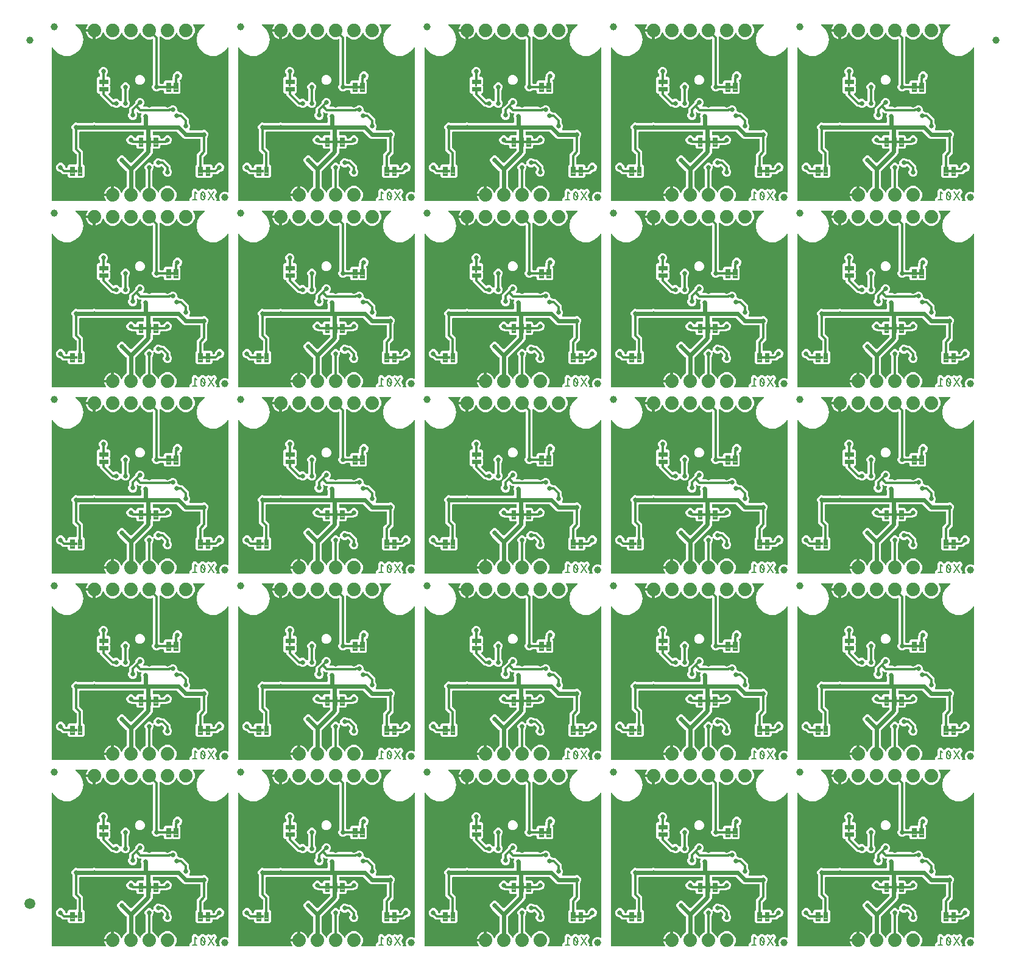
<source format=gbl>
G04 EAGLE Gerber RS-274X export*
G75*
%MOMM*%
%FSLAX34Y34*%
%LPD*%
%INBottom Copper*%
%IPPOS*%
%AMOC8*
5,1,8,0,0,1.08239X$1,22.5*%
G01*
%ADD10C,0.203200*%
%ADD11C,0.099059*%
%ADD12C,1.879600*%
%ADD13C,1.000000*%
%ADD14C,1.500000*%
%ADD15C,0.655600*%
%ADD16C,0.609600*%
%ADD17C,0.304800*%

G36*
X1114835Y1040398D02*
X1114835Y1040398D01*
X1114927Y1040401D01*
X1114976Y1040417D01*
X1115026Y1040425D01*
X1115110Y1040462D01*
X1115197Y1040491D01*
X1115239Y1040520D01*
X1115285Y1040541D01*
X1115355Y1040600D01*
X1115431Y1040652D01*
X1115463Y1040692D01*
X1115502Y1040724D01*
X1115553Y1040801D01*
X1115612Y1040872D01*
X1115632Y1040919D01*
X1115660Y1040961D01*
X1115688Y1041049D01*
X1115724Y1041133D01*
X1115730Y1041184D01*
X1115746Y1041232D01*
X1115748Y1041324D01*
X1115759Y1041415D01*
X1115752Y1041466D01*
X1115753Y1041516D01*
X1115730Y1041605D01*
X1115715Y1041696D01*
X1115695Y1041736D01*
X1115681Y1041791D01*
X1115600Y1041928D01*
X1115566Y1041997D01*
X1115009Y1042763D01*
X1114156Y1044437D01*
X1113575Y1046224D01*
X1113454Y1046989D01*
X1124204Y1046989D01*
X1124262Y1046997D01*
X1124320Y1046995D01*
X1124402Y1047017D01*
X1124485Y1047029D01*
X1124539Y1047053D01*
X1124595Y1047067D01*
X1124668Y1047110D01*
X1124745Y1047145D01*
X1124789Y1047183D01*
X1124840Y1047213D01*
X1124897Y1047274D01*
X1124962Y1047329D01*
X1124994Y1047377D01*
X1125034Y1047420D01*
X1125073Y1047495D01*
X1125119Y1047565D01*
X1125137Y1047621D01*
X1125164Y1047673D01*
X1125175Y1047741D01*
X1125205Y1047836D01*
X1125208Y1047936D01*
X1125219Y1048004D01*
X1125219Y1049021D01*
X1126236Y1049021D01*
X1126294Y1049029D01*
X1126352Y1049028D01*
X1126434Y1049049D01*
X1126517Y1049061D01*
X1126571Y1049085D01*
X1126627Y1049099D01*
X1126700Y1049142D01*
X1126777Y1049177D01*
X1126822Y1049215D01*
X1126872Y1049245D01*
X1126930Y1049306D01*
X1126994Y1049361D01*
X1127026Y1049409D01*
X1127066Y1049452D01*
X1127105Y1049527D01*
X1127151Y1049597D01*
X1127169Y1049653D01*
X1127196Y1049705D01*
X1127207Y1049773D01*
X1127237Y1049868D01*
X1127240Y1049968D01*
X1127251Y1050036D01*
X1127251Y1060786D01*
X1128016Y1060665D01*
X1129803Y1060084D01*
X1131477Y1059231D01*
X1132998Y1058126D01*
X1134326Y1056798D01*
X1135431Y1055277D01*
X1136284Y1053603D01*
X1136648Y1052483D01*
X1136678Y1052421D01*
X1136699Y1052355D01*
X1136740Y1052294D01*
X1136773Y1052228D01*
X1136819Y1052177D01*
X1136858Y1052119D01*
X1136914Y1052072D01*
X1136963Y1052017D01*
X1137022Y1051981D01*
X1137075Y1051936D01*
X1137142Y1051906D01*
X1137205Y1051868D01*
X1137272Y1051849D01*
X1137335Y1051821D01*
X1137408Y1051811D01*
X1137479Y1051791D01*
X1137548Y1051791D01*
X1137616Y1051782D01*
X1137689Y1051792D01*
X1137763Y1051793D01*
X1137830Y1051813D01*
X1137898Y1051823D01*
X1137965Y1051853D01*
X1138036Y1051874D01*
X1138094Y1051911D01*
X1138157Y1051940D01*
X1138213Y1051987D01*
X1138275Y1052027D01*
X1138321Y1052079D01*
X1138373Y1052124D01*
X1138406Y1052177D01*
X1138463Y1052241D01*
X1138512Y1052345D01*
X1138551Y1052409D01*
X1140068Y1056071D01*
X1143569Y1059572D01*
X1143897Y1059707D01*
X1143898Y1059708D01*
X1143899Y1059709D01*
X1144018Y1059779D01*
X1144141Y1059852D01*
X1144142Y1059853D01*
X1144144Y1059854D01*
X1144241Y1059958D01*
X1144337Y1060059D01*
X1144337Y1060060D01*
X1144338Y1060061D01*
X1144403Y1060187D01*
X1144467Y1060311D01*
X1144467Y1060313D01*
X1144468Y1060314D01*
X1144470Y1060329D01*
X1144507Y1060514D01*
X1144509Y1060522D01*
X1144509Y1060528D01*
X1144522Y1060590D01*
X1144519Y1060621D01*
X1144523Y1060645D01*
X1144523Y1081634D01*
X1144511Y1081721D01*
X1144508Y1081808D01*
X1144491Y1081861D01*
X1144483Y1081916D01*
X1144448Y1081995D01*
X1144421Y1082079D01*
X1144393Y1082118D01*
X1144367Y1082175D01*
X1144271Y1082288D01*
X1144226Y1082352D01*
X1135034Y1091544D01*
X1135010Y1091562D01*
X1134990Y1091586D01*
X1134923Y1091628D01*
X1134807Y1091715D01*
X1134747Y1091737D01*
X1134705Y1091764D01*
X1134336Y1091916D01*
X1132556Y1093696D01*
X1131593Y1096022D01*
X1131593Y1098538D01*
X1132556Y1100864D01*
X1134336Y1102644D01*
X1136662Y1103607D01*
X1139178Y1103607D01*
X1141504Y1102644D01*
X1143284Y1100864D01*
X1143436Y1100495D01*
X1143452Y1100469D01*
X1143461Y1100439D01*
X1143507Y1100375D01*
X1143581Y1100250D01*
X1143628Y1100206D01*
X1143656Y1100166D01*
X1149902Y1093920D01*
X1149949Y1093885D01*
X1149989Y1093842D01*
X1150062Y1093800D01*
X1150129Y1093749D01*
X1150184Y1093728D01*
X1150234Y1093699D01*
X1150316Y1093678D01*
X1150395Y1093648D01*
X1150453Y1093643D01*
X1150510Y1093629D01*
X1150594Y1093631D01*
X1150678Y1093624D01*
X1150736Y1093636D01*
X1150794Y1093638D01*
X1150874Y1093664D01*
X1150957Y1093680D01*
X1151009Y1093707D01*
X1151065Y1093725D01*
X1151121Y1093765D01*
X1151209Y1093811D01*
X1151282Y1093880D01*
X1151338Y1093920D01*
X1168356Y1110938D01*
X1168408Y1111008D01*
X1168468Y1111072D01*
X1168494Y1111121D01*
X1168527Y1111165D01*
X1168558Y1111247D01*
X1168598Y1111325D01*
X1168606Y1111372D01*
X1168628Y1111431D01*
X1168640Y1111579D01*
X1168653Y1111656D01*
X1168653Y1112266D01*
X1168645Y1112324D01*
X1168647Y1112382D01*
X1168625Y1112464D01*
X1168613Y1112548D01*
X1168590Y1112601D01*
X1168575Y1112657D01*
X1168532Y1112730D01*
X1168497Y1112807D01*
X1168459Y1112852D01*
X1168430Y1112902D01*
X1168368Y1112960D01*
X1168314Y1113024D01*
X1168265Y1113056D01*
X1168222Y1113096D01*
X1168147Y1113135D01*
X1168077Y1113182D01*
X1168021Y1113199D01*
X1167969Y1113226D01*
X1167901Y1113237D01*
X1167806Y1113267D01*
X1167706Y1113270D01*
X1167638Y1113281D01*
X1160061Y1113281D01*
X1157985Y1115357D01*
X1157985Y1117092D01*
X1157977Y1117150D01*
X1157979Y1117208D01*
X1157957Y1117290D01*
X1157945Y1117374D01*
X1157922Y1117427D01*
X1157907Y1117483D01*
X1157864Y1117556D01*
X1157829Y1117633D01*
X1157791Y1117678D01*
X1157762Y1117728D01*
X1157700Y1117786D01*
X1157646Y1117850D01*
X1157597Y1117882D01*
X1157554Y1117922D01*
X1157479Y1117961D01*
X1157409Y1118008D01*
X1157353Y1118025D01*
X1157301Y1118052D01*
X1157233Y1118063D01*
X1157138Y1118093D01*
X1157038Y1118096D01*
X1156970Y1118107D01*
X1151266Y1118107D01*
X1150777Y1118596D01*
X1150707Y1118648D01*
X1150644Y1118708D01*
X1150594Y1118734D01*
X1150550Y1118767D01*
X1150468Y1118798D01*
X1150390Y1118838D01*
X1150343Y1118846D01*
X1150284Y1118868D01*
X1150137Y1118880D01*
X1150059Y1118893D01*
X1149362Y1118893D01*
X1147036Y1119856D01*
X1145256Y1121636D01*
X1144293Y1123962D01*
X1144293Y1126478D01*
X1145256Y1128804D01*
X1147036Y1130584D01*
X1149362Y1131547D01*
X1151878Y1131547D01*
X1154204Y1130584D01*
X1155983Y1128804D01*
X1156032Y1128687D01*
X1156076Y1128613D01*
X1156111Y1128534D01*
X1156148Y1128491D01*
X1156176Y1128442D01*
X1156239Y1128383D01*
X1156295Y1128317D01*
X1156342Y1128286D01*
X1156383Y1128247D01*
X1156459Y1128207D01*
X1156531Y1128160D01*
X1156585Y1128143D01*
X1156636Y1128117D01*
X1156720Y1128100D01*
X1156802Y1128074D01*
X1156859Y1128072D01*
X1156915Y1128061D01*
X1157000Y1128069D01*
X1157086Y1128067D01*
X1157141Y1128081D01*
X1157198Y1128086D01*
X1157278Y1128117D01*
X1157361Y1128138D01*
X1157410Y1128167D01*
X1157463Y1128188D01*
X1157532Y1128240D01*
X1157606Y1128284D01*
X1157645Y1128325D01*
X1157690Y1128359D01*
X1157742Y1128428D01*
X1157800Y1128491D01*
X1157826Y1128542D01*
X1157860Y1128587D01*
X1157891Y1128668D01*
X1157930Y1128744D01*
X1157938Y1128793D01*
X1157961Y1128853D01*
X1157972Y1128998D01*
X1157985Y1129075D01*
X1157985Y1130003D01*
X1160061Y1132079D01*
X1167638Y1132079D01*
X1167696Y1132087D01*
X1167754Y1132085D01*
X1167836Y1132107D01*
X1167920Y1132119D01*
X1167973Y1132142D01*
X1168029Y1132157D01*
X1168102Y1132200D01*
X1168179Y1132235D01*
X1168224Y1132273D01*
X1168274Y1132302D01*
X1168332Y1132364D01*
X1168396Y1132418D01*
X1168428Y1132467D01*
X1168468Y1132510D01*
X1168507Y1132585D01*
X1168554Y1132655D01*
X1168571Y1132711D01*
X1168598Y1132763D01*
X1168609Y1132831D01*
X1168639Y1132926D01*
X1168642Y1133026D01*
X1168653Y1133094D01*
X1168653Y1135888D01*
X1168645Y1135946D01*
X1168647Y1136004D01*
X1168625Y1136086D01*
X1168613Y1136170D01*
X1168590Y1136223D01*
X1168575Y1136279D01*
X1168532Y1136352D01*
X1168497Y1136429D01*
X1168459Y1136474D01*
X1168430Y1136524D01*
X1168368Y1136582D01*
X1168314Y1136646D01*
X1168265Y1136678D01*
X1168222Y1136718D01*
X1168147Y1136757D01*
X1168077Y1136804D01*
X1168021Y1136821D01*
X1167969Y1136848D01*
X1167901Y1136859D01*
X1167806Y1136889D01*
X1167706Y1136892D01*
X1167638Y1136903D01*
X1101836Y1136903D01*
X1101805Y1136899D01*
X1101774Y1136901D01*
X1101698Y1136884D01*
X1101554Y1136863D01*
X1101495Y1136837D01*
X1101447Y1136826D01*
X1101078Y1136673D01*
X1098562Y1136673D01*
X1098193Y1136826D01*
X1098163Y1136834D01*
X1098135Y1136848D01*
X1098058Y1136861D01*
X1097918Y1136897D01*
X1097853Y1136895D01*
X1097804Y1136903D01*
X1080008Y1136903D01*
X1079950Y1136895D01*
X1079892Y1136897D01*
X1079810Y1136875D01*
X1079726Y1136863D01*
X1079673Y1136840D01*
X1079617Y1136825D01*
X1079544Y1136782D01*
X1079467Y1136747D01*
X1079422Y1136709D01*
X1079372Y1136680D01*
X1079314Y1136618D01*
X1079250Y1136564D01*
X1079218Y1136515D01*
X1079178Y1136472D01*
X1079139Y1136397D01*
X1079092Y1136327D01*
X1079075Y1136271D01*
X1079048Y1136219D01*
X1079037Y1136151D01*
X1079007Y1136056D01*
X1079004Y1135956D01*
X1078993Y1135888D01*
X1078993Y1114835D01*
X1079005Y1114748D01*
X1079008Y1114661D01*
X1079025Y1114608D01*
X1079033Y1114553D01*
X1079068Y1114473D01*
X1079095Y1114390D01*
X1079123Y1114351D01*
X1079149Y1114294D01*
X1079245Y1114180D01*
X1079290Y1114117D01*
X1084200Y1109207D01*
X1084200Y1091561D01*
X1084212Y1091475D01*
X1084215Y1091387D01*
X1084232Y1091334D01*
X1084240Y1091280D01*
X1084275Y1091200D01*
X1084302Y1091117D01*
X1084330Y1091077D01*
X1084356Y1091020D01*
X1084452Y1090907D01*
X1084497Y1090843D01*
X1085978Y1089363D01*
X1085978Y1074717D01*
X1083902Y1072641D01*
X1075352Y1072641D01*
X1075138Y1072856D01*
X1075091Y1072891D01*
X1075051Y1072933D01*
X1074978Y1072976D01*
X1074911Y1073027D01*
X1074856Y1073047D01*
X1074806Y1073077D01*
X1074724Y1073098D01*
X1074645Y1073128D01*
X1074587Y1073133D01*
X1074530Y1073147D01*
X1074446Y1073144D01*
X1074362Y1073151D01*
X1074304Y1073140D01*
X1074246Y1073138D01*
X1074166Y1073112D01*
X1074083Y1073095D01*
X1074031Y1073069D01*
X1073975Y1073051D01*
X1073919Y1073010D01*
X1073831Y1072964D01*
X1073758Y1072896D01*
X1073702Y1072856D01*
X1073488Y1072641D01*
X1064938Y1072641D01*
X1062862Y1074717D01*
X1062862Y1076452D01*
X1062854Y1076510D01*
X1062856Y1076568D01*
X1062834Y1076650D01*
X1062822Y1076734D01*
X1062799Y1076787D01*
X1062784Y1076843D01*
X1062741Y1076916D01*
X1062706Y1076993D01*
X1062668Y1077038D01*
X1062639Y1077088D01*
X1062577Y1077146D01*
X1062523Y1077210D01*
X1062474Y1077242D01*
X1062431Y1077282D01*
X1062356Y1077321D01*
X1062286Y1077368D01*
X1062230Y1077385D01*
X1062178Y1077412D01*
X1062110Y1077423D01*
X1062015Y1077453D01*
X1061915Y1077456D01*
X1061847Y1077467D01*
X1056016Y1077467D01*
X1052987Y1080496D01*
X1052917Y1080548D01*
X1052854Y1080608D01*
X1052804Y1080634D01*
X1052760Y1080667D01*
X1052678Y1080698D01*
X1052600Y1080738D01*
X1052553Y1080746D01*
X1052494Y1080768D01*
X1052347Y1080780D01*
X1052269Y1080793D01*
X1051572Y1080793D01*
X1049246Y1081756D01*
X1047466Y1083536D01*
X1046503Y1085862D01*
X1046503Y1088378D01*
X1047466Y1090704D01*
X1049246Y1092484D01*
X1051572Y1093447D01*
X1054088Y1093447D01*
X1056414Y1092484D01*
X1058194Y1090704D01*
X1059157Y1088378D01*
X1059157Y1087681D01*
X1059169Y1087594D01*
X1059172Y1087507D01*
X1059189Y1087454D01*
X1059197Y1087399D01*
X1059232Y1087319D01*
X1059259Y1087236D01*
X1059287Y1087197D01*
X1059313Y1087140D01*
X1059409Y1087026D01*
X1059454Y1086963D01*
X1059507Y1086910D01*
X1059577Y1086858D01*
X1059640Y1086798D01*
X1059690Y1086772D01*
X1059734Y1086739D01*
X1059816Y1086708D01*
X1059894Y1086668D01*
X1059941Y1086660D01*
X1060000Y1086638D01*
X1060147Y1086626D01*
X1060225Y1086613D01*
X1061847Y1086613D01*
X1061905Y1086621D01*
X1061963Y1086619D01*
X1062045Y1086641D01*
X1062129Y1086653D01*
X1062182Y1086676D01*
X1062238Y1086691D01*
X1062311Y1086734D01*
X1062388Y1086769D01*
X1062433Y1086807D01*
X1062483Y1086836D01*
X1062541Y1086898D01*
X1062605Y1086952D01*
X1062637Y1087001D01*
X1062677Y1087044D01*
X1062716Y1087119D01*
X1062763Y1087189D01*
X1062780Y1087245D01*
X1062807Y1087297D01*
X1062818Y1087365D01*
X1062848Y1087460D01*
X1062851Y1087560D01*
X1062862Y1087628D01*
X1062862Y1089363D01*
X1064938Y1091439D01*
X1073543Y1091439D01*
X1073548Y1091434D01*
X1073576Y1091424D01*
X1073600Y1091408D01*
X1073708Y1091373D01*
X1073814Y1091333D01*
X1073843Y1091331D01*
X1073871Y1091322D01*
X1073984Y1091319D01*
X1074097Y1091310D01*
X1074126Y1091315D01*
X1074155Y1091315D01*
X1074265Y1091343D01*
X1074376Y1091365D01*
X1074402Y1091379D01*
X1074430Y1091386D01*
X1074527Y1091444D01*
X1074628Y1091496D01*
X1074650Y1091517D01*
X1074675Y1091532D01*
X1074752Y1091614D01*
X1074834Y1091692D01*
X1074849Y1091718D01*
X1074869Y1091739D01*
X1074921Y1091840D01*
X1074978Y1091937D01*
X1074985Y1091966D01*
X1074999Y1091992D01*
X1075012Y1092069D01*
X1075048Y1092213D01*
X1075046Y1092276D01*
X1075054Y1092323D01*
X1075054Y1104998D01*
X1075042Y1105085D01*
X1075039Y1105172D01*
X1075022Y1105225D01*
X1075014Y1105280D01*
X1074979Y1105360D01*
X1074952Y1105443D01*
X1074924Y1105482D01*
X1074898Y1105539D01*
X1074802Y1105653D01*
X1074757Y1105716D01*
X1069847Y1110626D01*
X1069847Y1138205D01*
X1069835Y1138291D01*
X1069832Y1138379D01*
X1069815Y1138432D01*
X1069807Y1138486D01*
X1069772Y1138566D01*
X1069745Y1138649D01*
X1069717Y1138689D01*
X1069691Y1138746D01*
X1069595Y1138859D01*
X1069550Y1138923D01*
X1069056Y1139416D01*
X1068093Y1141742D01*
X1068093Y1144258D01*
X1069056Y1146584D01*
X1070836Y1148364D01*
X1073162Y1149327D01*
X1075678Y1149327D01*
X1076047Y1149174D01*
X1076077Y1149166D01*
X1076105Y1149152D01*
X1076182Y1149139D01*
X1076322Y1149103D01*
X1076387Y1149105D01*
X1076436Y1149097D01*
X1097804Y1149097D01*
X1097835Y1149101D01*
X1097866Y1149099D01*
X1097942Y1149116D01*
X1098086Y1149137D01*
X1098145Y1149163D01*
X1098193Y1149174D01*
X1098562Y1149327D01*
X1101078Y1149327D01*
X1101447Y1149174D01*
X1101477Y1149166D01*
X1101505Y1149152D01*
X1101582Y1149139D01*
X1101722Y1149103D01*
X1101787Y1149105D01*
X1101836Y1149097D01*
X1163828Y1149097D01*
X1163886Y1149105D01*
X1163944Y1149103D01*
X1164026Y1149125D01*
X1164110Y1149137D01*
X1164163Y1149160D01*
X1164219Y1149175D01*
X1164292Y1149218D01*
X1164369Y1149253D01*
X1164414Y1149291D01*
X1164464Y1149320D01*
X1164522Y1149382D01*
X1164586Y1149436D01*
X1164618Y1149485D01*
X1164658Y1149528D01*
X1164697Y1149603D01*
X1164744Y1149673D01*
X1164761Y1149729D01*
X1164788Y1149781D01*
X1164799Y1149849D01*
X1164829Y1149944D01*
X1164832Y1150044D01*
X1164843Y1150112D01*
X1164843Y1156224D01*
X1164839Y1156255D01*
X1164841Y1156286D01*
X1164824Y1156362D01*
X1164803Y1156506D01*
X1164777Y1156565D01*
X1164766Y1156613D01*
X1164613Y1156982D01*
X1164613Y1159498D01*
X1165204Y1160923D01*
X1165232Y1161035D01*
X1165267Y1161144D01*
X1165268Y1161172D01*
X1165274Y1161199D01*
X1165271Y1161313D01*
X1165274Y1161428D01*
X1165267Y1161455D01*
X1165266Y1161483D01*
X1165231Y1161592D01*
X1165202Y1161703D01*
X1165188Y1161727D01*
X1165180Y1161754D01*
X1165116Y1161849D01*
X1165057Y1161948D01*
X1165037Y1161967D01*
X1165021Y1161990D01*
X1164934Y1162064D01*
X1164850Y1162142D01*
X1164825Y1162155D01*
X1164804Y1162173D01*
X1164699Y1162219D01*
X1164597Y1162272D01*
X1164572Y1162276D01*
X1164544Y1162288D01*
X1164280Y1162325D01*
X1164266Y1162327D01*
X1161656Y1162327D01*
X1160460Y1163523D01*
X1160391Y1163575D01*
X1160329Y1163634D01*
X1160278Y1163660D01*
X1160233Y1163694D01*
X1160152Y1163725D01*
X1160076Y1163764D01*
X1160020Y1163775D01*
X1159967Y1163796D01*
X1159881Y1163803D01*
X1159797Y1163819D01*
X1159740Y1163814D01*
X1159684Y1163819D01*
X1159599Y1163802D01*
X1159514Y1163795D01*
X1159461Y1163774D01*
X1159405Y1163763D01*
X1159329Y1163724D01*
X1159248Y1163693D01*
X1159203Y1163658D01*
X1159153Y1163632D01*
X1159090Y1163573D01*
X1159022Y1163521D01*
X1158988Y1163476D01*
X1158946Y1163436D01*
X1158903Y1163362D01*
X1158852Y1163293D01*
X1158831Y1163240D01*
X1158803Y1163191D01*
X1158782Y1163108D01*
X1158751Y1163028D01*
X1158747Y1162971D01*
X1158733Y1162916D01*
X1158735Y1162830D01*
X1158728Y1162744D01*
X1158740Y1162696D01*
X1158742Y1162632D01*
X1158786Y1162494D01*
X1158804Y1162417D01*
X1159487Y1160768D01*
X1159487Y1158252D01*
X1158524Y1155926D01*
X1156744Y1154146D01*
X1154418Y1153183D01*
X1151902Y1153183D01*
X1149576Y1154146D01*
X1147796Y1155926D01*
X1146833Y1158252D01*
X1146833Y1160768D01*
X1147796Y1163094D01*
X1148290Y1163587D01*
X1148342Y1163657D01*
X1148402Y1163721D01*
X1148428Y1163770D01*
X1148461Y1163814D01*
X1148492Y1163896D01*
X1148532Y1163974D01*
X1148540Y1164022D01*
X1148562Y1164080D01*
X1148574Y1164228D01*
X1148587Y1164305D01*
X1148587Y1169024D01*
X1156696Y1177133D01*
X1156748Y1177203D01*
X1156808Y1177266D01*
X1156834Y1177316D01*
X1156867Y1177360D01*
X1156898Y1177442D01*
X1156938Y1177520D01*
X1156946Y1177567D01*
X1156968Y1177626D01*
X1156980Y1177773D01*
X1156993Y1177851D01*
X1156993Y1178548D01*
X1157956Y1180874D01*
X1159736Y1182654D01*
X1162062Y1183617D01*
X1164578Y1183617D01*
X1166904Y1182654D01*
X1168684Y1180874D01*
X1169647Y1178548D01*
X1169647Y1176032D01*
X1168684Y1173706D01*
X1168183Y1173206D01*
X1168166Y1173182D01*
X1168143Y1173163D01*
X1168080Y1173069D01*
X1168012Y1172979D01*
X1168002Y1172951D01*
X1167986Y1172927D01*
X1167951Y1172819D01*
X1167911Y1172713D01*
X1167909Y1172684D01*
X1167900Y1172656D01*
X1167897Y1172542D01*
X1167888Y1172430D01*
X1167893Y1172401D01*
X1167893Y1172372D01*
X1167921Y1172262D01*
X1167943Y1172151D01*
X1167957Y1172125D01*
X1167964Y1172097D01*
X1168022Y1171999D01*
X1168074Y1171899D01*
X1168095Y1171877D01*
X1168110Y1171852D01*
X1168192Y1171775D01*
X1168270Y1171693D01*
X1168295Y1171678D01*
X1168317Y1171658D01*
X1168418Y1171606D01*
X1168515Y1171549D01*
X1168544Y1171542D01*
X1168570Y1171528D01*
X1168647Y1171515D01*
X1168791Y1171479D01*
X1168853Y1171481D01*
X1168901Y1171473D01*
X1201831Y1171473D01*
X1201918Y1171485D01*
X1202005Y1171488D01*
X1202058Y1171505D01*
X1202112Y1171513D01*
X1202192Y1171548D01*
X1202275Y1171575D01*
X1202315Y1171603D01*
X1202372Y1171629D01*
X1202459Y1171703D01*
X1204245Y1171703D01*
X1204331Y1171715D01*
X1204419Y1171718D01*
X1204472Y1171735D01*
X1204526Y1171743D01*
X1204606Y1171778D01*
X1204689Y1171805D01*
X1204729Y1171833D01*
X1204786Y1171859D01*
X1204899Y1171955D01*
X1204963Y1172000D01*
X1205456Y1172494D01*
X1207782Y1173457D01*
X1210298Y1173457D01*
X1212624Y1172494D01*
X1214404Y1170714D01*
X1215367Y1168388D01*
X1215367Y1166040D01*
X1215367Y1166038D01*
X1215367Y1166037D01*
X1215387Y1165896D01*
X1215407Y1165758D01*
X1215407Y1165757D01*
X1215407Y1165755D01*
X1215464Y1165630D01*
X1215523Y1165499D01*
X1215524Y1165498D01*
X1215525Y1165496D01*
X1215616Y1165389D01*
X1215706Y1165282D01*
X1215708Y1165281D01*
X1215709Y1165280D01*
X1215722Y1165272D01*
X1215943Y1165124D01*
X1215972Y1165115D01*
X1215993Y1165102D01*
X1217704Y1164394D01*
X1218197Y1163900D01*
X1218267Y1163848D01*
X1218331Y1163788D01*
X1218380Y1163762D01*
X1218424Y1163729D01*
X1218506Y1163698D01*
X1218584Y1163658D01*
X1218632Y1163650D01*
X1218690Y1163628D01*
X1218838Y1163616D01*
X1218915Y1163603D01*
X1222364Y1163603D01*
X1231408Y1154559D01*
X1231408Y1149081D01*
X1231420Y1148994D01*
X1231423Y1148907D01*
X1231440Y1148854D01*
X1231448Y1148799D01*
X1231484Y1148719D01*
X1231511Y1148636D01*
X1231539Y1148597D01*
X1231564Y1148540D01*
X1231660Y1148426D01*
X1231706Y1148363D01*
X1232199Y1147869D01*
X1233162Y1145544D01*
X1233162Y1143027D01*
X1232199Y1140702D01*
X1232167Y1140670D01*
X1232150Y1140646D01*
X1232127Y1140627D01*
X1232064Y1140533D01*
X1231996Y1140443D01*
X1231986Y1140415D01*
X1231970Y1140391D01*
X1231935Y1140283D01*
X1231895Y1140177D01*
X1231893Y1140148D01*
X1231884Y1140120D01*
X1231881Y1140007D01*
X1231872Y1139894D01*
X1231877Y1139865D01*
X1231877Y1139836D01*
X1231905Y1139726D01*
X1231927Y1139615D01*
X1231941Y1139589D01*
X1231948Y1139561D01*
X1232006Y1139463D01*
X1232058Y1139363D01*
X1232079Y1139341D01*
X1232094Y1139316D01*
X1232176Y1139239D01*
X1232254Y1139157D01*
X1232279Y1139142D01*
X1232301Y1139122D01*
X1232402Y1139070D01*
X1232499Y1139013D01*
X1232528Y1139006D01*
X1232554Y1138992D01*
X1232631Y1138979D01*
X1232775Y1138943D01*
X1232837Y1138945D01*
X1232885Y1138937D01*
X1250204Y1138937D01*
X1250235Y1138941D01*
X1250266Y1138939D01*
X1250342Y1138956D01*
X1250486Y1138977D01*
X1250545Y1139003D01*
X1250593Y1139014D01*
X1250962Y1139167D01*
X1253478Y1139167D01*
X1255804Y1138204D01*
X1257584Y1136424D01*
X1258547Y1134098D01*
X1258547Y1131582D01*
X1257584Y1129256D01*
X1257090Y1128763D01*
X1257038Y1128693D01*
X1256978Y1128629D01*
X1256952Y1128580D01*
X1256919Y1128536D01*
X1256888Y1128454D01*
X1256848Y1128376D01*
X1256840Y1128328D01*
X1256818Y1128270D01*
X1256806Y1128122D01*
X1256793Y1128045D01*
X1256793Y1106816D01*
X1251883Y1101906D01*
X1251831Y1101836D01*
X1251771Y1101773D01*
X1251745Y1101723D01*
X1251712Y1101679D01*
X1251681Y1101597D01*
X1251641Y1101519D01*
X1251633Y1101472D01*
X1251611Y1101413D01*
X1251599Y1101266D01*
X1251586Y1101188D01*
X1251586Y1092323D01*
X1251590Y1092294D01*
X1251587Y1092265D01*
X1251610Y1092154D01*
X1251626Y1092042D01*
X1251638Y1092015D01*
X1251643Y1091986D01*
X1251696Y1091885D01*
X1251742Y1091782D01*
X1251761Y1091760D01*
X1251774Y1091734D01*
X1251852Y1091652D01*
X1251925Y1091565D01*
X1251950Y1091549D01*
X1251970Y1091528D01*
X1252068Y1091471D01*
X1252162Y1091408D01*
X1252190Y1091399D01*
X1252215Y1091384D01*
X1252325Y1091356D01*
X1252433Y1091322D01*
X1252463Y1091321D01*
X1252491Y1091314D01*
X1252604Y1091318D01*
X1252717Y1091315D01*
X1252746Y1091322D01*
X1252775Y1091323D01*
X1252883Y1091358D01*
X1252992Y1091386D01*
X1253018Y1091401D01*
X1253046Y1091410D01*
X1253085Y1091439D01*
X1261702Y1091439D01*
X1263778Y1089363D01*
X1263778Y1087628D01*
X1263786Y1087570D01*
X1263784Y1087512D01*
X1263806Y1087430D01*
X1263818Y1087346D01*
X1263841Y1087293D01*
X1263856Y1087237D01*
X1263899Y1087164D01*
X1263934Y1087087D01*
X1263972Y1087042D01*
X1264001Y1086992D01*
X1264063Y1086934D01*
X1264117Y1086870D01*
X1264166Y1086838D01*
X1264209Y1086798D01*
X1264284Y1086759D01*
X1264354Y1086712D01*
X1264410Y1086695D01*
X1264462Y1086668D01*
X1264530Y1086657D01*
X1264625Y1086627D01*
X1264725Y1086624D01*
X1264793Y1086613D01*
X1266415Y1086613D01*
X1266502Y1086625D01*
X1266589Y1086628D01*
X1266642Y1086645D01*
X1266697Y1086653D01*
X1266777Y1086688D01*
X1266860Y1086715D01*
X1266899Y1086743D01*
X1266956Y1086769D01*
X1267070Y1086865D01*
X1267133Y1086910D01*
X1267186Y1086963D01*
X1267238Y1087033D01*
X1267298Y1087096D01*
X1267324Y1087146D01*
X1267357Y1087190D01*
X1267388Y1087272D01*
X1267428Y1087350D01*
X1267436Y1087397D01*
X1267458Y1087456D01*
X1267470Y1087603D01*
X1267483Y1087681D01*
X1267483Y1088378D01*
X1268446Y1090704D01*
X1270226Y1092484D01*
X1272552Y1093447D01*
X1275068Y1093447D01*
X1277394Y1092484D01*
X1279174Y1090704D01*
X1280137Y1088378D01*
X1280137Y1085862D01*
X1279174Y1083536D01*
X1277394Y1081756D01*
X1275068Y1080793D01*
X1274371Y1080793D01*
X1274284Y1080781D01*
X1274197Y1080778D01*
X1274144Y1080761D01*
X1274089Y1080753D01*
X1274009Y1080718D01*
X1273926Y1080691D01*
X1273887Y1080663D01*
X1273830Y1080637D01*
X1273716Y1080541D01*
X1273653Y1080496D01*
X1270624Y1077467D01*
X1264793Y1077467D01*
X1264735Y1077459D01*
X1264677Y1077461D01*
X1264595Y1077439D01*
X1264511Y1077427D01*
X1264458Y1077404D01*
X1264402Y1077389D01*
X1264329Y1077346D01*
X1264252Y1077311D01*
X1264207Y1077273D01*
X1264157Y1077244D01*
X1264099Y1077182D01*
X1264035Y1077128D01*
X1264003Y1077079D01*
X1263963Y1077036D01*
X1263924Y1076961D01*
X1263877Y1076891D01*
X1263860Y1076835D01*
X1263833Y1076783D01*
X1263822Y1076715D01*
X1263792Y1076620D01*
X1263789Y1076520D01*
X1263778Y1076452D01*
X1263778Y1074717D01*
X1261702Y1072641D01*
X1253152Y1072641D01*
X1252938Y1072856D01*
X1252891Y1072891D01*
X1252851Y1072933D01*
X1252778Y1072976D01*
X1252711Y1073027D01*
X1252656Y1073047D01*
X1252606Y1073077D01*
X1252524Y1073098D01*
X1252445Y1073128D01*
X1252387Y1073133D01*
X1252330Y1073147D01*
X1252246Y1073144D01*
X1252162Y1073151D01*
X1252104Y1073140D01*
X1252046Y1073138D01*
X1251966Y1073112D01*
X1251883Y1073095D01*
X1251831Y1073069D01*
X1251775Y1073051D01*
X1251719Y1073011D01*
X1251631Y1072965D01*
X1251558Y1072896D01*
X1251502Y1072856D01*
X1251288Y1072641D01*
X1242738Y1072641D01*
X1240662Y1074717D01*
X1240662Y1089363D01*
X1242143Y1090843D01*
X1242195Y1090913D01*
X1242255Y1090977D01*
X1242281Y1091026D01*
X1242314Y1091071D01*
X1242345Y1091152D01*
X1242385Y1091230D01*
X1242393Y1091278D01*
X1242415Y1091336D01*
X1242427Y1091484D01*
X1242440Y1091561D01*
X1242440Y1105397D01*
X1247350Y1110307D01*
X1247402Y1110377D01*
X1247462Y1110440D01*
X1247488Y1110490D01*
X1247521Y1110534D01*
X1247552Y1110616D01*
X1247592Y1110694D01*
X1247600Y1110741D01*
X1247622Y1110800D01*
X1247634Y1110947D01*
X1247647Y1111025D01*
X1247647Y1125728D01*
X1247640Y1125776D01*
X1247641Y1125782D01*
X1247639Y1125788D01*
X1247641Y1125844D01*
X1247619Y1125926D01*
X1247607Y1126010D01*
X1247584Y1126063D01*
X1247569Y1126119D01*
X1247526Y1126192D01*
X1247491Y1126269D01*
X1247453Y1126314D01*
X1247424Y1126364D01*
X1247362Y1126422D01*
X1247308Y1126486D01*
X1247259Y1126518D01*
X1247216Y1126558D01*
X1247141Y1126597D01*
X1247071Y1126644D01*
X1247015Y1126661D01*
X1246963Y1126688D01*
X1246895Y1126699D01*
X1246800Y1126729D01*
X1246700Y1126732D01*
X1246632Y1126743D01*
X1228836Y1126743D01*
X1228805Y1126739D01*
X1228774Y1126741D01*
X1228698Y1126724D01*
X1228554Y1126703D01*
X1228495Y1126677D01*
X1228447Y1126666D01*
X1228078Y1126513D01*
X1225562Y1126513D01*
X1223236Y1127476D01*
X1221456Y1129256D01*
X1221304Y1129625D01*
X1221288Y1129652D01*
X1221279Y1129681D01*
X1221233Y1129745D01*
X1221159Y1129870D01*
X1221112Y1129914D01*
X1221084Y1129954D01*
X1214432Y1136606D01*
X1214362Y1136658D01*
X1214298Y1136718D01*
X1214249Y1136744D01*
X1214205Y1136777D01*
X1214123Y1136808D01*
X1214045Y1136848D01*
X1213998Y1136856D01*
X1213939Y1136878D01*
X1213791Y1136890D01*
X1213714Y1136903D01*
X1181862Y1136903D01*
X1181804Y1136895D01*
X1181746Y1136897D01*
X1181664Y1136875D01*
X1181580Y1136863D01*
X1181527Y1136840D01*
X1181471Y1136825D01*
X1181398Y1136782D01*
X1181321Y1136747D01*
X1181276Y1136709D01*
X1181226Y1136680D01*
X1181168Y1136618D01*
X1181104Y1136564D01*
X1181072Y1136515D01*
X1181032Y1136472D01*
X1180993Y1136397D01*
X1180946Y1136327D01*
X1180929Y1136271D01*
X1180902Y1136219D01*
X1180891Y1136151D01*
X1180861Y1136056D01*
X1180858Y1135956D01*
X1180847Y1135888D01*
X1180847Y1133094D01*
X1180855Y1133036D01*
X1180853Y1132978D01*
X1180875Y1132896D01*
X1180887Y1132812D01*
X1180910Y1132759D01*
X1180925Y1132703D01*
X1180968Y1132630D01*
X1181003Y1132553D01*
X1181041Y1132508D01*
X1181070Y1132458D01*
X1181132Y1132400D01*
X1181186Y1132336D01*
X1181235Y1132304D01*
X1181278Y1132264D01*
X1181353Y1132225D01*
X1181423Y1132178D01*
X1181479Y1132161D01*
X1181531Y1132134D01*
X1181599Y1132123D01*
X1181694Y1132093D01*
X1181794Y1132090D01*
X1181862Y1132079D01*
X1189439Y1132079D01*
X1191515Y1130003D01*
X1191515Y1128268D01*
X1191523Y1128210D01*
X1191521Y1128152D01*
X1191543Y1128070D01*
X1191555Y1127986D01*
X1191578Y1127933D01*
X1191593Y1127877D01*
X1191636Y1127804D01*
X1191671Y1127727D01*
X1191709Y1127682D01*
X1191738Y1127632D01*
X1191800Y1127574D01*
X1191854Y1127510D01*
X1191903Y1127478D01*
X1191946Y1127438D01*
X1192021Y1127399D01*
X1192091Y1127352D01*
X1192147Y1127335D01*
X1192199Y1127308D01*
X1192267Y1127297D01*
X1192362Y1127267D01*
X1192462Y1127264D01*
X1192530Y1127253D01*
X1194736Y1127253D01*
X1194737Y1127253D01*
X1194739Y1127253D01*
X1194879Y1127273D01*
X1195017Y1127293D01*
X1195019Y1127293D01*
X1195020Y1127293D01*
X1195146Y1127350D01*
X1195277Y1127409D01*
X1195278Y1127410D01*
X1195279Y1127411D01*
X1195386Y1127502D01*
X1195494Y1127592D01*
X1195494Y1127594D01*
X1195496Y1127595D01*
X1195504Y1127608D01*
X1195651Y1127829D01*
X1195660Y1127858D01*
X1195674Y1127879D01*
X1196056Y1128804D01*
X1197836Y1130584D01*
X1200162Y1131547D01*
X1202678Y1131547D01*
X1205004Y1130584D01*
X1206784Y1128804D01*
X1207747Y1126478D01*
X1207747Y1123962D01*
X1206784Y1121636D01*
X1205004Y1119856D01*
X1202678Y1118893D01*
X1201981Y1118893D01*
X1201894Y1118881D01*
X1201807Y1118878D01*
X1201754Y1118861D01*
X1201699Y1118853D01*
X1201619Y1118818D01*
X1201536Y1118791D01*
X1201497Y1118763D01*
X1201440Y1118737D01*
X1201326Y1118641D01*
X1201263Y1118596D01*
X1200774Y1118107D01*
X1192530Y1118107D01*
X1192472Y1118099D01*
X1192414Y1118101D01*
X1192332Y1118079D01*
X1192248Y1118067D01*
X1192195Y1118044D01*
X1192139Y1118029D01*
X1192066Y1117986D01*
X1191989Y1117951D01*
X1191944Y1117913D01*
X1191894Y1117884D01*
X1191836Y1117822D01*
X1191772Y1117768D01*
X1191740Y1117719D01*
X1191700Y1117676D01*
X1191661Y1117601D01*
X1191614Y1117531D01*
X1191597Y1117475D01*
X1191570Y1117423D01*
X1191559Y1117355D01*
X1191529Y1117260D01*
X1191526Y1117160D01*
X1191515Y1117092D01*
X1191515Y1115357D01*
X1189439Y1113281D01*
X1181862Y1113281D01*
X1181804Y1113273D01*
X1181746Y1113275D01*
X1181664Y1113253D01*
X1181580Y1113241D01*
X1181527Y1113218D01*
X1181471Y1113203D01*
X1181398Y1113160D01*
X1181321Y1113125D01*
X1181276Y1113087D01*
X1181226Y1113058D01*
X1181168Y1112996D01*
X1181104Y1112942D01*
X1181072Y1112893D01*
X1181032Y1112850D01*
X1180993Y1112775D01*
X1180946Y1112705D01*
X1180929Y1112649D01*
X1180902Y1112597D01*
X1180891Y1112529D01*
X1180861Y1112434D01*
X1180858Y1112334D01*
X1180847Y1112266D01*
X1180847Y1107497D01*
X1179919Y1105256D01*
X1157014Y1082352D01*
X1156962Y1082282D01*
X1156902Y1082218D01*
X1156876Y1082169D01*
X1156843Y1082125D01*
X1156812Y1082043D01*
X1156772Y1081965D01*
X1156764Y1081918D01*
X1156742Y1081859D01*
X1156730Y1081711D01*
X1156717Y1081634D01*
X1156717Y1060645D01*
X1156717Y1060644D01*
X1156717Y1060642D01*
X1156724Y1060592D01*
X1156723Y1060573D01*
X1156731Y1060545D01*
X1156737Y1060502D01*
X1156757Y1060364D01*
X1156757Y1060362D01*
X1156757Y1060361D01*
X1156814Y1060235D01*
X1156873Y1060104D01*
X1156874Y1060103D01*
X1156875Y1060102D01*
X1156966Y1059995D01*
X1157056Y1059887D01*
X1157058Y1059886D01*
X1157059Y1059885D01*
X1157072Y1059877D01*
X1157293Y1059730D01*
X1157322Y1059721D01*
X1157343Y1059707D01*
X1157671Y1059572D01*
X1161172Y1056071D01*
X1162382Y1053149D01*
X1162397Y1053124D01*
X1162406Y1053096D01*
X1162469Y1053001D01*
X1162527Y1052904D01*
X1162548Y1052884D01*
X1162564Y1052859D01*
X1162651Y1052787D01*
X1162733Y1052709D01*
X1162759Y1052695D01*
X1162782Y1052677D01*
X1162885Y1052631D01*
X1162986Y1052579D01*
X1163015Y1052573D01*
X1163042Y1052561D01*
X1163154Y1052545D01*
X1163265Y1052524D01*
X1163294Y1052526D01*
X1163323Y1052522D01*
X1163435Y1052538D01*
X1163548Y1052548D01*
X1163575Y1052559D01*
X1163604Y1052563D01*
X1163708Y1052609D01*
X1163813Y1052650D01*
X1163837Y1052668D01*
X1163864Y1052680D01*
X1163950Y1052753D01*
X1164040Y1052822D01*
X1164058Y1052845D01*
X1164080Y1052864D01*
X1164122Y1052931D01*
X1164210Y1053049D01*
X1164232Y1053108D01*
X1164258Y1053149D01*
X1165468Y1056071D01*
X1168969Y1059572D01*
X1170821Y1060339D01*
X1170822Y1060339D01*
X1170823Y1060340D01*
X1170944Y1060411D01*
X1171065Y1060483D01*
X1171066Y1060484D01*
X1171068Y1060485D01*
X1171165Y1060589D01*
X1171261Y1060690D01*
X1171261Y1060691D01*
X1171262Y1060692D01*
X1171325Y1060814D01*
X1171391Y1060942D01*
X1171391Y1060944D01*
X1171392Y1060945D01*
X1171394Y1060960D01*
X1171446Y1061221D01*
X1171443Y1061252D01*
X1171447Y1061277D01*
X1171447Y1082325D01*
X1171435Y1082411D01*
X1171432Y1082499D01*
X1171415Y1082552D01*
X1171407Y1082606D01*
X1171372Y1082686D01*
X1171345Y1082769D01*
X1171317Y1082809D01*
X1171291Y1082866D01*
X1171195Y1082979D01*
X1171150Y1083043D01*
X1170656Y1083536D01*
X1169693Y1085862D01*
X1169693Y1088378D01*
X1170656Y1090704D01*
X1172436Y1092484D01*
X1174762Y1093447D01*
X1177278Y1093447D01*
X1179604Y1092484D01*
X1180727Y1091360D01*
X1180796Y1091309D01*
X1180858Y1091250D01*
X1180909Y1091224D01*
X1180954Y1091190D01*
X1181034Y1091159D01*
X1181111Y1091120D01*
X1181167Y1091109D01*
X1181220Y1091088D01*
X1181305Y1091081D01*
X1181390Y1091065D01*
X1181446Y1091069D01*
X1181503Y1091065D01*
X1181587Y1091082D01*
X1181673Y1091089D01*
X1181726Y1091109D01*
X1181782Y1091121D01*
X1181858Y1091160D01*
X1181938Y1091191D01*
X1181984Y1091225D01*
X1182034Y1091252D01*
X1182097Y1091311D01*
X1182165Y1091363D01*
X1182199Y1091408D01*
X1182240Y1091447D01*
X1182284Y1091522D01*
X1182335Y1091590D01*
X1182355Y1091644D01*
X1182384Y1091693D01*
X1182405Y1091776D01*
X1182436Y1091856D01*
X1182440Y1091913D01*
X1182454Y1091968D01*
X1182451Y1092054D01*
X1182458Y1092140D01*
X1182447Y1092188D01*
X1182445Y1092252D01*
X1182400Y1092390D01*
X1182393Y1092421D01*
X1182393Y1094958D01*
X1183356Y1097284D01*
X1185136Y1099064D01*
X1187462Y1100027D01*
X1189978Y1100027D01*
X1192304Y1099064D01*
X1192797Y1098570D01*
X1192867Y1098518D01*
X1192931Y1098458D01*
X1192980Y1098432D01*
X1193024Y1098399D01*
X1193106Y1098368D01*
X1193184Y1098328D01*
X1193232Y1098320D01*
X1193290Y1098298D01*
X1193438Y1098286D01*
X1193515Y1098273D01*
X1196964Y1098273D01*
X1205993Y1089244D01*
X1205993Y1085335D01*
X1206005Y1085249D01*
X1206008Y1085161D01*
X1206025Y1085108D01*
X1206033Y1085054D01*
X1206068Y1084974D01*
X1206095Y1084891D01*
X1206123Y1084851D01*
X1206149Y1084794D01*
X1206245Y1084681D01*
X1206290Y1084617D01*
X1206784Y1084124D01*
X1207747Y1081798D01*
X1207747Y1079282D01*
X1206784Y1076956D01*
X1205004Y1075176D01*
X1202678Y1074213D01*
X1200162Y1074213D01*
X1197836Y1075176D01*
X1196056Y1076956D01*
X1195093Y1079282D01*
X1195093Y1081798D01*
X1196056Y1084124D01*
X1196400Y1084467D01*
X1196435Y1084514D01*
X1196478Y1084554D01*
X1196520Y1084627D01*
X1196571Y1084695D01*
X1196592Y1084749D01*
X1196621Y1084800D01*
X1196642Y1084881D01*
X1196672Y1084960D01*
X1196677Y1085019D01*
X1196691Y1085075D01*
X1196689Y1085159D01*
X1196696Y1085244D01*
X1196684Y1085301D01*
X1196682Y1085359D01*
X1196656Y1085440D01*
X1196640Y1085522D01*
X1196613Y1085574D01*
X1196595Y1085630D01*
X1196555Y1085686D01*
X1196509Y1085775D01*
X1196440Y1085847D01*
X1196400Y1085903D01*
X1193853Y1088450D01*
X1193806Y1088485D01*
X1193766Y1088528D01*
X1193693Y1088570D01*
X1193626Y1088621D01*
X1193571Y1088642D01*
X1193521Y1088671D01*
X1193439Y1088692D01*
X1193360Y1088722D01*
X1193302Y1088727D01*
X1193245Y1088741D01*
X1193161Y1088739D01*
X1193077Y1088746D01*
X1193020Y1088734D01*
X1192961Y1088732D01*
X1192881Y1088706D01*
X1192798Y1088690D01*
X1192746Y1088663D01*
X1192691Y1088645D01*
X1192634Y1088605D01*
X1192546Y1088559D01*
X1192474Y1088490D01*
X1192417Y1088450D01*
X1192304Y1088336D01*
X1189978Y1087373D01*
X1187462Y1087373D01*
X1185136Y1088336D01*
X1184013Y1089460D01*
X1183944Y1089511D01*
X1183882Y1089570D01*
X1183831Y1089596D01*
X1183786Y1089630D01*
X1183706Y1089661D01*
X1183629Y1089700D01*
X1183573Y1089711D01*
X1183520Y1089732D01*
X1183435Y1089739D01*
X1183350Y1089755D01*
X1183294Y1089751D01*
X1183237Y1089755D01*
X1183153Y1089738D01*
X1183067Y1089731D01*
X1183014Y1089711D01*
X1182958Y1089699D01*
X1182882Y1089660D01*
X1182802Y1089629D01*
X1182756Y1089595D01*
X1182706Y1089568D01*
X1182643Y1089509D01*
X1182575Y1089457D01*
X1182541Y1089412D01*
X1182500Y1089373D01*
X1182456Y1089298D01*
X1182405Y1089230D01*
X1182385Y1089176D01*
X1182356Y1089127D01*
X1182335Y1089044D01*
X1182304Y1088964D01*
X1182300Y1088907D01*
X1182286Y1088852D01*
X1182289Y1088766D01*
X1182282Y1088680D01*
X1182293Y1088632D01*
X1182295Y1088568D01*
X1182340Y1088430D01*
X1182347Y1088399D01*
X1182347Y1085862D01*
X1181384Y1083536D01*
X1180890Y1083043D01*
X1180838Y1082973D01*
X1180778Y1082909D01*
X1180752Y1082860D01*
X1180719Y1082816D01*
X1180688Y1082734D01*
X1180648Y1082656D01*
X1180640Y1082608D01*
X1180618Y1082550D01*
X1180606Y1082402D01*
X1180593Y1082325D01*
X1180593Y1061277D01*
X1180593Y1061275D01*
X1180593Y1061273D01*
X1180613Y1061133D01*
X1180633Y1060995D01*
X1180633Y1060994D01*
X1180633Y1060992D01*
X1180690Y1060866D01*
X1180749Y1060736D01*
X1180750Y1060734D01*
X1180751Y1060733D01*
X1180842Y1060626D01*
X1180932Y1060519D01*
X1180934Y1060518D01*
X1180935Y1060517D01*
X1180948Y1060508D01*
X1181169Y1060361D01*
X1181198Y1060352D01*
X1181219Y1060339D01*
X1183071Y1059572D01*
X1186572Y1056071D01*
X1187782Y1053149D01*
X1187797Y1053124D01*
X1187806Y1053096D01*
X1187869Y1053001D01*
X1187927Y1052904D01*
X1187948Y1052884D01*
X1187964Y1052859D01*
X1188051Y1052787D01*
X1188133Y1052709D01*
X1188159Y1052695D01*
X1188182Y1052677D01*
X1188285Y1052631D01*
X1188386Y1052579D01*
X1188415Y1052573D01*
X1188442Y1052561D01*
X1188554Y1052545D01*
X1188665Y1052524D01*
X1188694Y1052526D01*
X1188723Y1052522D01*
X1188835Y1052538D01*
X1188948Y1052548D01*
X1188975Y1052559D01*
X1189004Y1052563D01*
X1189108Y1052609D01*
X1189213Y1052650D01*
X1189237Y1052668D01*
X1189264Y1052680D01*
X1189350Y1052753D01*
X1189440Y1052822D01*
X1189458Y1052845D01*
X1189480Y1052864D01*
X1189522Y1052931D01*
X1189610Y1053049D01*
X1189632Y1053108D01*
X1189658Y1053149D01*
X1190868Y1056071D01*
X1194369Y1059572D01*
X1198944Y1061467D01*
X1203896Y1061467D01*
X1208471Y1059572D01*
X1211972Y1056071D01*
X1213867Y1051496D01*
X1213867Y1046544D01*
X1211897Y1041789D01*
X1211868Y1041677D01*
X1211834Y1041568D01*
X1211833Y1041540D01*
X1211826Y1041513D01*
X1211829Y1041399D01*
X1211826Y1041284D01*
X1211833Y1041257D01*
X1211834Y1041229D01*
X1211869Y1041120D01*
X1211898Y1041009D01*
X1211912Y1040985D01*
X1211921Y1040958D01*
X1211985Y1040863D01*
X1212043Y1040764D01*
X1212064Y1040745D01*
X1212079Y1040722D01*
X1212167Y1040648D01*
X1212251Y1040570D01*
X1212275Y1040557D01*
X1212297Y1040539D01*
X1212401Y1040493D01*
X1212504Y1040440D01*
X1212528Y1040436D01*
X1212556Y1040424D01*
X1212820Y1040387D01*
X1212835Y1040385D01*
X1231180Y1040385D01*
X1231238Y1040393D01*
X1231297Y1040391D01*
X1231378Y1040413D01*
X1231462Y1040425D01*
X1231515Y1040448D01*
X1231572Y1040463D01*
X1231644Y1040506D01*
X1231721Y1040541D01*
X1231766Y1040579D01*
X1231816Y1040608D01*
X1231874Y1040670D01*
X1231938Y1040724D01*
X1231971Y1040773D01*
X1232011Y1040816D01*
X1232049Y1040891D01*
X1232096Y1040961D01*
X1232114Y1041017D01*
X1232140Y1041069D01*
X1232152Y1041137D01*
X1232182Y1041232D01*
X1232184Y1041332D01*
X1232196Y1041400D01*
X1232196Y1044100D01*
X1234862Y1046766D01*
X1234896Y1046811D01*
X1234902Y1046816D01*
X1234916Y1046837D01*
X1234974Y1046899D01*
X1234999Y1046949D01*
X1235032Y1046993D01*
X1235050Y1047039D01*
X1235059Y1047053D01*
X1235070Y1047088D01*
X1235103Y1047152D01*
X1235111Y1047200D01*
X1235134Y1047259D01*
X1235137Y1047299D01*
X1235145Y1047324D01*
X1235147Y1047414D01*
X1235159Y1047484D01*
X1235159Y1052803D01*
X1235150Y1052866D01*
X1235153Y1052915D01*
X1234996Y1054325D01*
X1235025Y1054381D01*
X1235081Y1054476D01*
X1235089Y1054507D01*
X1235103Y1054535D01*
X1235116Y1054612D01*
X1235152Y1054752D01*
X1235152Y1054761D01*
X1236150Y1055759D01*
X1236189Y1055810D01*
X1236225Y1055843D01*
X1237112Y1056951D01*
X1237171Y1056970D01*
X1237279Y1056998D01*
X1237306Y1057014D01*
X1237336Y1057023D01*
X1237400Y1057069D01*
X1237524Y1057142D01*
X1237531Y1057149D01*
X1238942Y1057149D01*
X1239005Y1057158D01*
X1239054Y1057155D01*
X1240465Y1057312D01*
X1240520Y1057283D01*
X1240616Y1057226D01*
X1240647Y1057219D01*
X1240675Y1057204D01*
X1240752Y1057191D01*
X1240891Y1057155D01*
X1240901Y1057155D01*
X1241899Y1056157D01*
X1241950Y1056119D01*
X1241983Y1056082D01*
X1243866Y1054575D01*
X1243944Y1054529D01*
X1244017Y1054476D01*
X1244066Y1054457D01*
X1244111Y1054431D01*
X1244198Y1054408D01*
X1244283Y1054376D01*
X1244335Y1054373D01*
X1244386Y1054359D01*
X1244476Y1054362D01*
X1244567Y1054355D01*
X1244618Y1054366D01*
X1244670Y1054367D01*
X1244756Y1054395D01*
X1244845Y1054413D01*
X1244891Y1054438D01*
X1244941Y1054454D01*
X1245016Y1054504D01*
X1245096Y1054546D01*
X1245134Y1054583D01*
X1245177Y1054612D01*
X1245235Y1054681D01*
X1245301Y1054744D01*
X1245313Y1054766D01*
X1248648Y1057149D01*
X1252659Y1057149D01*
X1254328Y1055957D01*
X1254343Y1055949D01*
X1254356Y1055938D01*
X1254468Y1055884D01*
X1254580Y1055825D01*
X1254597Y1055822D01*
X1254612Y1055815D01*
X1254735Y1055794D01*
X1254859Y1055769D01*
X1254876Y1055771D01*
X1254892Y1055768D01*
X1255017Y1055782D01*
X1255142Y1055793D01*
X1255158Y1055799D01*
X1255175Y1055801D01*
X1255239Y1055830D01*
X1255408Y1055894D01*
X1255446Y1055923D01*
X1255481Y1055938D01*
X1257674Y1057400D01*
X1260976Y1056740D01*
X1261239Y1056345D01*
X1261316Y1056258D01*
X1261389Y1056168D01*
X1261410Y1056153D01*
X1261428Y1056133D01*
X1261526Y1056071D01*
X1261621Y1056004D01*
X1261646Y1055996D01*
X1261669Y1055981D01*
X1261780Y1055949D01*
X1261890Y1055912D01*
X1261916Y1055910D01*
X1261942Y1055903D01*
X1262058Y1055903D01*
X1262174Y1055897D01*
X1262200Y1055903D01*
X1262226Y1055903D01*
X1262338Y1055935D01*
X1262450Y1055961D01*
X1262474Y1055974D01*
X1262499Y1055982D01*
X1262597Y1056044D01*
X1262699Y1056100D01*
X1262715Y1056118D01*
X1262740Y1056133D01*
X1262925Y1056342D01*
X1262928Y1056345D01*
X1262929Y1056346D01*
X1263191Y1056740D01*
X1266493Y1057400D01*
X1269295Y1055532D01*
X1269956Y1052230D01*
X1267344Y1048313D01*
X1267344Y1048312D01*
X1267279Y1048177D01*
X1267221Y1048057D01*
X1267221Y1048056D01*
X1267196Y1047910D01*
X1267174Y1047776D01*
X1267174Y1047775D01*
X1267191Y1047629D01*
X1267207Y1047494D01*
X1267207Y1047493D01*
X1267209Y1047488D01*
X1267316Y1047232D01*
X1267334Y1047209D01*
X1267344Y1047187D01*
X1269956Y1043270D01*
X1269621Y1041599D01*
X1269621Y1041583D01*
X1269616Y1041568D01*
X1269612Y1041442D01*
X1269605Y1041315D01*
X1269609Y1041300D01*
X1269608Y1041284D01*
X1269640Y1041162D01*
X1269668Y1041038D01*
X1269676Y1041024D01*
X1269680Y1041009D01*
X1269745Y1040900D01*
X1269806Y1040789D01*
X1269817Y1040778D01*
X1269826Y1040764D01*
X1269918Y1040678D01*
X1270007Y1040588D01*
X1270021Y1040581D01*
X1270033Y1040570D01*
X1270146Y1040512D01*
X1270256Y1040451D01*
X1270272Y1040448D01*
X1270286Y1040440D01*
X1270355Y1040429D01*
X1270533Y1040388D01*
X1270580Y1040391D01*
X1270617Y1040385D01*
X1273197Y1040385D01*
X1273311Y1040401D01*
X1273426Y1040411D01*
X1273451Y1040421D01*
X1273479Y1040425D01*
X1273584Y1040472D01*
X1273691Y1040513D01*
X1273713Y1040529D01*
X1273738Y1040541D01*
X1273826Y1040615D01*
X1273918Y1040684D01*
X1273934Y1040707D01*
X1273955Y1040724D01*
X1274019Y1040820D01*
X1274088Y1040912D01*
X1274097Y1040938D01*
X1274113Y1040961D01*
X1274148Y1041071D01*
X1274188Y1041178D01*
X1274190Y1041206D01*
X1274199Y1041232D01*
X1274202Y1041347D01*
X1274211Y1041461D01*
X1274205Y1041486D01*
X1274206Y1041516D01*
X1274139Y1041773D01*
X1274135Y1041789D01*
X1273381Y1043609D01*
X1273381Y1046811D01*
X1274607Y1049769D01*
X1276871Y1052033D01*
X1279829Y1053259D01*
X1283031Y1053259D01*
X1284851Y1052505D01*
X1284963Y1052476D01*
X1285072Y1052441D01*
X1285100Y1052441D01*
X1285127Y1052434D01*
X1285241Y1052437D01*
X1285356Y1052434D01*
X1285383Y1052441D01*
X1285411Y1052442D01*
X1285520Y1052477D01*
X1285631Y1052506D01*
X1285655Y1052520D01*
X1285682Y1052528D01*
X1285777Y1052593D01*
X1285876Y1052651D01*
X1285895Y1052671D01*
X1285918Y1052687D01*
X1285992Y1052775D01*
X1286070Y1052858D01*
X1286083Y1052883D01*
X1286101Y1052904D01*
X1286147Y1053009D01*
X1286200Y1053112D01*
X1286204Y1053136D01*
X1286216Y1053164D01*
X1286253Y1053428D01*
X1286255Y1053443D01*
X1286255Y1252871D01*
X1286253Y1252891D01*
X1286255Y1252910D01*
X1286233Y1253031D01*
X1286215Y1253153D01*
X1286207Y1253171D01*
X1286204Y1253190D01*
X1286149Y1253300D01*
X1286099Y1253412D01*
X1286087Y1253427D01*
X1286078Y1253445D01*
X1285995Y1253536D01*
X1285916Y1253629D01*
X1285899Y1253640D01*
X1285886Y1253655D01*
X1285781Y1253719D01*
X1285679Y1253787D01*
X1285660Y1253793D01*
X1285644Y1253803D01*
X1285525Y1253836D01*
X1285408Y1253873D01*
X1285388Y1253873D01*
X1285369Y1253878D01*
X1285247Y1253877D01*
X1285124Y1253880D01*
X1285105Y1253875D01*
X1285085Y1253875D01*
X1284967Y1253839D01*
X1284849Y1253808D01*
X1284832Y1253798D01*
X1284813Y1253792D01*
X1284710Y1253726D01*
X1284604Y1253663D01*
X1284591Y1253649D01*
X1284574Y1253638D01*
X1284528Y1253581D01*
X1284410Y1253456D01*
X1284386Y1253410D01*
X1284361Y1253379D01*
X1282505Y1250165D01*
X1276398Y1245040D01*
X1268906Y1242313D01*
X1260934Y1242313D01*
X1253442Y1245040D01*
X1247335Y1250164D01*
X1243349Y1257069D01*
X1241965Y1264920D01*
X1243349Y1272771D01*
X1247335Y1279675D01*
X1253040Y1284462D01*
X1253089Y1284517D01*
X1253145Y1284565D01*
X1253184Y1284622D01*
X1253230Y1284674D01*
X1253262Y1284740D01*
X1253303Y1284801D01*
X1253324Y1284867D01*
X1253354Y1284930D01*
X1253366Y1285002D01*
X1253388Y1285072D01*
X1253390Y1285141D01*
X1253402Y1285210D01*
X1253394Y1285283D01*
X1253396Y1285356D01*
X1253378Y1285423D01*
X1253371Y1285492D01*
X1253343Y1285560D01*
X1253324Y1285631D01*
X1253289Y1285691D01*
X1253262Y1285755D01*
X1253216Y1285813D01*
X1253179Y1285876D01*
X1253128Y1285923D01*
X1253085Y1285977D01*
X1253025Y1286020D01*
X1252971Y1286070D01*
X1252910Y1286102D01*
X1252853Y1286142D01*
X1252784Y1286166D01*
X1252718Y1286200D01*
X1252660Y1286210D01*
X1252585Y1286236D01*
X1252463Y1286243D01*
X1252387Y1286255D01*
X1238235Y1286255D01*
X1238121Y1286239D01*
X1238007Y1286229D01*
X1237981Y1286219D01*
X1237953Y1286215D01*
X1237848Y1286168D01*
X1237741Y1286127D01*
X1237719Y1286111D01*
X1237694Y1286099D01*
X1237606Y1286025D01*
X1237515Y1285956D01*
X1237498Y1285933D01*
X1237477Y1285916D01*
X1237413Y1285820D01*
X1237344Y1285728D01*
X1237335Y1285702D01*
X1237319Y1285679D01*
X1237285Y1285569D01*
X1237244Y1285462D01*
X1237242Y1285434D01*
X1237234Y1285408D01*
X1237231Y1285293D01*
X1237221Y1285179D01*
X1237227Y1285154D01*
X1237226Y1285124D01*
X1237293Y1284867D01*
X1237297Y1284851D01*
X1239267Y1280096D01*
X1239267Y1275144D01*
X1237372Y1270569D01*
X1233871Y1267068D01*
X1229296Y1265173D01*
X1224344Y1265173D01*
X1219769Y1267068D01*
X1216268Y1270569D01*
X1215058Y1273491D01*
X1215043Y1273516D01*
X1215034Y1273544D01*
X1214971Y1273639D01*
X1214913Y1273736D01*
X1214892Y1273756D01*
X1214876Y1273781D01*
X1214789Y1273854D01*
X1214707Y1273931D01*
X1214681Y1273945D01*
X1214658Y1273964D01*
X1214555Y1274010D01*
X1214454Y1274061D01*
X1214425Y1274067D01*
X1214398Y1274079D01*
X1214286Y1274095D01*
X1214175Y1274116D01*
X1214146Y1274114D01*
X1214117Y1274118D01*
X1214005Y1274102D01*
X1213892Y1274092D01*
X1213865Y1274081D01*
X1213836Y1274077D01*
X1213732Y1274031D01*
X1213627Y1273990D01*
X1213603Y1273972D01*
X1213576Y1273960D01*
X1213490Y1273887D01*
X1213400Y1273818D01*
X1213382Y1273795D01*
X1213360Y1273776D01*
X1213318Y1273709D01*
X1213230Y1273591D01*
X1213208Y1273532D01*
X1213182Y1273491D01*
X1211972Y1270569D01*
X1208471Y1267068D01*
X1203896Y1265173D01*
X1198944Y1265173D01*
X1194369Y1267068D01*
X1192486Y1268952D01*
X1192462Y1268969D01*
X1192443Y1268992D01*
X1192349Y1269055D01*
X1192259Y1269123D01*
X1192231Y1269133D01*
X1192207Y1269149D01*
X1192099Y1269184D01*
X1191993Y1269224D01*
X1191964Y1269226D01*
X1191936Y1269235D01*
X1191822Y1269238D01*
X1191710Y1269247D01*
X1191681Y1269242D01*
X1191652Y1269242D01*
X1191542Y1269214D01*
X1191431Y1269192D01*
X1191405Y1269178D01*
X1191377Y1269171D01*
X1191279Y1269113D01*
X1191179Y1269061D01*
X1191157Y1269040D01*
X1191132Y1269025D01*
X1191055Y1268943D01*
X1190973Y1268865D01*
X1190958Y1268839D01*
X1190938Y1268818D01*
X1190886Y1268717D01*
X1190829Y1268620D01*
X1190822Y1268591D01*
X1190808Y1268565D01*
X1190795Y1268488D01*
X1190759Y1268344D01*
X1190761Y1268282D01*
X1190753Y1268234D01*
X1190753Y1204468D01*
X1190761Y1204410D01*
X1190759Y1204352D01*
X1190781Y1204270D01*
X1190793Y1204186D01*
X1190816Y1204133D01*
X1190831Y1204077D01*
X1190874Y1204004D01*
X1190909Y1203927D01*
X1190947Y1203882D01*
X1190976Y1203832D01*
X1191038Y1203774D01*
X1191092Y1203710D01*
X1191141Y1203678D01*
X1191184Y1203638D01*
X1191259Y1203599D01*
X1191329Y1203552D01*
X1191385Y1203535D01*
X1191437Y1203508D01*
X1191505Y1203497D01*
X1191600Y1203467D01*
X1191700Y1203464D01*
X1191768Y1203453D01*
X1195197Y1203453D01*
X1195255Y1203461D01*
X1195313Y1203459D01*
X1195395Y1203481D01*
X1195479Y1203493D01*
X1195532Y1203516D01*
X1195588Y1203531D01*
X1195661Y1203574D01*
X1195738Y1203609D01*
X1195783Y1203647D01*
X1195833Y1203676D01*
X1195891Y1203738D01*
X1195955Y1203792D01*
X1195987Y1203841D01*
X1196027Y1203884D01*
X1196066Y1203959D01*
X1196113Y1204029D01*
X1196130Y1204085D01*
X1196157Y1204137D01*
X1196168Y1204205D01*
X1196198Y1204300D01*
X1196201Y1204400D01*
X1196212Y1204468D01*
X1196212Y1206203D01*
X1198288Y1208279D01*
X1206893Y1208279D01*
X1206898Y1208274D01*
X1206926Y1208264D01*
X1206950Y1208248D01*
X1207058Y1208213D01*
X1207164Y1208173D01*
X1207193Y1208171D01*
X1207221Y1208162D01*
X1207334Y1208159D01*
X1207447Y1208150D01*
X1207476Y1208155D01*
X1207505Y1208155D01*
X1207615Y1208183D01*
X1207726Y1208205D01*
X1207752Y1208219D01*
X1207780Y1208226D01*
X1207877Y1208284D01*
X1207978Y1208336D01*
X1208000Y1208357D01*
X1208025Y1208372D01*
X1208102Y1208454D01*
X1208184Y1208532D01*
X1208199Y1208558D01*
X1208219Y1208579D01*
X1208271Y1208680D01*
X1208328Y1208777D01*
X1208335Y1208806D01*
X1208349Y1208832D01*
X1208362Y1208909D01*
X1208398Y1209053D01*
X1208396Y1209116D01*
X1208404Y1209163D01*
X1208404Y1213601D01*
X1208766Y1213963D01*
X1208818Y1214033D01*
X1208878Y1214096D01*
X1208904Y1214146D01*
X1208937Y1214190D01*
X1208968Y1214272D01*
X1209008Y1214350D01*
X1209016Y1214397D01*
X1209038Y1214456D01*
X1209050Y1214603D01*
X1209063Y1214681D01*
X1209063Y1215378D01*
X1210026Y1217704D01*
X1211806Y1219484D01*
X1214132Y1220447D01*
X1216648Y1220447D01*
X1218974Y1219484D01*
X1220754Y1217704D01*
X1221717Y1215378D01*
X1221717Y1212862D01*
X1220754Y1210536D01*
X1218974Y1208757D01*
X1218822Y1208694D01*
X1218723Y1208635D01*
X1218621Y1208582D01*
X1218601Y1208563D01*
X1218577Y1208549D01*
X1218498Y1208466D01*
X1218415Y1208387D01*
X1218401Y1208363D01*
X1218382Y1208342D01*
X1218329Y1208240D01*
X1218271Y1208141D01*
X1218265Y1208114D01*
X1218252Y1208090D01*
X1218230Y1207977D01*
X1218201Y1207866D01*
X1218202Y1207838D01*
X1218197Y1207811D01*
X1218207Y1207696D01*
X1218210Y1207582D01*
X1218219Y1207555D01*
X1218221Y1207528D01*
X1218263Y1207420D01*
X1218298Y1207311D01*
X1218312Y1207291D01*
X1218323Y1207262D01*
X1218485Y1207049D01*
X1218493Y1207038D01*
X1218495Y1207036D01*
X1218495Y1207035D01*
X1219328Y1206203D01*
X1219328Y1191557D01*
X1217252Y1189481D01*
X1208702Y1189481D01*
X1208488Y1189696D01*
X1208441Y1189731D01*
X1208401Y1189773D01*
X1208328Y1189816D01*
X1208261Y1189867D01*
X1208206Y1189887D01*
X1208156Y1189917D01*
X1208074Y1189938D01*
X1207995Y1189968D01*
X1207937Y1189973D01*
X1207880Y1189987D01*
X1207796Y1189984D01*
X1207712Y1189991D01*
X1207654Y1189980D01*
X1207596Y1189978D01*
X1207516Y1189952D01*
X1207433Y1189935D01*
X1207381Y1189909D01*
X1207325Y1189891D01*
X1207269Y1189851D01*
X1207181Y1189805D01*
X1207108Y1189736D01*
X1207052Y1189696D01*
X1206838Y1189481D01*
X1198288Y1189481D01*
X1196212Y1191557D01*
X1196212Y1193292D01*
X1196204Y1193350D01*
X1196206Y1193408D01*
X1196184Y1193490D01*
X1196172Y1193574D01*
X1196149Y1193627D01*
X1196134Y1193683D01*
X1196091Y1193756D01*
X1196056Y1193833D01*
X1196018Y1193878D01*
X1195989Y1193928D01*
X1195927Y1193986D01*
X1195873Y1194050D01*
X1195824Y1194082D01*
X1195781Y1194122D01*
X1195706Y1194161D01*
X1195636Y1194208D01*
X1195580Y1194225D01*
X1195528Y1194252D01*
X1195460Y1194263D01*
X1195365Y1194293D01*
X1195265Y1194296D01*
X1195197Y1194307D01*
X1190975Y1194307D01*
X1190889Y1194295D01*
X1190801Y1194292D01*
X1190748Y1194275D01*
X1190694Y1194267D01*
X1190614Y1194232D01*
X1190531Y1194205D01*
X1190491Y1194177D01*
X1190434Y1194151D01*
X1190321Y1194055D01*
X1190257Y1194010D01*
X1189764Y1193516D01*
X1187438Y1192553D01*
X1184922Y1192553D01*
X1182596Y1193516D01*
X1180816Y1195296D01*
X1179853Y1197622D01*
X1179853Y1200138D01*
X1180816Y1202464D01*
X1181310Y1202957D01*
X1181362Y1203027D01*
X1181422Y1203091D01*
X1181448Y1203140D01*
X1181481Y1203184D01*
X1181512Y1203266D01*
X1181552Y1203344D01*
X1181560Y1203392D01*
X1181582Y1203450D01*
X1181594Y1203598D01*
X1181607Y1203675D01*
X1181607Y1264943D01*
X1181591Y1265056D01*
X1181581Y1265171D01*
X1181571Y1265197D01*
X1181567Y1265224D01*
X1181520Y1265329D01*
X1181479Y1265436D01*
X1181463Y1265458D01*
X1181451Y1265484D01*
X1181377Y1265571D01*
X1181308Y1265663D01*
X1181285Y1265679D01*
X1181268Y1265701D01*
X1181172Y1265764D01*
X1181080Y1265833D01*
X1181054Y1265843D01*
X1181031Y1265858D01*
X1180921Y1265893D01*
X1180814Y1265933D01*
X1180786Y1265936D01*
X1180760Y1265944D01*
X1180645Y1265947D01*
X1180531Y1265956D01*
X1180506Y1265950D01*
X1180476Y1265951D01*
X1180219Y1265884D01*
X1180203Y1265881D01*
X1178496Y1265173D01*
X1173544Y1265173D01*
X1168969Y1267068D01*
X1165468Y1270569D01*
X1164258Y1273491D01*
X1164243Y1273516D01*
X1164234Y1273544D01*
X1164171Y1273639D01*
X1164113Y1273736D01*
X1164092Y1273756D01*
X1164076Y1273781D01*
X1163989Y1273854D01*
X1163907Y1273931D01*
X1163881Y1273945D01*
X1163858Y1273964D01*
X1163755Y1274010D01*
X1163654Y1274061D01*
X1163625Y1274067D01*
X1163598Y1274079D01*
X1163486Y1274095D01*
X1163375Y1274116D01*
X1163346Y1274114D01*
X1163317Y1274118D01*
X1163205Y1274102D01*
X1163092Y1274092D01*
X1163065Y1274081D01*
X1163035Y1274077D01*
X1162932Y1274031D01*
X1162827Y1273990D01*
X1162803Y1273972D01*
X1162776Y1273960D01*
X1162690Y1273887D01*
X1162600Y1273818D01*
X1162582Y1273795D01*
X1162560Y1273776D01*
X1162518Y1273709D01*
X1162430Y1273591D01*
X1162408Y1273532D01*
X1162382Y1273491D01*
X1161172Y1270569D01*
X1157671Y1267068D01*
X1153096Y1265173D01*
X1148144Y1265173D01*
X1143569Y1267068D01*
X1140068Y1270569D01*
X1138858Y1273491D01*
X1138843Y1273516D01*
X1138834Y1273544D01*
X1138771Y1273639D01*
X1138713Y1273736D01*
X1138692Y1273756D01*
X1138676Y1273781D01*
X1138589Y1273854D01*
X1138507Y1273931D01*
X1138481Y1273945D01*
X1138458Y1273964D01*
X1138355Y1274010D01*
X1138254Y1274061D01*
X1138225Y1274067D01*
X1138198Y1274079D01*
X1138086Y1274095D01*
X1137975Y1274116D01*
X1137946Y1274114D01*
X1137917Y1274118D01*
X1137805Y1274102D01*
X1137692Y1274092D01*
X1137665Y1274081D01*
X1137636Y1274077D01*
X1137532Y1274031D01*
X1137427Y1273990D01*
X1137403Y1273972D01*
X1137376Y1273960D01*
X1137290Y1273887D01*
X1137200Y1273818D01*
X1137182Y1273795D01*
X1137160Y1273776D01*
X1137118Y1273709D01*
X1137030Y1273591D01*
X1137008Y1273532D01*
X1136982Y1273491D01*
X1135772Y1270569D01*
X1132271Y1267068D01*
X1127696Y1265173D01*
X1122744Y1265173D01*
X1118169Y1267068D01*
X1114668Y1270569D01*
X1113151Y1274231D01*
X1113116Y1274291D01*
X1113090Y1274355D01*
X1113044Y1274413D01*
X1113007Y1274476D01*
X1112957Y1274524D01*
X1112914Y1274578D01*
X1112854Y1274621D01*
X1112800Y1274671D01*
X1112739Y1274703D01*
X1112682Y1274743D01*
X1112613Y1274768D01*
X1112547Y1274802D01*
X1112480Y1274815D01*
X1112414Y1274838D01*
X1112341Y1274842D01*
X1112269Y1274857D01*
X1112200Y1274851D01*
X1112131Y1274855D01*
X1112059Y1274839D01*
X1111985Y1274832D01*
X1111921Y1274807D01*
X1111853Y1274792D01*
X1111789Y1274757D01*
X1111720Y1274730D01*
X1111665Y1274688D01*
X1111604Y1274655D01*
X1111552Y1274603D01*
X1111493Y1274559D01*
X1111452Y1274503D01*
X1111403Y1274454D01*
X1111374Y1274399D01*
X1111323Y1274331D01*
X1111282Y1274223D01*
X1111248Y1274157D01*
X1110884Y1273037D01*
X1110031Y1271363D01*
X1108926Y1269842D01*
X1107598Y1268514D01*
X1106077Y1267409D01*
X1104403Y1266556D01*
X1102616Y1265975D01*
X1101851Y1265854D01*
X1101851Y1276604D01*
X1101843Y1276662D01*
X1101845Y1276720D01*
X1101823Y1276802D01*
X1101811Y1276885D01*
X1101787Y1276939D01*
X1101773Y1276995D01*
X1101730Y1277068D01*
X1101695Y1277145D01*
X1101657Y1277189D01*
X1101627Y1277240D01*
X1101566Y1277297D01*
X1101511Y1277362D01*
X1101463Y1277394D01*
X1101420Y1277434D01*
X1101345Y1277473D01*
X1101275Y1277519D01*
X1101219Y1277537D01*
X1101167Y1277564D01*
X1101099Y1277575D01*
X1101004Y1277605D01*
X1100904Y1277608D01*
X1100836Y1277619D01*
X1099819Y1277619D01*
X1099819Y1278636D01*
X1099811Y1278694D01*
X1099812Y1278752D01*
X1099791Y1278834D01*
X1099779Y1278917D01*
X1099755Y1278971D01*
X1099741Y1279027D01*
X1099698Y1279100D01*
X1099663Y1279177D01*
X1099625Y1279222D01*
X1099595Y1279272D01*
X1099534Y1279330D01*
X1099479Y1279394D01*
X1099431Y1279426D01*
X1099388Y1279466D01*
X1099313Y1279505D01*
X1099243Y1279551D01*
X1099187Y1279569D01*
X1099135Y1279596D01*
X1099067Y1279607D01*
X1098972Y1279637D01*
X1098872Y1279640D01*
X1098804Y1279651D01*
X1088054Y1279651D01*
X1088175Y1280416D01*
X1088756Y1282203D01*
X1089609Y1283877D01*
X1090166Y1284643D01*
X1090209Y1284725D01*
X1090260Y1284801D01*
X1090275Y1284850D01*
X1090299Y1284894D01*
X1090318Y1284984D01*
X1090346Y1285072D01*
X1090347Y1285123D01*
X1090357Y1285173D01*
X1090351Y1285264D01*
X1090353Y1285356D01*
X1090340Y1285405D01*
X1090336Y1285456D01*
X1090304Y1285542D01*
X1090281Y1285631D01*
X1090255Y1285675D01*
X1090237Y1285723D01*
X1090183Y1285797D01*
X1090136Y1285876D01*
X1090099Y1285911D01*
X1090069Y1285951D01*
X1089996Y1286007D01*
X1089928Y1286070D01*
X1089883Y1286093D01*
X1089843Y1286124D01*
X1089757Y1286158D01*
X1089675Y1286200D01*
X1089631Y1286207D01*
X1089578Y1286228D01*
X1089420Y1286243D01*
X1089344Y1286255D01*
X1074253Y1286255D01*
X1074180Y1286245D01*
X1074106Y1286245D01*
X1074040Y1286225D01*
X1073971Y1286215D01*
X1073904Y1286185D01*
X1073834Y1286165D01*
X1073775Y1286128D01*
X1073712Y1286099D01*
X1073656Y1286052D01*
X1073594Y1286012D01*
X1073548Y1285960D01*
X1073495Y1285916D01*
X1073454Y1285854D01*
X1073405Y1285799D01*
X1073376Y1285737D01*
X1073337Y1285679D01*
X1073315Y1285609D01*
X1073284Y1285542D01*
X1073272Y1285474D01*
X1073252Y1285408D01*
X1073250Y1285334D01*
X1073238Y1285262D01*
X1073246Y1285193D01*
X1073244Y1285124D01*
X1073263Y1285053D01*
X1073272Y1284979D01*
X1073299Y1284916D01*
X1073316Y1284849D01*
X1073354Y1284785D01*
X1073382Y1284718D01*
X1073421Y1284673D01*
X1073461Y1284604D01*
X1073551Y1284520D01*
X1073600Y1284462D01*
X1079305Y1279676D01*
X1083291Y1272771D01*
X1084675Y1264920D01*
X1083291Y1257069D01*
X1079305Y1250165D01*
X1073198Y1245040D01*
X1065706Y1242313D01*
X1057734Y1242313D01*
X1050242Y1245040D01*
X1044135Y1250164D01*
X1042279Y1253379D01*
X1042267Y1253394D01*
X1042259Y1253412D01*
X1042180Y1253506D01*
X1042104Y1253603D01*
X1042088Y1253614D01*
X1042075Y1253629D01*
X1041973Y1253698D01*
X1041874Y1253769D01*
X1041855Y1253776D01*
X1041839Y1253787D01*
X1041721Y1253824D01*
X1041606Y1253866D01*
X1041586Y1253867D01*
X1041568Y1253873D01*
X1041445Y1253876D01*
X1041322Y1253884D01*
X1041303Y1253879D01*
X1041284Y1253880D01*
X1041165Y1253849D01*
X1041045Y1253822D01*
X1041027Y1253813D01*
X1041009Y1253808D01*
X1040903Y1253746D01*
X1040795Y1253687D01*
X1040781Y1253673D01*
X1040764Y1253663D01*
X1040680Y1253573D01*
X1040593Y1253487D01*
X1040583Y1253470D01*
X1040570Y1253456D01*
X1040514Y1253346D01*
X1040454Y1253239D01*
X1040449Y1253220D01*
X1040440Y1253202D01*
X1040428Y1253130D01*
X1040389Y1252962D01*
X1040391Y1252911D01*
X1040385Y1252871D01*
X1040385Y1041400D01*
X1040393Y1041342D01*
X1040391Y1041284D01*
X1040413Y1041202D01*
X1040425Y1041118D01*
X1040448Y1041065D01*
X1040463Y1041009D01*
X1040506Y1040936D01*
X1040541Y1040859D01*
X1040579Y1040814D01*
X1040608Y1040764D01*
X1040670Y1040706D01*
X1040724Y1040642D01*
X1040773Y1040610D01*
X1040816Y1040570D01*
X1040891Y1040531D01*
X1040961Y1040484D01*
X1041017Y1040467D01*
X1041069Y1040440D01*
X1041137Y1040429D01*
X1041232Y1040399D01*
X1041332Y1040396D01*
X1041400Y1040385D01*
X1114744Y1040385D01*
X1114835Y1040398D01*
G37*
G36*
X855755Y263158D02*
X855755Y263158D01*
X855847Y263161D01*
X855896Y263177D01*
X855946Y263185D01*
X856030Y263222D01*
X856117Y263251D01*
X856159Y263280D01*
X856205Y263301D01*
X856275Y263360D01*
X856351Y263412D01*
X856383Y263452D01*
X856422Y263484D01*
X856473Y263561D01*
X856532Y263632D01*
X856552Y263679D01*
X856580Y263721D01*
X856608Y263809D01*
X856644Y263893D01*
X856650Y263944D01*
X856666Y263992D01*
X856668Y264084D01*
X856679Y264175D01*
X856672Y264226D01*
X856673Y264276D01*
X856650Y264365D01*
X856635Y264456D01*
X856615Y264496D01*
X856601Y264551D01*
X856520Y264688D01*
X856486Y264757D01*
X855929Y265523D01*
X855076Y267197D01*
X854495Y268984D01*
X854374Y269749D01*
X865124Y269749D01*
X865182Y269757D01*
X865240Y269755D01*
X865322Y269777D01*
X865405Y269789D01*
X865459Y269813D01*
X865515Y269827D01*
X865588Y269870D01*
X865665Y269905D01*
X865709Y269943D01*
X865760Y269973D01*
X865817Y270034D01*
X865882Y270089D01*
X865914Y270137D01*
X865954Y270180D01*
X865993Y270255D01*
X866039Y270325D01*
X866057Y270381D01*
X866084Y270433D01*
X866095Y270501D01*
X866125Y270596D01*
X866128Y270696D01*
X866139Y270764D01*
X866139Y271781D01*
X867156Y271781D01*
X867214Y271789D01*
X867272Y271788D01*
X867354Y271809D01*
X867437Y271821D01*
X867491Y271845D01*
X867547Y271859D01*
X867620Y271902D01*
X867697Y271937D01*
X867742Y271975D01*
X867792Y272005D01*
X867850Y272066D01*
X867914Y272121D01*
X867946Y272169D01*
X867986Y272212D01*
X868025Y272287D01*
X868071Y272357D01*
X868089Y272413D01*
X868116Y272465D01*
X868127Y272533D01*
X868157Y272628D01*
X868160Y272728D01*
X868171Y272796D01*
X868171Y283546D01*
X868936Y283425D01*
X870723Y282844D01*
X872397Y281991D01*
X873918Y280886D01*
X875246Y279558D01*
X876351Y278037D01*
X877204Y276363D01*
X877568Y275243D01*
X877598Y275181D01*
X877619Y275115D01*
X877660Y275054D01*
X877693Y274988D01*
X877739Y274937D01*
X877778Y274879D01*
X877834Y274832D01*
X877883Y274777D01*
X877942Y274741D01*
X877995Y274696D01*
X878062Y274666D01*
X878125Y274628D01*
X878192Y274609D01*
X878255Y274581D01*
X878328Y274571D01*
X878399Y274551D01*
X878468Y274551D01*
X878536Y274542D01*
X878609Y274552D01*
X878683Y274553D01*
X878750Y274573D01*
X878818Y274583D01*
X878885Y274613D01*
X878956Y274634D01*
X879014Y274671D01*
X879077Y274700D01*
X879133Y274747D01*
X879195Y274787D01*
X879241Y274839D01*
X879293Y274884D01*
X879326Y274937D01*
X879383Y275001D01*
X879432Y275105D01*
X879471Y275169D01*
X880988Y278831D01*
X884489Y282332D01*
X884817Y282467D01*
X884818Y282468D01*
X884819Y282469D01*
X884938Y282539D01*
X885061Y282612D01*
X885062Y282613D01*
X885064Y282614D01*
X885161Y282718D01*
X885257Y282819D01*
X885257Y282820D01*
X885258Y282821D01*
X885323Y282947D01*
X885387Y283071D01*
X885387Y283073D01*
X885388Y283074D01*
X885390Y283089D01*
X885427Y283274D01*
X885429Y283282D01*
X885429Y283288D01*
X885442Y283350D01*
X885439Y283381D01*
X885443Y283405D01*
X885443Y304394D01*
X885431Y304481D01*
X885428Y304568D01*
X885411Y304621D01*
X885403Y304676D01*
X885368Y304755D01*
X885341Y304839D01*
X885313Y304878D01*
X885287Y304935D01*
X885191Y305048D01*
X885146Y305112D01*
X875954Y314304D01*
X875930Y314322D01*
X875910Y314346D01*
X875843Y314387D01*
X875727Y314475D01*
X875667Y314498D01*
X875625Y314524D01*
X875256Y314676D01*
X873476Y316456D01*
X872513Y318782D01*
X872513Y321298D01*
X873476Y323624D01*
X875256Y325404D01*
X877582Y326367D01*
X880098Y326367D01*
X882424Y325404D01*
X884204Y323624D01*
X884356Y323255D01*
X884372Y323228D01*
X884381Y323199D01*
X884427Y323135D01*
X884501Y323010D01*
X884548Y322966D01*
X884576Y322926D01*
X890822Y316680D01*
X890869Y316645D01*
X890909Y316602D01*
X890982Y316560D01*
X891049Y316509D01*
X891104Y316488D01*
X891154Y316459D01*
X891236Y316438D01*
X891315Y316408D01*
X891373Y316403D01*
X891430Y316389D01*
X891514Y316391D01*
X891598Y316384D01*
X891656Y316396D01*
X891714Y316398D01*
X891794Y316424D01*
X891877Y316440D01*
X891929Y316467D01*
X891985Y316485D01*
X892041Y316525D01*
X892129Y316571D01*
X892202Y316640D01*
X892258Y316680D01*
X909276Y333698D01*
X909328Y333768D01*
X909388Y333832D01*
X909414Y333881D01*
X909447Y333925D01*
X909478Y334007D01*
X909518Y334085D01*
X909526Y334132D01*
X909548Y334191D01*
X909560Y334339D01*
X909573Y334416D01*
X909573Y335026D01*
X909565Y335084D01*
X909567Y335142D01*
X909545Y335224D01*
X909533Y335308D01*
X909510Y335361D01*
X909495Y335417D01*
X909452Y335490D01*
X909417Y335567D01*
X909379Y335612D01*
X909350Y335662D01*
X909288Y335720D01*
X909234Y335784D01*
X909185Y335816D01*
X909142Y335856D01*
X909067Y335895D01*
X908997Y335942D01*
X908941Y335959D01*
X908889Y335986D01*
X908821Y335997D01*
X908726Y336027D01*
X908626Y336030D01*
X908558Y336041D01*
X900981Y336041D01*
X898905Y338117D01*
X898905Y339852D01*
X898897Y339910D01*
X898899Y339968D01*
X898877Y340050D01*
X898865Y340134D01*
X898842Y340187D01*
X898827Y340243D01*
X898784Y340316D01*
X898749Y340393D01*
X898711Y340438D01*
X898682Y340488D01*
X898620Y340546D01*
X898566Y340610D01*
X898517Y340642D01*
X898474Y340682D01*
X898399Y340721D01*
X898329Y340768D01*
X898273Y340785D01*
X898221Y340812D01*
X898153Y340823D01*
X898058Y340853D01*
X897958Y340856D01*
X897890Y340867D01*
X892186Y340867D01*
X891697Y341356D01*
X891627Y341408D01*
X891564Y341468D01*
X891514Y341494D01*
X891470Y341527D01*
X891388Y341558D01*
X891310Y341598D01*
X891263Y341606D01*
X891204Y341628D01*
X891057Y341640D01*
X890979Y341653D01*
X890282Y341653D01*
X887956Y342616D01*
X886176Y344396D01*
X885213Y346722D01*
X885213Y349238D01*
X886176Y351564D01*
X887956Y353344D01*
X890282Y354307D01*
X892798Y354307D01*
X895124Y353344D01*
X896904Y351564D01*
X896952Y351447D01*
X896996Y351373D01*
X897031Y351294D01*
X897068Y351251D01*
X897097Y351202D01*
X897159Y351143D01*
X897215Y351077D01*
X897262Y351046D01*
X897303Y351007D01*
X897380Y350967D01*
X897451Y350920D01*
X897505Y350903D01*
X897556Y350877D01*
X897640Y350860D01*
X897722Y350834D01*
X897779Y350832D01*
X897835Y350821D01*
X897920Y350829D01*
X898006Y350827D01*
X898061Y350841D01*
X898118Y350846D01*
X898198Y350877D01*
X898281Y350898D01*
X898330Y350927D01*
X898383Y350948D01*
X898452Y351000D01*
X898526Y351044D01*
X898565Y351085D01*
X898610Y351120D01*
X898662Y351188D01*
X898720Y351251D01*
X898746Y351302D01*
X898780Y351347D01*
X898811Y351428D01*
X898850Y351504D01*
X898858Y351553D01*
X898881Y351613D01*
X898892Y351758D01*
X898905Y351835D01*
X898905Y352763D01*
X900981Y354839D01*
X908558Y354839D01*
X908616Y354847D01*
X908674Y354845D01*
X908756Y354867D01*
X908840Y354879D01*
X908893Y354902D01*
X908949Y354917D01*
X909022Y354960D01*
X909099Y354995D01*
X909144Y355033D01*
X909194Y355062D01*
X909252Y355124D01*
X909316Y355178D01*
X909348Y355227D01*
X909388Y355270D01*
X909427Y355345D01*
X909474Y355415D01*
X909491Y355471D01*
X909518Y355523D01*
X909529Y355591D01*
X909559Y355686D01*
X909562Y355786D01*
X909573Y355854D01*
X909573Y358648D01*
X909565Y358706D01*
X909567Y358764D01*
X909545Y358846D01*
X909533Y358930D01*
X909510Y358983D01*
X909495Y359039D01*
X909452Y359112D01*
X909417Y359189D01*
X909379Y359234D01*
X909350Y359284D01*
X909288Y359342D01*
X909234Y359406D01*
X909185Y359438D01*
X909142Y359478D01*
X909067Y359517D01*
X908997Y359564D01*
X908941Y359581D01*
X908889Y359608D01*
X908821Y359619D01*
X908726Y359649D01*
X908626Y359652D01*
X908558Y359663D01*
X842756Y359663D01*
X842725Y359659D01*
X842694Y359661D01*
X842618Y359644D01*
X842474Y359623D01*
X842415Y359597D01*
X842367Y359586D01*
X841998Y359433D01*
X839482Y359433D01*
X839113Y359586D01*
X839083Y359594D01*
X839055Y359608D01*
X838978Y359621D01*
X838838Y359657D01*
X838773Y359655D01*
X838724Y359663D01*
X820928Y359663D01*
X820870Y359655D01*
X820812Y359657D01*
X820730Y359635D01*
X820646Y359623D01*
X820593Y359600D01*
X820537Y359585D01*
X820464Y359542D01*
X820387Y359507D01*
X820342Y359469D01*
X820292Y359440D01*
X820234Y359378D01*
X820170Y359324D01*
X820138Y359275D01*
X820098Y359232D01*
X820059Y359157D01*
X820012Y359087D01*
X819995Y359031D01*
X819968Y358979D01*
X819957Y358911D01*
X819927Y358816D01*
X819924Y358716D01*
X819913Y358648D01*
X819913Y337595D01*
X819925Y337508D01*
X819928Y337421D01*
X819945Y337368D01*
X819953Y337313D01*
X819988Y337233D01*
X820015Y337150D01*
X820043Y337111D01*
X820069Y337054D01*
X820165Y336940D01*
X820210Y336877D01*
X825120Y331967D01*
X825120Y314321D01*
X825132Y314235D01*
X825135Y314147D01*
X825152Y314094D01*
X825160Y314040D01*
X825195Y313960D01*
X825222Y313877D01*
X825250Y313837D01*
X825276Y313780D01*
X825372Y313667D01*
X825417Y313603D01*
X826898Y312123D01*
X826898Y297477D01*
X824822Y295401D01*
X816272Y295401D01*
X816058Y295616D01*
X816011Y295651D01*
X815971Y295693D01*
X815898Y295736D01*
X815831Y295787D01*
X815776Y295807D01*
X815726Y295837D01*
X815644Y295858D01*
X815565Y295888D01*
X815507Y295893D01*
X815450Y295907D01*
X815366Y295904D01*
X815282Y295911D01*
X815224Y295900D01*
X815166Y295898D01*
X815086Y295872D01*
X815003Y295855D01*
X814951Y295829D01*
X814895Y295811D01*
X814839Y295770D01*
X814751Y295724D01*
X814678Y295656D01*
X814622Y295616D01*
X814408Y295401D01*
X805858Y295401D01*
X803782Y297477D01*
X803782Y299212D01*
X803774Y299270D01*
X803776Y299328D01*
X803754Y299410D01*
X803742Y299494D01*
X803719Y299547D01*
X803704Y299603D01*
X803661Y299676D01*
X803626Y299753D01*
X803588Y299798D01*
X803559Y299848D01*
X803497Y299906D01*
X803443Y299970D01*
X803394Y300002D01*
X803351Y300042D01*
X803276Y300081D01*
X803206Y300128D01*
X803150Y300145D01*
X803098Y300172D01*
X803030Y300183D01*
X802935Y300213D01*
X802835Y300216D01*
X802767Y300227D01*
X796936Y300227D01*
X793907Y303256D01*
X793837Y303308D01*
X793774Y303368D01*
X793724Y303394D01*
X793680Y303427D01*
X793598Y303458D01*
X793520Y303498D01*
X793473Y303506D01*
X793414Y303528D01*
X793267Y303540D01*
X793189Y303553D01*
X792492Y303553D01*
X790166Y304516D01*
X788386Y306296D01*
X787423Y308622D01*
X787423Y311138D01*
X788386Y313464D01*
X790166Y315244D01*
X792492Y316207D01*
X795008Y316207D01*
X797334Y315244D01*
X799114Y313464D01*
X800077Y311138D01*
X800077Y310441D01*
X800089Y310354D01*
X800092Y310266D01*
X800109Y310214D01*
X800117Y310159D01*
X800152Y310079D01*
X800179Y309996D01*
X800207Y309957D01*
X800233Y309900D01*
X800329Y309786D01*
X800374Y309723D01*
X800427Y309670D01*
X800497Y309617D01*
X800560Y309558D01*
X800610Y309532D01*
X800654Y309499D01*
X800736Y309468D01*
X800814Y309428D01*
X800861Y309420D01*
X800920Y309398D01*
X801067Y309386D01*
X801145Y309373D01*
X802767Y309373D01*
X802825Y309381D01*
X802883Y309379D01*
X802965Y309401D01*
X803049Y309413D01*
X803102Y309436D01*
X803158Y309451D01*
X803231Y309494D01*
X803308Y309529D01*
X803353Y309567D01*
X803403Y309596D01*
X803461Y309658D01*
X803525Y309712D01*
X803557Y309761D01*
X803597Y309804D01*
X803636Y309879D01*
X803683Y309949D01*
X803700Y310005D01*
X803727Y310057D01*
X803738Y310125D01*
X803768Y310220D01*
X803771Y310320D01*
X803782Y310388D01*
X803782Y312123D01*
X805858Y314199D01*
X814463Y314199D01*
X814468Y314194D01*
X814496Y314184D01*
X814520Y314168D01*
X814628Y314133D01*
X814734Y314093D01*
X814763Y314091D01*
X814791Y314082D01*
X814904Y314079D01*
X815017Y314070D01*
X815046Y314075D01*
X815075Y314075D01*
X815185Y314103D01*
X815296Y314125D01*
X815322Y314139D01*
X815350Y314146D01*
X815447Y314204D01*
X815548Y314256D01*
X815570Y314277D01*
X815595Y314292D01*
X815672Y314374D01*
X815754Y314452D01*
X815769Y314478D01*
X815789Y314499D01*
X815841Y314600D01*
X815898Y314697D01*
X815905Y314726D01*
X815919Y314752D01*
X815932Y314829D01*
X815968Y314973D01*
X815966Y315036D01*
X815974Y315083D01*
X815974Y327758D01*
X815962Y327845D01*
X815959Y327932D01*
X815942Y327985D01*
X815934Y328040D01*
X815899Y328120D01*
X815872Y328203D01*
X815844Y328242D01*
X815818Y328299D01*
X815722Y328413D01*
X815677Y328476D01*
X810767Y333386D01*
X810767Y360965D01*
X810755Y361051D01*
X810752Y361139D01*
X810735Y361192D01*
X810727Y361246D01*
X810692Y361326D01*
X810665Y361409D01*
X810637Y361449D01*
X810611Y361506D01*
X810515Y361619D01*
X810470Y361683D01*
X809976Y362176D01*
X809013Y364502D01*
X809013Y367018D01*
X809976Y369344D01*
X811756Y371124D01*
X814082Y372087D01*
X816598Y372087D01*
X816967Y371934D01*
X816997Y371926D01*
X817025Y371912D01*
X817102Y371899D01*
X817242Y371863D01*
X817307Y371865D01*
X817356Y371857D01*
X838724Y371857D01*
X838755Y371861D01*
X838786Y371859D01*
X838862Y371876D01*
X839006Y371897D01*
X839065Y371923D01*
X839113Y371934D01*
X839482Y372087D01*
X841998Y372087D01*
X842367Y371934D01*
X842397Y371926D01*
X842425Y371912D01*
X842502Y371899D01*
X842642Y371863D01*
X842707Y371865D01*
X842756Y371857D01*
X904748Y371857D01*
X904806Y371865D01*
X904864Y371863D01*
X904946Y371885D01*
X905030Y371897D01*
X905083Y371920D01*
X905139Y371935D01*
X905212Y371978D01*
X905289Y372013D01*
X905334Y372051D01*
X905384Y372080D01*
X905442Y372142D01*
X905506Y372196D01*
X905538Y372245D01*
X905578Y372288D01*
X905617Y372363D01*
X905664Y372433D01*
X905681Y372489D01*
X905708Y372541D01*
X905719Y372609D01*
X905749Y372704D01*
X905752Y372804D01*
X905763Y372872D01*
X905763Y378984D01*
X905759Y379015D01*
X905761Y379046D01*
X905744Y379122D01*
X905723Y379266D01*
X905697Y379325D01*
X905686Y379373D01*
X905533Y379742D01*
X905533Y382258D01*
X906124Y383683D01*
X906152Y383795D01*
X906187Y383904D01*
X906188Y383932D01*
X906194Y383959D01*
X906191Y384073D01*
X906194Y384188D01*
X906187Y384215D01*
X906186Y384243D01*
X906151Y384352D01*
X906122Y384463D01*
X906108Y384487D01*
X906100Y384514D01*
X906036Y384609D01*
X905977Y384708D01*
X905957Y384727D01*
X905941Y384750D01*
X905854Y384824D01*
X905770Y384902D01*
X905745Y384915D01*
X905724Y384933D01*
X905619Y384979D01*
X905517Y385032D01*
X905492Y385036D01*
X905464Y385048D01*
X905200Y385085D01*
X905186Y385087D01*
X902576Y385087D01*
X901380Y386283D01*
X901311Y386335D01*
X901249Y386394D01*
X901198Y386420D01*
X901153Y386454D01*
X901072Y386485D01*
X900996Y386524D01*
X900940Y386535D01*
X900887Y386556D01*
X900801Y386563D01*
X900717Y386579D01*
X900660Y386574D01*
X900604Y386579D01*
X900519Y386562D01*
X900434Y386555D01*
X900381Y386534D01*
X900325Y386523D01*
X900249Y386484D01*
X900168Y386453D01*
X900123Y386418D01*
X900073Y386392D01*
X900010Y386333D01*
X899942Y386281D01*
X899908Y386236D01*
X899866Y386196D01*
X899823Y386122D01*
X899772Y386053D01*
X899751Y386000D01*
X899723Y385951D01*
X899702Y385868D01*
X899671Y385788D01*
X899667Y385731D01*
X899653Y385676D01*
X899655Y385590D01*
X899648Y385504D01*
X899660Y385456D01*
X899662Y385392D01*
X899706Y385254D01*
X899724Y385177D01*
X900407Y383528D01*
X900407Y381012D01*
X899444Y378686D01*
X897664Y376906D01*
X895338Y375943D01*
X892822Y375943D01*
X890496Y376906D01*
X888716Y378686D01*
X887753Y381012D01*
X887753Y383528D01*
X888716Y385854D01*
X889210Y386347D01*
X889262Y386417D01*
X889322Y386481D01*
X889348Y386530D01*
X889381Y386574D01*
X889412Y386656D01*
X889452Y386734D01*
X889460Y386782D01*
X889482Y386840D01*
X889494Y386988D01*
X889507Y387065D01*
X889507Y391784D01*
X892483Y394760D01*
X894290Y396567D01*
X897616Y399893D01*
X897668Y399963D01*
X897728Y400026D01*
X897754Y400076D01*
X897787Y400120D01*
X897818Y400202D01*
X897858Y400280D01*
X897866Y400327D01*
X897888Y400386D01*
X897900Y400533D01*
X897913Y400611D01*
X897913Y401308D01*
X898876Y403634D01*
X900656Y405414D01*
X902982Y406377D01*
X905498Y406377D01*
X907824Y405414D01*
X909604Y403634D01*
X910567Y401308D01*
X910567Y398792D01*
X909604Y396466D01*
X909103Y395966D01*
X909086Y395942D01*
X909063Y395923D01*
X909000Y395829D01*
X908932Y395739D01*
X908922Y395711D01*
X908906Y395687D01*
X908871Y395579D01*
X908831Y395473D01*
X908829Y395444D01*
X908820Y395416D01*
X908817Y395302D01*
X908808Y395190D01*
X908813Y395161D01*
X908813Y395132D01*
X908841Y395022D01*
X908863Y394911D01*
X908877Y394885D01*
X908884Y394857D01*
X908942Y394759D01*
X908994Y394659D01*
X909015Y394637D01*
X909030Y394612D01*
X909112Y394535D01*
X909190Y394453D01*
X909215Y394438D01*
X909237Y394418D01*
X909338Y394366D01*
X909435Y394309D01*
X909464Y394302D01*
X909490Y394288D01*
X909567Y394275D01*
X909711Y394239D01*
X909773Y394241D01*
X909821Y394233D01*
X942751Y394233D01*
X942838Y394245D01*
X942925Y394248D01*
X942978Y394265D01*
X943032Y394273D01*
X943112Y394308D01*
X943195Y394335D01*
X943235Y394363D01*
X943292Y394389D01*
X943379Y394463D01*
X945165Y394463D01*
X945251Y394475D01*
X945339Y394478D01*
X945392Y394495D01*
X945446Y394503D01*
X945526Y394538D01*
X945609Y394565D01*
X945649Y394593D01*
X945706Y394619D01*
X945819Y394715D01*
X945883Y394760D01*
X946376Y395254D01*
X948702Y396217D01*
X951218Y396217D01*
X953544Y395254D01*
X955324Y393474D01*
X956287Y391148D01*
X956287Y388800D01*
X956287Y388798D01*
X956287Y388797D01*
X956307Y388656D01*
X956327Y388518D01*
X956327Y388517D01*
X956327Y388515D01*
X956384Y388390D01*
X956443Y388259D01*
X956444Y388258D01*
X956445Y388256D01*
X956536Y388149D01*
X956626Y388042D01*
X956628Y388041D01*
X956629Y388040D01*
X956642Y388032D01*
X956863Y387884D01*
X956892Y387875D01*
X956913Y387862D01*
X958624Y387154D01*
X959117Y386660D01*
X959187Y386608D01*
X959251Y386548D01*
X959300Y386522D01*
X959344Y386489D01*
X959426Y386458D01*
X959504Y386418D01*
X959552Y386410D01*
X959610Y386388D01*
X959758Y386376D01*
X959835Y386363D01*
X963284Y386363D01*
X972328Y377319D01*
X972328Y371841D01*
X972340Y371754D01*
X972343Y371667D01*
X972360Y371614D01*
X972368Y371559D01*
X972404Y371479D01*
X972431Y371396D01*
X972459Y371357D01*
X972484Y371300D01*
X972580Y371186D01*
X972626Y371123D01*
X973119Y370629D01*
X974082Y368304D01*
X974082Y365787D01*
X973119Y363462D01*
X973087Y363430D01*
X973070Y363406D01*
X973047Y363387D01*
X972984Y363293D01*
X972916Y363203D01*
X972906Y363175D01*
X972890Y363151D01*
X972855Y363043D01*
X972815Y362937D01*
X972813Y362908D01*
X972804Y362880D01*
X972801Y362767D01*
X972792Y362654D01*
X972797Y362625D01*
X972797Y362596D01*
X972825Y362486D01*
X972847Y362375D01*
X972861Y362349D01*
X972868Y362321D01*
X972926Y362223D01*
X972978Y362123D01*
X972999Y362101D01*
X973014Y362076D01*
X973096Y361999D01*
X973174Y361917D01*
X973199Y361902D01*
X973221Y361882D01*
X973322Y361830D01*
X973419Y361773D01*
X973448Y361766D01*
X973474Y361752D01*
X973551Y361739D01*
X973695Y361703D01*
X973757Y361705D01*
X973805Y361697D01*
X991124Y361697D01*
X991155Y361701D01*
X991186Y361699D01*
X991262Y361716D01*
X991406Y361737D01*
X991465Y361763D01*
X991513Y361774D01*
X991882Y361927D01*
X994398Y361927D01*
X996724Y360964D01*
X998504Y359184D01*
X999467Y356858D01*
X999467Y354342D01*
X998504Y352016D01*
X998010Y351523D01*
X997958Y351453D01*
X997898Y351389D01*
X997872Y351340D01*
X997839Y351296D01*
X997808Y351214D01*
X997768Y351136D01*
X997760Y351088D01*
X997738Y351030D01*
X997726Y350882D01*
X997713Y350805D01*
X997713Y329576D01*
X992803Y324666D01*
X992751Y324596D01*
X992691Y324533D01*
X992665Y324483D01*
X992632Y324439D01*
X992601Y324357D01*
X992561Y324279D01*
X992553Y324232D01*
X992531Y324173D01*
X992519Y324026D01*
X992506Y323948D01*
X992506Y315083D01*
X992510Y315054D01*
X992507Y315025D01*
X992530Y314914D01*
X992546Y314802D01*
X992558Y314775D01*
X992563Y314746D01*
X992616Y314645D01*
X992662Y314542D01*
X992681Y314520D01*
X992694Y314494D01*
X992772Y314412D01*
X992845Y314325D01*
X992870Y314309D01*
X992890Y314288D01*
X992988Y314231D01*
X993082Y314168D01*
X993110Y314159D01*
X993135Y314144D01*
X993245Y314116D01*
X993353Y314082D01*
X993383Y314081D01*
X993411Y314074D01*
X993524Y314078D01*
X993637Y314075D01*
X993666Y314082D01*
X993695Y314083D01*
X993803Y314118D01*
X993912Y314146D01*
X993938Y314161D01*
X993966Y314170D01*
X994005Y314199D01*
X1002622Y314199D01*
X1004698Y312123D01*
X1004698Y310388D01*
X1004706Y310330D01*
X1004704Y310272D01*
X1004726Y310190D01*
X1004738Y310106D01*
X1004761Y310053D01*
X1004776Y309997D01*
X1004819Y309924D01*
X1004854Y309847D01*
X1004892Y309802D01*
X1004921Y309752D01*
X1004983Y309694D01*
X1005037Y309630D01*
X1005086Y309598D01*
X1005129Y309558D01*
X1005204Y309519D01*
X1005274Y309472D01*
X1005330Y309455D01*
X1005382Y309428D01*
X1005450Y309417D01*
X1005545Y309387D01*
X1005645Y309384D01*
X1005713Y309373D01*
X1007335Y309373D01*
X1007422Y309385D01*
X1007509Y309388D01*
X1007562Y309405D01*
X1007617Y309413D01*
X1007697Y309448D01*
X1007780Y309475D01*
X1007819Y309503D01*
X1007876Y309529D01*
X1007989Y309624D01*
X1008053Y309670D01*
X1008106Y309723D01*
X1008158Y309793D01*
X1008218Y309856D01*
X1008243Y309906D01*
X1008277Y309950D01*
X1008308Y310032D01*
X1008348Y310110D01*
X1008356Y310157D01*
X1008378Y310215D01*
X1008390Y310363D01*
X1008403Y310441D01*
X1008403Y311138D01*
X1009366Y313464D01*
X1011146Y315244D01*
X1013472Y316207D01*
X1015988Y316207D01*
X1018314Y315244D01*
X1020094Y313464D01*
X1021057Y311138D01*
X1021057Y308622D01*
X1020094Y306296D01*
X1018314Y304516D01*
X1015988Y303553D01*
X1015291Y303553D01*
X1015204Y303541D01*
X1015117Y303538D01*
X1015064Y303521D01*
X1015009Y303513D01*
X1014929Y303478D01*
X1014846Y303451D01*
X1014807Y303423D01*
X1014750Y303397D01*
X1014637Y303301D01*
X1014573Y303256D01*
X1011544Y300227D01*
X1005713Y300227D01*
X1005655Y300219D01*
X1005597Y300221D01*
X1005515Y300199D01*
X1005431Y300187D01*
X1005378Y300164D01*
X1005322Y300149D01*
X1005249Y300106D01*
X1005172Y300071D01*
X1005127Y300033D01*
X1005077Y300004D01*
X1005019Y299942D01*
X1004955Y299888D01*
X1004923Y299839D01*
X1004883Y299796D01*
X1004844Y299721D01*
X1004797Y299651D01*
X1004780Y299595D01*
X1004753Y299543D01*
X1004742Y299475D01*
X1004712Y299380D01*
X1004709Y299280D01*
X1004698Y299212D01*
X1004698Y297477D01*
X1002622Y295401D01*
X994072Y295401D01*
X993858Y295616D01*
X993811Y295651D01*
X993771Y295693D01*
X993698Y295736D01*
X993631Y295787D01*
X993576Y295807D01*
X993526Y295837D01*
X993444Y295858D01*
X993365Y295888D01*
X993307Y295893D01*
X993250Y295907D01*
X993166Y295904D01*
X993082Y295911D01*
X993024Y295900D01*
X992966Y295898D01*
X992886Y295872D01*
X992803Y295855D01*
X992751Y295829D01*
X992695Y295811D01*
X992639Y295771D01*
X992551Y295725D01*
X992478Y295656D01*
X992422Y295616D01*
X992208Y295401D01*
X983658Y295401D01*
X981582Y297477D01*
X981582Y312123D01*
X983063Y313603D01*
X983115Y313673D01*
X983175Y313737D01*
X983201Y313786D01*
X983234Y313831D01*
X983265Y313912D01*
X983305Y313990D01*
X983313Y314038D01*
X983335Y314096D01*
X983347Y314244D01*
X983360Y314321D01*
X983360Y328157D01*
X988270Y333067D01*
X988322Y333137D01*
X988382Y333200D01*
X988408Y333250D01*
X988441Y333294D01*
X988472Y333376D01*
X988512Y333454D01*
X988520Y333501D01*
X988542Y333560D01*
X988554Y333707D01*
X988567Y333785D01*
X988567Y348488D01*
X988560Y348536D01*
X988561Y348542D01*
X988559Y348548D01*
X988561Y348604D01*
X988539Y348686D01*
X988527Y348770D01*
X988504Y348823D01*
X988489Y348879D01*
X988446Y348952D01*
X988411Y349029D01*
X988373Y349074D01*
X988344Y349124D01*
X988282Y349182D01*
X988228Y349246D01*
X988179Y349278D01*
X988136Y349318D01*
X988061Y349357D01*
X987991Y349404D01*
X987935Y349421D01*
X987883Y349448D01*
X987815Y349459D01*
X987720Y349489D01*
X987620Y349492D01*
X987552Y349503D01*
X969756Y349503D01*
X969725Y349499D01*
X969694Y349501D01*
X969618Y349484D01*
X969474Y349463D01*
X969415Y349437D01*
X969367Y349426D01*
X968998Y349273D01*
X966482Y349273D01*
X964156Y350236D01*
X962376Y352016D01*
X962224Y352385D01*
X962208Y352412D01*
X962199Y352441D01*
X962153Y352505D01*
X962079Y352630D01*
X962032Y352674D01*
X962004Y352714D01*
X955352Y359366D01*
X955282Y359418D01*
X955218Y359478D01*
X955169Y359504D01*
X955125Y359537D01*
X955043Y359568D01*
X954965Y359608D01*
X954918Y359616D01*
X954859Y359638D01*
X954711Y359650D01*
X954634Y359663D01*
X922782Y359663D01*
X922724Y359655D01*
X922666Y359657D01*
X922584Y359635D01*
X922500Y359623D01*
X922447Y359600D01*
X922391Y359585D01*
X922318Y359542D01*
X922241Y359507D01*
X922196Y359469D01*
X922146Y359440D01*
X922088Y359378D01*
X922024Y359324D01*
X921992Y359275D01*
X921952Y359232D01*
X921913Y359157D01*
X921866Y359087D01*
X921849Y359031D01*
X921822Y358979D01*
X921811Y358911D01*
X921781Y358816D01*
X921778Y358716D01*
X921767Y358648D01*
X921767Y355854D01*
X921775Y355796D01*
X921773Y355738D01*
X921795Y355656D01*
X921807Y355572D01*
X921830Y355519D01*
X921845Y355463D01*
X921888Y355390D01*
X921923Y355313D01*
X921961Y355268D01*
X921990Y355218D01*
X922052Y355160D01*
X922106Y355096D01*
X922155Y355064D01*
X922198Y355024D01*
X922273Y354985D01*
X922343Y354938D01*
X922399Y354921D01*
X922451Y354894D01*
X922519Y354883D01*
X922614Y354853D01*
X922714Y354850D01*
X922782Y354839D01*
X930359Y354839D01*
X932435Y352763D01*
X932435Y351028D01*
X932443Y350970D01*
X932441Y350912D01*
X932463Y350830D01*
X932475Y350746D01*
X932498Y350693D01*
X932513Y350637D01*
X932556Y350564D01*
X932591Y350487D01*
X932629Y350442D01*
X932658Y350392D01*
X932720Y350334D01*
X932774Y350270D01*
X932823Y350238D01*
X932866Y350198D01*
X932941Y350159D01*
X933011Y350112D01*
X933067Y350095D01*
X933119Y350068D01*
X933187Y350057D01*
X933282Y350027D01*
X933382Y350024D01*
X933450Y350013D01*
X935656Y350013D01*
X935657Y350013D01*
X935659Y350013D01*
X935799Y350033D01*
X935937Y350053D01*
X935939Y350053D01*
X935940Y350053D01*
X936066Y350110D01*
X936197Y350169D01*
X936198Y350170D01*
X936199Y350171D01*
X936306Y350262D01*
X936414Y350352D01*
X936414Y350354D01*
X936416Y350355D01*
X936424Y350368D01*
X936571Y350589D01*
X936580Y350618D01*
X936594Y350639D01*
X936976Y351564D01*
X938756Y353344D01*
X941082Y354307D01*
X943598Y354307D01*
X945924Y353344D01*
X947704Y351564D01*
X948667Y349238D01*
X948667Y346722D01*
X947704Y344396D01*
X945924Y342616D01*
X943598Y341653D01*
X942901Y341653D01*
X942814Y341641D01*
X942727Y341638D01*
X942674Y341621D01*
X942619Y341613D01*
X942539Y341578D01*
X942456Y341551D01*
X942417Y341523D01*
X942360Y341497D01*
X942246Y341401D01*
X942183Y341356D01*
X941694Y340867D01*
X933450Y340867D01*
X933392Y340859D01*
X933334Y340861D01*
X933252Y340839D01*
X933168Y340827D01*
X933115Y340804D01*
X933059Y340789D01*
X932986Y340746D01*
X932909Y340711D01*
X932864Y340673D01*
X932814Y340644D01*
X932756Y340582D01*
X932692Y340528D01*
X932660Y340479D01*
X932620Y340436D01*
X932581Y340361D01*
X932534Y340291D01*
X932517Y340235D01*
X932490Y340183D01*
X932479Y340115D01*
X932449Y340020D01*
X932446Y339920D01*
X932435Y339852D01*
X932435Y338117D01*
X930359Y336041D01*
X922782Y336041D01*
X922724Y336033D01*
X922666Y336035D01*
X922584Y336013D01*
X922500Y336001D01*
X922447Y335978D01*
X922391Y335963D01*
X922318Y335920D01*
X922241Y335885D01*
X922196Y335847D01*
X922146Y335818D01*
X922088Y335756D01*
X922024Y335702D01*
X921992Y335653D01*
X921952Y335610D01*
X921913Y335535D01*
X921866Y335465D01*
X921849Y335409D01*
X921822Y335357D01*
X921811Y335289D01*
X921781Y335194D01*
X921778Y335094D01*
X921767Y335026D01*
X921767Y330257D01*
X920839Y328016D01*
X897934Y305112D01*
X897882Y305042D01*
X897822Y304978D01*
X897796Y304929D01*
X897763Y304885D01*
X897732Y304803D01*
X897692Y304725D01*
X897684Y304678D01*
X897662Y304619D01*
X897650Y304471D01*
X897637Y304394D01*
X897637Y283405D01*
X897637Y283404D01*
X897637Y283402D01*
X897644Y283352D01*
X897643Y283333D01*
X897651Y283305D01*
X897657Y283262D01*
X897677Y283124D01*
X897677Y283122D01*
X897677Y283121D01*
X897734Y282995D01*
X897793Y282864D01*
X897794Y282863D01*
X897795Y282862D01*
X897886Y282755D01*
X897976Y282647D01*
X897978Y282646D01*
X897979Y282645D01*
X897992Y282637D01*
X898213Y282490D01*
X898242Y282481D01*
X898263Y282467D01*
X898591Y282332D01*
X902092Y278831D01*
X903302Y275909D01*
X903317Y275884D01*
X903326Y275856D01*
X903389Y275761D01*
X903447Y275664D01*
X903468Y275644D01*
X903484Y275619D01*
X903571Y275546D01*
X903653Y275469D01*
X903679Y275455D01*
X903702Y275436D01*
X903805Y275390D01*
X903906Y275339D01*
X903935Y275333D01*
X903962Y275321D01*
X904074Y275305D01*
X904185Y275284D01*
X904214Y275286D01*
X904243Y275282D01*
X904355Y275298D01*
X904468Y275308D01*
X904495Y275319D01*
X904525Y275323D01*
X904628Y275369D01*
X904733Y275410D01*
X904757Y275428D01*
X904784Y275440D01*
X904870Y275513D01*
X904960Y275582D01*
X904978Y275605D01*
X905000Y275624D01*
X905042Y275691D01*
X905130Y275809D01*
X905152Y275868D01*
X905178Y275909D01*
X906388Y278831D01*
X909889Y282332D01*
X911741Y283099D01*
X911742Y283099D01*
X911743Y283100D01*
X911864Y283171D01*
X911985Y283243D01*
X911986Y283244D01*
X911988Y283245D01*
X912085Y283349D01*
X912181Y283450D01*
X912181Y283451D01*
X912182Y283452D01*
X912245Y283574D01*
X912311Y283702D01*
X912311Y283704D01*
X912312Y283705D01*
X912314Y283720D01*
X912366Y283981D01*
X912363Y284012D01*
X912367Y284037D01*
X912367Y305085D01*
X912355Y305171D01*
X912352Y305259D01*
X912335Y305312D01*
X912327Y305366D01*
X912292Y305446D01*
X912265Y305529D01*
X912237Y305569D01*
X912211Y305626D01*
X912115Y305739D01*
X912070Y305803D01*
X911576Y306296D01*
X910613Y308622D01*
X910613Y311138D01*
X911576Y313464D01*
X913356Y315244D01*
X915682Y316207D01*
X918198Y316207D01*
X920524Y315244D01*
X921647Y314120D01*
X921716Y314069D01*
X921778Y314010D01*
X921829Y313984D01*
X921874Y313950D01*
X921955Y313919D01*
X922031Y313880D01*
X922087Y313869D01*
X922140Y313848D01*
X922226Y313841D01*
X922310Y313825D01*
X922367Y313829D01*
X922423Y313825D01*
X922507Y313842D01*
X922593Y313849D01*
X922646Y313869D01*
X922702Y313881D01*
X922778Y313920D01*
X922858Y313951D01*
X922904Y313985D01*
X922954Y314012D01*
X923016Y314071D01*
X923085Y314123D01*
X923119Y314168D01*
X923160Y314207D01*
X923204Y314282D01*
X923255Y314351D01*
X923275Y314404D01*
X923304Y314453D01*
X923325Y314536D01*
X923356Y314617D01*
X923360Y314673D01*
X923374Y314728D01*
X923371Y314814D01*
X923378Y314900D01*
X923367Y314948D01*
X923365Y315012D01*
X923320Y315151D01*
X923313Y315181D01*
X923313Y317718D01*
X924276Y320044D01*
X926056Y321824D01*
X928382Y322787D01*
X930898Y322787D01*
X933224Y321824D01*
X933717Y321330D01*
X933787Y321278D01*
X933851Y321218D01*
X933900Y321192D01*
X933944Y321159D01*
X934026Y321128D01*
X934104Y321088D01*
X934152Y321080D01*
X934210Y321058D01*
X934358Y321046D01*
X934435Y321033D01*
X937884Y321033D01*
X946913Y312004D01*
X946913Y308095D01*
X946925Y308009D01*
X946928Y307921D01*
X946945Y307868D01*
X946953Y307814D01*
X946988Y307734D01*
X947015Y307651D01*
X947043Y307611D01*
X947069Y307554D01*
X947165Y307441D01*
X947210Y307377D01*
X947704Y306884D01*
X948667Y304558D01*
X948667Y302042D01*
X947704Y299716D01*
X945924Y297936D01*
X943598Y296973D01*
X941082Y296973D01*
X938756Y297936D01*
X936976Y299716D01*
X936013Y302042D01*
X936013Y304558D01*
X936976Y306884D01*
X937320Y307227D01*
X937355Y307274D01*
X937398Y307314D01*
X937440Y307387D01*
X937491Y307455D01*
X937512Y307509D01*
X937541Y307560D01*
X937562Y307641D01*
X937592Y307720D01*
X937597Y307779D01*
X937611Y307835D01*
X937609Y307919D01*
X937616Y308004D01*
X937604Y308061D01*
X937602Y308119D01*
X937576Y308200D01*
X937560Y308282D01*
X937533Y308334D01*
X937515Y308390D01*
X937475Y308446D01*
X937429Y308535D01*
X937360Y308607D01*
X937320Y308663D01*
X934773Y311210D01*
X934726Y311245D01*
X934686Y311288D01*
X934613Y311330D01*
X934546Y311381D01*
X934491Y311402D01*
X934441Y311431D01*
X934359Y311452D01*
X934280Y311482D01*
X934222Y311487D01*
X934165Y311501D01*
X934081Y311499D01*
X933997Y311506D01*
X933940Y311494D01*
X933881Y311492D01*
X933801Y311466D01*
X933718Y311450D01*
X933666Y311423D01*
X933611Y311405D01*
X933554Y311365D01*
X933466Y311319D01*
X933394Y311250D01*
X933337Y311210D01*
X933224Y311096D01*
X930898Y310133D01*
X928382Y310133D01*
X926056Y311096D01*
X924933Y312220D01*
X924864Y312271D01*
X924802Y312330D01*
X924751Y312356D01*
X924706Y312390D01*
X924625Y312421D01*
X924549Y312460D01*
X924493Y312471D01*
X924440Y312492D01*
X924354Y312499D01*
X924270Y312515D01*
X924213Y312511D01*
X924157Y312515D01*
X924073Y312498D01*
X923987Y312491D01*
X923934Y312471D01*
X923878Y312459D01*
X923802Y312420D01*
X923722Y312389D01*
X923676Y312355D01*
X923626Y312328D01*
X923564Y312269D01*
X923495Y312217D01*
X923461Y312172D01*
X923420Y312133D01*
X923376Y312058D01*
X923325Y311989D01*
X923305Y311936D01*
X923276Y311887D01*
X923255Y311804D01*
X923224Y311723D01*
X923220Y311667D01*
X923206Y311612D01*
X923209Y311526D01*
X923202Y311440D01*
X923213Y311392D01*
X923215Y311328D01*
X923260Y311189D01*
X923267Y311159D01*
X923267Y308622D01*
X922304Y306296D01*
X921810Y305803D01*
X921758Y305733D01*
X921698Y305669D01*
X921672Y305620D01*
X921639Y305576D01*
X921608Y305494D01*
X921568Y305416D01*
X921560Y305368D01*
X921538Y305310D01*
X921526Y305162D01*
X921513Y305085D01*
X921513Y284037D01*
X921513Y284035D01*
X921513Y284033D01*
X921533Y283893D01*
X921553Y283755D01*
X921553Y283754D01*
X921553Y283752D01*
X921610Y283626D01*
X921669Y283496D01*
X921670Y283494D01*
X921671Y283493D01*
X921762Y283386D01*
X921852Y283279D01*
X921854Y283278D01*
X921855Y283277D01*
X921868Y283268D01*
X922089Y283121D01*
X922118Y283112D01*
X922139Y283099D01*
X923991Y282332D01*
X927492Y278831D01*
X928702Y275909D01*
X928717Y275884D01*
X928726Y275856D01*
X928789Y275761D01*
X928847Y275664D01*
X928868Y275644D01*
X928884Y275619D01*
X928971Y275546D01*
X929053Y275469D01*
X929079Y275455D01*
X929102Y275436D01*
X929205Y275390D01*
X929306Y275339D01*
X929335Y275333D01*
X929362Y275321D01*
X929474Y275305D01*
X929585Y275284D01*
X929614Y275286D01*
X929643Y275282D01*
X929755Y275298D01*
X929868Y275308D01*
X929895Y275319D01*
X929924Y275323D01*
X930028Y275369D01*
X930133Y275410D01*
X930157Y275428D01*
X930184Y275440D01*
X930270Y275513D01*
X930360Y275582D01*
X930378Y275605D01*
X930400Y275624D01*
X930442Y275691D01*
X930530Y275809D01*
X930552Y275868D01*
X930578Y275909D01*
X931788Y278831D01*
X935289Y282332D01*
X939864Y284227D01*
X944816Y284227D01*
X949391Y282332D01*
X952892Y278831D01*
X954787Y274256D01*
X954787Y269304D01*
X952817Y264549D01*
X952788Y264437D01*
X952754Y264328D01*
X952753Y264300D01*
X952746Y264273D01*
X952749Y264159D01*
X952746Y264044D01*
X952753Y264017D01*
X952754Y263989D01*
X952789Y263880D01*
X952818Y263769D01*
X952832Y263745D01*
X952841Y263718D01*
X952905Y263623D01*
X952963Y263524D01*
X952984Y263505D01*
X952999Y263482D01*
X953087Y263408D01*
X953171Y263330D01*
X953195Y263317D01*
X953217Y263299D01*
X953321Y263253D01*
X953424Y263200D01*
X953448Y263196D01*
X953476Y263184D01*
X953740Y263147D01*
X953755Y263145D01*
X972100Y263145D01*
X972158Y263153D01*
X972217Y263151D01*
X972298Y263173D01*
X972382Y263185D01*
X972435Y263208D01*
X972492Y263223D01*
X972564Y263266D01*
X972641Y263301D01*
X972686Y263339D01*
X972736Y263368D01*
X972794Y263430D01*
X972858Y263484D01*
X972891Y263533D01*
X972931Y263576D01*
X972969Y263651D01*
X973016Y263721D01*
X973034Y263777D01*
X973060Y263829D01*
X973072Y263897D01*
X973102Y263992D01*
X973104Y264092D01*
X973116Y264160D01*
X973116Y266860D01*
X975782Y269526D01*
X975816Y269571D01*
X975822Y269576D01*
X975836Y269597D01*
X975894Y269659D01*
X975919Y269709D01*
X975952Y269753D01*
X975970Y269799D01*
X975979Y269813D01*
X975990Y269848D01*
X976023Y269912D01*
X976031Y269960D01*
X976054Y270019D01*
X976057Y270059D01*
X976065Y270084D01*
X976067Y270174D01*
X976079Y270244D01*
X976079Y275563D01*
X976070Y275626D01*
X976073Y275675D01*
X975916Y277085D01*
X975945Y277141D01*
X976001Y277236D01*
X976009Y277267D01*
X976023Y277295D01*
X976036Y277372D01*
X976072Y277512D01*
X976072Y277521D01*
X977070Y278519D01*
X977109Y278570D01*
X977145Y278603D01*
X978032Y279711D01*
X978091Y279730D01*
X978199Y279758D01*
X978226Y279774D01*
X978256Y279783D01*
X978320Y279829D01*
X978444Y279902D01*
X978451Y279909D01*
X979862Y279909D01*
X979925Y279918D01*
X979974Y279915D01*
X981385Y280072D01*
X981440Y280043D01*
X981536Y279986D01*
X981567Y279979D01*
X981595Y279964D01*
X981672Y279951D01*
X981811Y279915D01*
X981821Y279915D01*
X982819Y278917D01*
X982870Y278879D01*
X982903Y278842D01*
X984786Y277335D01*
X984864Y277289D01*
X984937Y277236D01*
X984986Y277217D01*
X985031Y277191D01*
X985118Y277168D01*
X985203Y277136D01*
X985255Y277133D01*
X985306Y277119D01*
X985396Y277122D01*
X985487Y277115D01*
X985538Y277126D01*
X985590Y277127D01*
X985676Y277155D01*
X985765Y277173D01*
X985811Y277198D01*
X985861Y277214D01*
X985936Y277264D01*
X986016Y277306D01*
X986054Y277343D01*
X986097Y277372D01*
X986155Y277441D01*
X986221Y277504D01*
X986233Y277526D01*
X989568Y279909D01*
X993579Y279909D01*
X995248Y278717D01*
X995263Y278709D01*
X995276Y278698D01*
X995389Y278643D01*
X995500Y278586D01*
X995517Y278582D01*
X995532Y278575D01*
X995656Y278554D01*
X995779Y278529D01*
X995796Y278531D01*
X995812Y278528D01*
X995937Y278542D01*
X996062Y278553D01*
X996078Y278559D01*
X996095Y278561D01*
X996159Y278590D01*
X996328Y278654D01*
X996366Y278683D01*
X996401Y278698D01*
X998594Y280160D01*
X1001896Y279500D01*
X1002159Y279105D01*
X1002236Y279018D01*
X1002309Y278928D01*
X1002330Y278913D01*
X1002348Y278893D01*
X1002446Y278831D01*
X1002541Y278764D01*
X1002566Y278756D01*
X1002589Y278741D01*
X1002700Y278709D01*
X1002810Y278671D01*
X1002836Y278670D01*
X1002862Y278663D01*
X1002978Y278663D01*
X1003094Y278657D01*
X1003120Y278663D01*
X1003146Y278663D01*
X1003258Y278695D01*
X1003370Y278721D01*
X1003394Y278734D01*
X1003419Y278742D01*
X1003517Y278804D01*
X1003619Y278860D01*
X1003635Y278878D01*
X1003660Y278893D01*
X1003845Y279101D01*
X1003848Y279105D01*
X1004112Y279500D01*
X1007413Y280160D01*
X1010215Y278292D01*
X1010876Y274990D01*
X1008264Y271073D01*
X1008264Y271072D01*
X1008199Y270937D01*
X1008141Y270817D01*
X1008141Y270816D01*
X1008116Y270670D01*
X1008094Y270536D01*
X1008094Y270535D01*
X1008111Y270389D01*
X1008127Y270254D01*
X1008127Y270253D01*
X1008129Y270248D01*
X1008236Y269992D01*
X1008254Y269969D01*
X1008264Y269947D01*
X1010876Y266030D01*
X1010541Y264359D01*
X1010541Y264343D01*
X1010536Y264328D01*
X1010532Y264202D01*
X1010525Y264075D01*
X1010529Y264060D01*
X1010528Y264044D01*
X1010560Y263922D01*
X1010588Y263798D01*
X1010596Y263784D01*
X1010600Y263769D01*
X1010665Y263660D01*
X1010726Y263549D01*
X1010737Y263538D01*
X1010746Y263524D01*
X1010838Y263438D01*
X1010927Y263348D01*
X1010941Y263341D01*
X1010953Y263330D01*
X1011066Y263272D01*
X1011176Y263211D01*
X1011192Y263208D01*
X1011206Y263200D01*
X1011275Y263189D01*
X1011453Y263148D01*
X1011500Y263151D01*
X1011537Y263145D01*
X1014117Y263145D01*
X1014231Y263161D01*
X1014346Y263171D01*
X1014371Y263181D01*
X1014399Y263185D01*
X1014504Y263232D01*
X1014611Y263273D01*
X1014633Y263289D01*
X1014658Y263301D01*
X1014746Y263375D01*
X1014838Y263444D01*
X1014854Y263467D01*
X1014875Y263484D01*
X1014939Y263580D01*
X1015008Y263672D01*
X1015017Y263698D01*
X1015033Y263721D01*
X1015068Y263831D01*
X1015108Y263938D01*
X1015110Y263966D01*
X1015119Y263992D01*
X1015122Y264107D01*
X1015131Y264221D01*
X1015125Y264246D01*
X1015126Y264276D01*
X1015059Y264533D01*
X1015055Y264549D01*
X1014301Y266369D01*
X1014301Y269571D01*
X1015527Y272529D01*
X1017791Y274793D01*
X1020749Y276019D01*
X1023951Y276019D01*
X1025771Y275265D01*
X1025883Y275236D01*
X1025992Y275201D01*
X1026020Y275201D01*
X1026047Y275194D01*
X1026161Y275197D01*
X1026276Y275194D01*
X1026303Y275201D01*
X1026331Y275202D01*
X1026440Y275237D01*
X1026551Y275266D01*
X1026575Y275280D01*
X1026602Y275288D01*
X1026697Y275353D01*
X1026796Y275411D01*
X1026815Y275431D01*
X1026838Y275447D01*
X1026912Y275535D01*
X1026990Y275618D01*
X1027003Y275643D01*
X1027021Y275664D01*
X1027067Y275769D01*
X1027120Y275872D01*
X1027124Y275896D01*
X1027136Y275924D01*
X1027173Y276188D01*
X1027175Y276203D01*
X1027175Y475631D01*
X1027173Y475651D01*
X1027175Y475670D01*
X1027153Y475791D01*
X1027135Y475913D01*
X1027127Y475931D01*
X1027124Y475950D01*
X1027069Y476060D01*
X1027019Y476172D01*
X1027007Y476187D01*
X1026998Y476205D01*
X1026915Y476296D01*
X1026836Y476389D01*
X1026819Y476400D01*
X1026806Y476415D01*
X1026701Y476479D01*
X1026599Y476547D01*
X1026580Y476553D01*
X1026564Y476563D01*
X1026445Y476596D01*
X1026328Y476633D01*
X1026308Y476633D01*
X1026289Y476638D01*
X1026167Y476637D01*
X1026044Y476640D01*
X1026025Y476635D01*
X1026005Y476635D01*
X1025887Y476599D01*
X1025769Y476568D01*
X1025752Y476558D01*
X1025733Y476552D01*
X1025630Y476486D01*
X1025524Y476423D01*
X1025511Y476409D01*
X1025494Y476398D01*
X1025448Y476341D01*
X1025330Y476216D01*
X1025306Y476170D01*
X1025281Y476139D01*
X1023425Y472924D01*
X1017318Y467800D01*
X1009826Y465073D01*
X1001854Y465073D01*
X994362Y467800D01*
X988255Y472924D01*
X984269Y479829D01*
X982885Y487680D01*
X984269Y495531D01*
X988255Y502435D01*
X993960Y507222D01*
X994009Y507277D01*
X994065Y507325D01*
X994104Y507382D01*
X994150Y507434D01*
X994182Y507500D01*
X994223Y507561D01*
X994244Y507627D01*
X994274Y507690D01*
X994286Y507762D01*
X994308Y507832D01*
X994310Y507901D01*
X994322Y507970D01*
X994314Y508043D01*
X994316Y508116D01*
X994298Y508183D01*
X994291Y508252D01*
X994263Y508320D01*
X994244Y508391D01*
X994209Y508451D01*
X994182Y508515D01*
X994136Y508573D01*
X994099Y508636D01*
X994048Y508683D01*
X994005Y508737D01*
X993945Y508780D01*
X993891Y508830D01*
X993830Y508862D01*
X993773Y508902D01*
X993704Y508926D01*
X993638Y508960D01*
X993580Y508970D01*
X993505Y508996D01*
X993383Y509003D01*
X993307Y509015D01*
X979155Y509015D01*
X979041Y508999D01*
X978927Y508989D01*
X978901Y508979D01*
X978873Y508975D01*
X978768Y508928D01*
X978661Y508887D01*
X978639Y508871D01*
X978614Y508859D01*
X978526Y508785D01*
X978435Y508716D01*
X978418Y508693D01*
X978397Y508676D01*
X978333Y508580D01*
X978264Y508488D01*
X978255Y508462D01*
X978239Y508439D01*
X978205Y508329D01*
X978164Y508222D01*
X978162Y508194D01*
X978154Y508168D01*
X978151Y508053D01*
X978141Y507939D01*
X978147Y507914D01*
X978146Y507884D01*
X978213Y507627D01*
X978217Y507611D01*
X980187Y502856D01*
X980187Y497904D01*
X978292Y493329D01*
X974791Y489828D01*
X970216Y487933D01*
X965264Y487933D01*
X960689Y489828D01*
X957188Y493329D01*
X955978Y496251D01*
X955963Y496276D01*
X955954Y496304D01*
X955891Y496399D01*
X955833Y496496D01*
X955812Y496516D01*
X955796Y496541D01*
X955709Y496613D01*
X955627Y496691D01*
X955601Y496705D01*
X955578Y496723D01*
X955475Y496769D01*
X955374Y496821D01*
X955345Y496827D01*
X955318Y496839D01*
X955206Y496855D01*
X955095Y496876D01*
X955066Y496874D01*
X955037Y496878D01*
X954925Y496862D01*
X954812Y496852D01*
X954785Y496841D01*
X954756Y496837D01*
X954652Y496791D01*
X954547Y496750D01*
X954523Y496732D01*
X954496Y496720D01*
X954410Y496647D01*
X954320Y496578D01*
X954302Y496555D01*
X954280Y496536D01*
X954238Y496469D01*
X954150Y496351D01*
X954128Y496292D01*
X954102Y496251D01*
X952892Y493329D01*
X949391Y489828D01*
X944816Y487933D01*
X939864Y487933D01*
X935289Y489828D01*
X933406Y491712D01*
X933382Y491729D01*
X933363Y491752D01*
X933269Y491815D01*
X933179Y491883D01*
X933151Y491893D01*
X933127Y491909D01*
X933019Y491944D01*
X932913Y491984D01*
X932884Y491986D01*
X932856Y491995D01*
X932742Y491998D01*
X932630Y492007D01*
X932601Y492002D01*
X932572Y492002D01*
X932462Y491974D01*
X932351Y491952D01*
X932325Y491938D01*
X932297Y491931D01*
X932199Y491873D01*
X932099Y491821D01*
X932077Y491800D01*
X932052Y491785D01*
X931975Y491703D01*
X931893Y491625D01*
X931878Y491599D01*
X931858Y491578D01*
X931806Y491477D01*
X931749Y491380D01*
X931742Y491351D01*
X931728Y491325D01*
X931715Y491248D01*
X931679Y491104D01*
X931681Y491042D01*
X931673Y490994D01*
X931673Y427228D01*
X931681Y427170D01*
X931679Y427112D01*
X931701Y427030D01*
X931713Y426946D01*
X931736Y426893D01*
X931751Y426837D01*
X931794Y426764D01*
X931829Y426687D01*
X931867Y426642D01*
X931896Y426592D01*
X931958Y426534D01*
X932012Y426470D01*
X932061Y426438D01*
X932104Y426398D01*
X932179Y426359D01*
X932249Y426312D01*
X932305Y426295D01*
X932357Y426268D01*
X932425Y426257D01*
X932520Y426227D01*
X932620Y426224D01*
X932688Y426213D01*
X936117Y426213D01*
X936175Y426221D01*
X936233Y426219D01*
X936315Y426241D01*
X936399Y426253D01*
X936452Y426276D01*
X936508Y426291D01*
X936581Y426334D01*
X936658Y426369D01*
X936703Y426407D01*
X936753Y426436D01*
X936811Y426498D01*
X936875Y426552D01*
X936907Y426601D01*
X936947Y426644D01*
X936986Y426719D01*
X937033Y426789D01*
X937050Y426845D01*
X937077Y426897D01*
X937088Y426965D01*
X937118Y427060D01*
X937121Y427160D01*
X937132Y427228D01*
X937132Y428963D01*
X939208Y431039D01*
X947813Y431039D01*
X947818Y431034D01*
X947846Y431024D01*
X947870Y431008D01*
X947978Y430973D01*
X948084Y430933D01*
X948113Y430931D01*
X948141Y430922D01*
X948254Y430919D01*
X948367Y430910D01*
X948396Y430915D01*
X948425Y430915D01*
X948535Y430943D01*
X948646Y430965D01*
X948672Y430979D01*
X948700Y430986D01*
X948797Y431044D01*
X948898Y431096D01*
X948920Y431117D01*
X948945Y431132D01*
X949022Y431214D01*
X949104Y431292D01*
X949119Y431318D01*
X949139Y431339D01*
X949191Y431440D01*
X949248Y431537D01*
X949255Y431566D01*
X949269Y431592D01*
X949282Y431669D01*
X949318Y431813D01*
X949316Y431876D01*
X949324Y431923D01*
X949324Y436361D01*
X949686Y436723D01*
X949738Y436793D01*
X949798Y436856D01*
X949824Y436906D01*
X949857Y436950D01*
X949888Y437032D01*
X949928Y437110D01*
X949936Y437157D01*
X949958Y437216D01*
X949970Y437363D01*
X949983Y437441D01*
X949983Y438138D01*
X950946Y440464D01*
X952726Y442244D01*
X955052Y443207D01*
X957568Y443207D01*
X959894Y442244D01*
X961674Y440464D01*
X962637Y438138D01*
X962637Y435622D01*
X961674Y433296D01*
X959894Y431517D01*
X959742Y431454D01*
X959643Y431395D01*
X959541Y431342D01*
X959521Y431323D01*
X959497Y431309D01*
X959418Y431226D01*
X959335Y431147D01*
X959321Y431123D01*
X959302Y431102D01*
X959249Y431000D01*
X959191Y430901D01*
X959185Y430874D01*
X959172Y430850D01*
X959150Y430737D01*
X959121Y430626D01*
X959122Y430598D01*
X959117Y430571D01*
X959127Y430456D01*
X959130Y430342D01*
X959139Y430315D01*
X959141Y430288D01*
X959183Y430180D01*
X959218Y430071D01*
X959232Y430051D01*
X959243Y430022D01*
X959405Y429809D01*
X959413Y429798D01*
X959415Y429796D01*
X959415Y429795D01*
X960248Y428963D01*
X960248Y414317D01*
X958172Y412241D01*
X949622Y412241D01*
X949408Y412456D01*
X949361Y412491D01*
X949321Y412533D01*
X949248Y412576D01*
X949181Y412627D01*
X949126Y412647D01*
X949076Y412677D01*
X948994Y412698D01*
X948915Y412728D01*
X948857Y412733D01*
X948800Y412747D01*
X948716Y412744D01*
X948632Y412751D01*
X948574Y412740D01*
X948516Y412738D01*
X948436Y412712D01*
X948353Y412695D01*
X948301Y412669D01*
X948245Y412651D01*
X948189Y412611D01*
X948101Y412565D01*
X948028Y412496D01*
X947972Y412456D01*
X947758Y412241D01*
X939208Y412241D01*
X937132Y414317D01*
X937132Y416052D01*
X937124Y416110D01*
X937126Y416168D01*
X937104Y416250D01*
X937092Y416334D01*
X937069Y416387D01*
X937054Y416443D01*
X937011Y416516D01*
X936976Y416593D01*
X936938Y416638D01*
X936909Y416688D01*
X936847Y416746D01*
X936793Y416810D01*
X936744Y416842D01*
X936701Y416882D01*
X936626Y416921D01*
X936556Y416968D01*
X936500Y416985D01*
X936448Y417012D01*
X936380Y417023D01*
X936285Y417053D01*
X936185Y417056D01*
X936117Y417067D01*
X931895Y417067D01*
X931809Y417055D01*
X931721Y417052D01*
X931668Y417035D01*
X931614Y417027D01*
X931534Y416992D01*
X931451Y416965D01*
X931411Y416937D01*
X931354Y416911D01*
X931241Y416815D01*
X931177Y416770D01*
X930684Y416276D01*
X928358Y415313D01*
X925842Y415313D01*
X923516Y416276D01*
X921736Y418056D01*
X920773Y420382D01*
X920773Y422898D01*
X921736Y425224D01*
X922230Y425717D01*
X922282Y425787D01*
X922342Y425851D01*
X922368Y425900D01*
X922401Y425944D01*
X922432Y426026D01*
X922472Y426104D01*
X922480Y426152D01*
X922502Y426210D01*
X922514Y426358D01*
X922527Y426435D01*
X922527Y487703D01*
X922511Y487816D01*
X922501Y487931D01*
X922491Y487957D01*
X922487Y487984D01*
X922440Y488089D01*
X922399Y488196D01*
X922383Y488218D01*
X922371Y488244D01*
X922297Y488331D01*
X922228Y488423D01*
X922205Y488439D01*
X922188Y488461D01*
X922092Y488524D01*
X922000Y488593D01*
X921974Y488603D01*
X921951Y488618D01*
X921841Y488653D01*
X921734Y488693D01*
X921706Y488696D01*
X921680Y488704D01*
X921565Y488707D01*
X921451Y488716D01*
X921426Y488710D01*
X921396Y488711D01*
X921139Y488644D01*
X921123Y488641D01*
X919416Y487933D01*
X914464Y487933D01*
X909889Y489828D01*
X906388Y493329D01*
X905178Y496251D01*
X905163Y496276D01*
X905154Y496304D01*
X905091Y496399D01*
X905033Y496496D01*
X905012Y496516D01*
X904996Y496541D01*
X904909Y496614D01*
X904827Y496691D01*
X904801Y496705D01*
X904778Y496724D01*
X904675Y496770D01*
X904574Y496821D01*
X904545Y496827D01*
X904518Y496839D01*
X904406Y496855D01*
X904295Y496876D01*
X904266Y496874D01*
X904237Y496878D01*
X904125Y496862D01*
X904012Y496852D01*
X903985Y496841D01*
X903955Y496837D01*
X903852Y496791D01*
X903747Y496750D01*
X903723Y496732D01*
X903696Y496720D01*
X903610Y496647D01*
X903520Y496578D01*
X903502Y496555D01*
X903480Y496536D01*
X903438Y496469D01*
X903350Y496351D01*
X903328Y496292D01*
X903302Y496251D01*
X902092Y493329D01*
X898591Y489828D01*
X894016Y487933D01*
X889064Y487933D01*
X884489Y489828D01*
X880988Y493329D01*
X879778Y496251D01*
X879763Y496276D01*
X879754Y496304D01*
X879691Y496399D01*
X879633Y496496D01*
X879612Y496516D01*
X879596Y496541D01*
X879509Y496614D01*
X879427Y496691D01*
X879401Y496705D01*
X879378Y496724D01*
X879275Y496770D01*
X879174Y496821D01*
X879145Y496827D01*
X879118Y496839D01*
X879006Y496855D01*
X878895Y496876D01*
X878866Y496874D01*
X878837Y496878D01*
X878725Y496862D01*
X878612Y496852D01*
X878585Y496841D01*
X878556Y496837D01*
X878452Y496791D01*
X878347Y496750D01*
X878323Y496732D01*
X878296Y496720D01*
X878210Y496647D01*
X878120Y496578D01*
X878102Y496555D01*
X878080Y496536D01*
X878038Y496469D01*
X877950Y496351D01*
X877928Y496292D01*
X877902Y496251D01*
X876692Y493329D01*
X873191Y489828D01*
X868616Y487933D01*
X863664Y487933D01*
X859089Y489828D01*
X855588Y493329D01*
X854071Y496991D01*
X854036Y497051D01*
X854010Y497115D01*
X853964Y497173D01*
X853927Y497236D01*
X853877Y497284D01*
X853834Y497338D01*
X853774Y497381D01*
X853720Y497431D01*
X853659Y497463D01*
X853602Y497503D01*
X853533Y497528D01*
X853467Y497562D01*
X853400Y497575D01*
X853334Y497598D01*
X853261Y497602D01*
X853188Y497617D01*
X853120Y497611D01*
X853051Y497615D01*
X852979Y497599D01*
X852905Y497592D01*
X852841Y497567D01*
X852773Y497552D01*
X852709Y497517D01*
X852640Y497490D01*
X852585Y497449D01*
X852524Y497415D01*
X852472Y497363D01*
X852413Y497319D01*
X852372Y497263D01*
X852323Y497214D01*
X852294Y497159D01*
X852243Y497091D01*
X852202Y496983D01*
X852168Y496917D01*
X851804Y495797D01*
X850951Y494123D01*
X849846Y492602D01*
X848518Y491274D01*
X846997Y490169D01*
X845323Y489316D01*
X843536Y488735D01*
X842771Y488614D01*
X842771Y499364D01*
X842763Y499422D01*
X842765Y499480D01*
X842743Y499562D01*
X842731Y499645D01*
X842707Y499699D01*
X842693Y499755D01*
X842650Y499828D01*
X842615Y499905D01*
X842577Y499949D01*
X842547Y500000D01*
X842486Y500057D01*
X842431Y500122D01*
X842383Y500154D01*
X842340Y500194D01*
X842265Y500233D01*
X842195Y500279D01*
X842139Y500297D01*
X842087Y500324D01*
X842019Y500335D01*
X841924Y500365D01*
X841824Y500368D01*
X841756Y500379D01*
X840739Y500379D01*
X840739Y501396D01*
X840731Y501454D01*
X840732Y501512D01*
X840711Y501594D01*
X840699Y501677D01*
X840675Y501731D01*
X840661Y501787D01*
X840618Y501860D01*
X840583Y501937D01*
X840545Y501982D01*
X840515Y502032D01*
X840454Y502090D01*
X840399Y502154D01*
X840351Y502186D01*
X840308Y502226D01*
X840233Y502265D01*
X840163Y502311D01*
X840107Y502329D01*
X840055Y502356D01*
X839987Y502367D01*
X839892Y502397D01*
X839792Y502400D01*
X839724Y502411D01*
X828974Y502411D01*
X829095Y503176D01*
X829676Y504963D01*
X830529Y506637D01*
X831086Y507403D01*
X831129Y507485D01*
X831180Y507561D01*
X831195Y507610D01*
X831219Y507654D01*
X831238Y507744D01*
X831266Y507832D01*
X831267Y507883D01*
X831277Y507933D01*
X831271Y508024D01*
X831273Y508116D01*
X831260Y508165D01*
X831256Y508216D01*
X831224Y508302D01*
X831201Y508391D01*
X831175Y508435D01*
X831157Y508483D01*
X831103Y508557D01*
X831056Y508636D01*
X831019Y508671D01*
X830989Y508711D01*
X830916Y508767D01*
X830848Y508830D01*
X830803Y508853D01*
X830763Y508884D01*
X830677Y508918D01*
X830595Y508960D01*
X830551Y508967D01*
X830498Y508988D01*
X830340Y509003D01*
X830264Y509015D01*
X815173Y509015D01*
X815100Y509005D01*
X815026Y509005D01*
X814960Y508985D01*
X814891Y508975D01*
X814824Y508945D01*
X814754Y508925D01*
X814695Y508888D01*
X814632Y508859D01*
X814576Y508812D01*
X814514Y508772D01*
X814468Y508720D01*
X814415Y508676D01*
X814374Y508614D01*
X814325Y508559D01*
X814296Y508497D01*
X814257Y508439D01*
X814235Y508369D01*
X814204Y508302D01*
X814192Y508234D01*
X814172Y508168D01*
X814170Y508094D01*
X814158Y508022D01*
X814166Y507953D01*
X814164Y507884D01*
X814183Y507813D01*
X814192Y507739D01*
X814219Y507676D01*
X814236Y507609D01*
X814274Y507545D01*
X814302Y507478D01*
X814341Y507433D01*
X814381Y507364D01*
X814471Y507280D01*
X814520Y507222D01*
X820225Y502436D01*
X824211Y495531D01*
X825595Y487680D01*
X824211Y479829D01*
X820225Y472925D01*
X814118Y467800D01*
X806626Y465073D01*
X798654Y465073D01*
X791162Y467800D01*
X785055Y472924D01*
X783199Y476139D01*
X783187Y476154D01*
X783179Y476172D01*
X783100Y476266D01*
X783024Y476363D01*
X783008Y476374D01*
X782995Y476389D01*
X782893Y476458D01*
X782794Y476529D01*
X782775Y476536D01*
X782759Y476547D01*
X782641Y476584D01*
X782526Y476626D01*
X782506Y476627D01*
X782488Y476633D01*
X782365Y476636D01*
X782242Y476644D01*
X782223Y476639D01*
X782204Y476640D01*
X782085Y476609D01*
X781965Y476582D01*
X781947Y476573D01*
X781929Y476568D01*
X781823Y476506D01*
X781715Y476447D01*
X781701Y476433D01*
X781684Y476423D01*
X781600Y476333D01*
X781513Y476247D01*
X781503Y476230D01*
X781490Y476216D01*
X781434Y476106D01*
X781374Y475999D01*
X781369Y475980D01*
X781360Y475962D01*
X781348Y475890D01*
X781309Y475722D01*
X781311Y475671D01*
X781305Y475631D01*
X781305Y264160D01*
X781313Y264102D01*
X781311Y264044D01*
X781333Y263962D01*
X781345Y263878D01*
X781368Y263825D01*
X781383Y263769D01*
X781426Y263696D01*
X781461Y263619D01*
X781499Y263574D01*
X781528Y263524D01*
X781590Y263466D01*
X781644Y263402D01*
X781693Y263370D01*
X781736Y263330D01*
X781811Y263291D01*
X781881Y263244D01*
X781937Y263227D01*
X781989Y263200D01*
X782057Y263189D01*
X782152Y263159D01*
X782252Y263156D01*
X782320Y263145D01*
X855664Y263145D01*
X855755Y263158D01*
G37*
G36*
X78515Y781318D02*
X78515Y781318D01*
X78607Y781321D01*
X78656Y781337D01*
X78706Y781345D01*
X78790Y781382D01*
X78877Y781411D01*
X78919Y781440D01*
X78965Y781461D01*
X79035Y781520D01*
X79111Y781572D01*
X79143Y781612D01*
X79182Y781644D01*
X79233Y781721D01*
X79292Y781792D01*
X79312Y781839D01*
X79340Y781881D01*
X79368Y781969D01*
X79404Y782053D01*
X79410Y782104D01*
X79426Y782152D01*
X79428Y782244D01*
X79439Y782335D01*
X79432Y782386D01*
X79433Y782436D01*
X79410Y782525D01*
X79395Y782616D01*
X79375Y782656D01*
X79361Y782711D01*
X79280Y782848D01*
X79246Y782917D01*
X78689Y783683D01*
X77836Y785357D01*
X77255Y787144D01*
X77134Y787909D01*
X87884Y787909D01*
X87942Y787917D01*
X88000Y787915D01*
X88082Y787937D01*
X88165Y787949D01*
X88219Y787973D01*
X88275Y787987D01*
X88348Y788030D01*
X88425Y788065D01*
X88469Y788103D01*
X88520Y788133D01*
X88577Y788194D01*
X88642Y788249D01*
X88674Y788297D01*
X88714Y788340D01*
X88753Y788415D01*
X88799Y788485D01*
X88817Y788541D01*
X88844Y788593D01*
X88855Y788661D01*
X88885Y788756D01*
X88888Y788856D01*
X88899Y788924D01*
X88899Y789941D01*
X89916Y789941D01*
X89974Y789949D01*
X90032Y789948D01*
X90114Y789969D01*
X90197Y789981D01*
X90251Y790005D01*
X90307Y790019D01*
X90380Y790062D01*
X90457Y790097D01*
X90502Y790135D01*
X90552Y790165D01*
X90610Y790226D01*
X90674Y790281D01*
X90706Y790329D01*
X90746Y790372D01*
X90785Y790447D01*
X90831Y790517D01*
X90849Y790573D01*
X90876Y790625D01*
X90887Y790693D01*
X90917Y790788D01*
X90920Y790888D01*
X90931Y790956D01*
X90931Y801706D01*
X91696Y801585D01*
X93483Y801004D01*
X95157Y800151D01*
X96678Y799046D01*
X98006Y797718D01*
X99111Y796197D01*
X99964Y794523D01*
X100328Y793403D01*
X100358Y793341D01*
X100379Y793275D01*
X100420Y793214D01*
X100453Y793148D01*
X100499Y793097D01*
X100538Y793039D01*
X100594Y792992D01*
X100643Y792937D01*
X100702Y792901D01*
X100755Y792856D01*
X100822Y792826D01*
X100885Y792787D01*
X100952Y792769D01*
X101015Y792741D01*
X101088Y792731D01*
X101159Y792711D01*
X101228Y792711D01*
X101297Y792702D01*
X101369Y792712D01*
X101443Y792713D01*
X101510Y792733D01*
X101578Y792742D01*
X101645Y792773D01*
X101716Y792794D01*
X101774Y792831D01*
X101837Y792860D01*
X101893Y792907D01*
X101955Y792947D01*
X102001Y792999D01*
X102053Y793044D01*
X102086Y793097D01*
X102143Y793161D01*
X102192Y793265D01*
X102231Y793329D01*
X103748Y796991D01*
X107249Y800492D01*
X107577Y800627D01*
X107578Y800628D01*
X107579Y800629D01*
X107698Y800699D01*
X107821Y800772D01*
X107822Y800773D01*
X107824Y800774D01*
X107921Y800878D01*
X108017Y800979D01*
X108017Y800980D01*
X108018Y800981D01*
X108083Y801107D01*
X108147Y801231D01*
X108147Y801233D01*
X108148Y801234D01*
X108150Y801249D01*
X108187Y801434D01*
X108189Y801442D01*
X108189Y801448D01*
X108202Y801510D01*
X108199Y801541D01*
X108203Y801565D01*
X108203Y822554D01*
X108191Y822641D01*
X108188Y822728D01*
X108171Y822781D01*
X108163Y822836D01*
X108128Y822915D01*
X108101Y822999D01*
X108073Y823038D01*
X108047Y823095D01*
X107951Y823208D01*
X107906Y823272D01*
X98714Y832464D01*
X98690Y832482D01*
X98670Y832506D01*
X98603Y832547D01*
X98487Y832635D01*
X98427Y832658D01*
X98385Y832684D01*
X98016Y832836D01*
X96236Y834616D01*
X95273Y836942D01*
X95273Y839458D01*
X96236Y841784D01*
X98016Y843564D01*
X100342Y844527D01*
X102858Y844527D01*
X105184Y843564D01*
X106964Y841784D01*
X107116Y841415D01*
X107132Y841388D01*
X107141Y841359D01*
X107187Y841295D01*
X107261Y841170D01*
X107308Y841126D01*
X107336Y841086D01*
X113582Y834840D01*
X113629Y834805D01*
X113669Y834762D01*
X113742Y834720D01*
X113809Y834669D01*
X113864Y834648D01*
X113914Y834619D01*
X113996Y834598D01*
X114075Y834568D01*
X114133Y834563D01*
X114190Y834549D01*
X114274Y834551D01*
X114358Y834544D01*
X114416Y834556D01*
X114474Y834558D01*
X114554Y834584D01*
X114637Y834600D01*
X114689Y834627D01*
X114745Y834645D01*
X114801Y834685D01*
X114889Y834731D01*
X114962Y834800D01*
X115018Y834840D01*
X132036Y851858D01*
X132088Y851928D01*
X132148Y851992D01*
X132174Y852041D01*
X132207Y852085D01*
X132238Y852167D01*
X132278Y852245D01*
X132286Y852292D01*
X132308Y852351D01*
X132320Y852499D01*
X132333Y852576D01*
X132333Y853186D01*
X132325Y853244D01*
X132327Y853302D01*
X132305Y853384D01*
X132293Y853468D01*
X132270Y853521D01*
X132255Y853577D01*
X132212Y853650D01*
X132177Y853727D01*
X132139Y853772D01*
X132110Y853822D01*
X132048Y853880D01*
X131994Y853944D01*
X131945Y853976D01*
X131902Y854016D01*
X131827Y854055D01*
X131757Y854102D01*
X131701Y854119D01*
X131649Y854146D01*
X131581Y854157D01*
X131486Y854187D01*
X131386Y854190D01*
X131318Y854201D01*
X123741Y854201D01*
X121665Y856277D01*
X121665Y858012D01*
X121657Y858070D01*
X121659Y858128D01*
X121637Y858210D01*
X121625Y858294D01*
X121602Y858347D01*
X121587Y858403D01*
X121544Y858476D01*
X121509Y858553D01*
X121471Y858598D01*
X121442Y858648D01*
X121380Y858706D01*
X121326Y858770D01*
X121277Y858802D01*
X121234Y858842D01*
X121159Y858881D01*
X121089Y858928D01*
X121033Y858945D01*
X120981Y858972D01*
X120913Y858983D01*
X120818Y859013D01*
X120718Y859016D01*
X120650Y859027D01*
X114946Y859027D01*
X114457Y859516D01*
X114387Y859568D01*
X114324Y859628D01*
X114274Y859654D01*
X114230Y859687D01*
X114148Y859718D01*
X114070Y859758D01*
X114023Y859766D01*
X113964Y859788D01*
X113817Y859800D01*
X113739Y859813D01*
X113042Y859813D01*
X110716Y860776D01*
X108936Y862556D01*
X107973Y864882D01*
X107973Y867398D01*
X108936Y869724D01*
X110716Y871504D01*
X113042Y872467D01*
X115558Y872467D01*
X117884Y871504D01*
X119663Y869724D01*
X119712Y869607D01*
X119756Y869533D01*
X119791Y869454D01*
X119828Y869411D01*
X119856Y869362D01*
X119919Y869303D01*
X119975Y869237D01*
X120022Y869206D01*
X120063Y869167D01*
X120139Y869127D01*
X120211Y869080D01*
X120265Y869063D01*
X120316Y869037D01*
X120400Y869020D01*
X120482Y868994D01*
X120539Y868992D01*
X120595Y868981D01*
X120680Y868989D01*
X120766Y868987D01*
X120821Y869001D01*
X120878Y869006D01*
X120958Y869037D01*
X121041Y869058D01*
X121090Y869087D01*
X121143Y869108D01*
X121212Y869160D01*
X121286Y869204D01*
X121325Y869245D01*
X121370Y869279D01*
X121422Y869348D01*
X121480Y869411D01*
X121506Y869462D01*
X121540Y869507D01*
X121571Y869588D01*
X121610Y869664D01*
X121618Y869713D01*
X121641Y869773D01*
X121652Y869918D01*
X121665Y869995D01*
X121665Y870923D01*
X123741Y872999D01*
X131318Y872999D01*
X131376Y873007D01*
X131434Y873005D01*
X131516Y873027D01*
X131600Y873039D01*
X131653Y873062D01*
X131709Y873077D01*
X131782Y873120D01*
X131859Y873155D01*
X131904Y873193D01*
X131954Y873222D01*
X132012Y873284D01*
X132076Y873338D01*
X132108Y873387D01*
X132148Y873430D01*
X132187Y873505D01*
X132234Y873575D01*
X132251Y873631D01*
X132278Y873683D01*
X132289Y873751D01*
X132319Y873846D01*
X132322Y873946D01*
X132333Y874014D01*
X132333Y876808D01*
X132325Y876866D01*
X132327Y876924D01*
X132305Y877006D01*
X132293Y877090D01*
X132270Y877143D01*
X132255Y877199D01*
X132212Y877272D01*
X132177Y877349D01*
X132139Y877394D01*
X132110Y877444D01*
X132048Y877502D01*
X131994Y877566D01*
X131945Y877598D01*
X131902Y877638D01*
X131827Y877677D01*
X131757Y877724D01*
X131701Y877741D01*
X131649Y877768D01*
X131581Y877779D01*
X131486Y877809D01*
X131386Y877812D01*
X131318Y877823D01*
X65516Y877823D01*
X65485Y877819D01*
X65454Y877821D01*
X65378Y877804D01*
X65234Y877783D01*
X65175Y877757D01*
X65127Y877746D01*
X64758Y877593D01*
X62242Y877593D01*
X61873Y877746D01*
X61843Y877754D01*
X61815Y877768D01*
X61738Y877781D01*
X61598Y877817D01*
X61533Y877815D01*
X61484Y877823D01*
X43688Y877823D01*
X43630Y877815D01*
X43572Y877817D01*
X43490Y877795D01*
X43406Y877783D01*
X43353Y877760D01*
X43297Y877745D01*
X43224Y877702D01*
X43147Y877667D01*
X43102Y877629D01*
X43052Y877600D01*
X42994Y877538D01*
X42930Y877484D01*
X42898Y877435D01*
X42858Y877392D01*
X42819Y877317D01*
X42772Y877247D01*
X42755Y877191D01*
X42728Y877139D01*
X42717Y877071D01*
X42687Y876976D01*
X42684Y876876D01*
X42673Y876808D01*
X42673Y855755D01*
X42685Y855668D01*
X42688Y855581D01*
X42705Y855528D01*
X42713Y855473D01*
X42748Y855393D01*
X42775Y855310D01*
X42803Y855271D01*
X42829Y855214D01*
X42925Y855100D01*
X42970Y855037D01*
X47880Y850127D01*
X47880Y832481D01*
X47892Y832395D01*
X47895Y832307D01*
X47912Y832255D01*
X47920Y832200D01*
X47955Y832120D01*
X47982Y832037D01*
X48010Y831997D01*
X48036Y831940D01*
X48132Y831827D01*
X48177Y831763D01*
X49658Y830283D01*
X49658Y815637D01*
X47582Y813561D01*
X39032Y813561D01*
X38818Y813776D01*
X38771Y813811D01*
X38731Y813853D01*
X38658Y813896D01*
X38591Y813947D01*
X38536Y813967D01*
X38486Y813997D01*
X38404Y814018D01*
X38325Y814048D01*
X38267Y814053D01*
X38210Y814067D01*
X38126Y814064D01*
X38042Y814071D01*
X37984Y814060D01*
X37926Y814058D01*
X37846Y814032D01*
X37763Y814015D01*
X37711Y813989D01*
X37655Y813971D01*
X37599Y813930D01*
X37511Y813884D01*
X37438Y813816D01*
X37382Y813776D01*
X37168Y813561D01*
X28618Y813561D01*
X26542Y815637D01*
X26542Y817372D01*
X26534Y817430D01*
X26536Y817488D01*
X26514Y817570D01*
X26502Y817654D01*
X26479Y817707D01*
X26464Y817763D01*
X26421Y817836D01*
X26386Y817913D01*
X26348Y817958D01*
X26319Y818008D01*
X26257Y818066D01*
X26203Y818130D01*
X26154Y818162D01*
X26111Y818202D01*
X26036Y818241D01*
X25966Y818288D01*
X25910Y818305D01*
X25858Y818332D01*
X25790Y818343D01*
X25695Y818373D01*
X25595Y818376D01*
X25527Y818387D01*
X19696Y818387D01*
X16720Y821363D01*
X16667Y821416D01*
X16598Y821468D01*
X16534Y821528D01*
X16484Y821554D01*
X16440Y821587D01*
X16358Y821618D01*
X16280Y821658D01*
X16233Y821666D01*
X16174Y821688D01*
X16027Y821700D01*
X15949Y821713D01*
X15252Y821713D01*
X12926Y822676D01*
X11146Y824456D01*
X10183Y826782D01*
X10183Y829298D01*
X11146Y831624D01*
X12926Y833404D01*
X15252Y834367D01*
X17768Y834367D01*
X20094Y833404D01*
X21874Y831624D01*
X22837Y829298D01*
X22837Y828601D01*
X22849Y828514D01*
X22852Y828427D01*
X22869Y828374D01*
X22877Y828319D01*
X22912Y828239D01*
X22939Y828156D01*
X22967Y828117D01*
X22993Y828060D01*
X23089Y827946D01*
X23134Y827883D01*
X23187Y827830D01*
X23256Y827778D01*
X23320Y827718D01*
X23370Y827692D01*
X23414Y827659D01*
X23496Y827628D01*
X23574Y827588D01*
X23621Y827580D01*
X23680Y827558D01*
X23827Y827546D01*
X23905Y827533D01*
X25527Y827533D01*
X25585Y827541D01*
X25643Y827539D01*
X25725Y827561D01*
X25809Y827573D01*
X25862Y827596D01*
X25918Y827611D01*
X25991Y827654D01*
X26068Y827689D01*
X26113Y827727D01*
X26163Y827756D01*
X26221Y827818D01*
X26285Y827872D01*
X26317Y827921D01*
X26357Y827964D01*
X26396Y828039D01*
X26443Y828109D01*
X26460Y828165D01*
X26487Y828217D01*
X26498Y828285D01*
X26528Y828380D01*
X26531Y828480D01*
X26542Y828548D01*
X26542Y830283D01*
X28618Y832359D01*
X37223Y832359D01*
X37228Y832354D01*
X37256Y832344D01*
X37280Y832328D01*
X37388Y832293D01*
X37494Y832253D01*
X37523Y832251D01*
X37551Y832242D01*
X37664Y832239D01*
X37777Y832230D01*
X37806Y832235D01*
X37835Y832235D01*
X37945Y832263D01*
X38056Y832285D01*
X38082Y832299D01*
X38110Y832306D01*
X38207Y832364D01*
X38308Y832416D01*
X38330Y832437D01*
X38355Y832452D01*
X38432Y832534D01*
X38514Y832612D01*
X38529Y832638D01*
X38549Y832659D01*
X38601Y832760D01*
X38658Y832857D01*
X38665Y832886D01*
X38679Y832912D01*
X38692Y832989D01*
X38728Y833133D01*
X38726Y833196D01*
X38734Y833243D01*
X38734Y845918D01*
X38722Y846005D01*
X38719Y846092D01*
X38702Y846145D01*
X38694Y846200D01*
X38659Y846280D01*
X38632Y846363D01*
X38604Y846402D01*
X38578Y846459D01*
X38482Y846573D01*
X38437Y846636D01*
X33527Y851546D01*
X33527Y879125D01*
X33515Y879211D01*
X33512Y879299D01*
X33495Y879352D01*
X33487Y879406D01*
X33452Y879486D01*
X33425Y879569D01*
X33397Y879609D01*
X33371Y879666D01*
X33275Y879779D01*
X33230Y879843D01*
X32736Y880336D01*
X31773Y882662D01*
X31773Y885178D01*
X32736Y887504D01*
X34516Y889284D01*
X36842Y890247D01*
X39358Y890247D01*
X39727Y890094D01*
X39757Y890086D01*
X39785Y890072D01*
X39862Y890059D01*
X40002Y890023D01*
X40067Y890025D01*
X40116Y890017D01*
X61484Y890017D01*
X61515Y890021D01*
X61546Y890019D01*
X61622Y890036D01*
X61766Y890057D01*
X61825Y890083D01*
X61873Y890094D01*
X62242Y890247D01*
X64758Y890247D01*
X65127Y890094D01*
X65157Y890086D01*
X65185Y890072D01*
X65262Y890059D01*
X65402Y890023D01*
X65467Y890025D01*
X65516Y890017D01*
X127508Y890017D01*
X127566Y890025D01*
X127624Y890023D01*
X127706Y890045D01*
X127790Y890057D01*
X127843Y890080D01*
X127899Y890095D01*
X127972Y890138D01*
X128049Y890173D01*
X128094Y890211D01*
X128144Y890240D01*
X128202Y890302D01*
X128266Y890356D01*
X128298Y890405D01*
X128338Y890448D01*
X128377Y890523D01*
X128424Y890593D01*
X128441Y890649D01*
X128468Y890701D01*
X128479Y890769D01*
X128509Y890864D01*
X128512Y890964D01*
X128523Y891032D01*
X128523Y897144D01*
X128519Y897175D01*
X128521Y897206D01*
X128504Y897282D01*
X128483Y897426D01*
X128457Y897485D01*
X128446Y897533D01*
X128293Y897902D01*
X128293Y900418D01*
X128884Y901843D01*
X128912Y901955D01*
X128947Y902064D01*
X128948Y902092D01*
X128954Y902119D01*
X128951Y902233D01*
X128954Y902348D01*
X128947Y902375D01*
X128946Y902403D01*
X128911Y902512D01*
X128882Y902623D01*
X128868Y902647D01*
X128860Y902674D01*
X128796Y902769D01*
X128737Y902868D01*
X128717Y902887D01*
X128701Y902910D01*
X128614Y902984D01*
X128530Y903062D01*
X128505Y903075D01*
X128484Y903093D01*
X128379Y903139D01*
X128277Y903192D01*
X128252Y903196D01*
X128224Y903208D01*
X127960Y903245D01*
X127946Y903247D01*
X125336Y903247D01*
X124140Y904443D01*
X124071Y904495D01*
X124009Y904554D01*
X123958Y904580D01*
X123913Y904614D01*
X123832Y904645D01*
X123756Y904684D01*
X123700Y904695D01*
X123647Y904716D01*
X123561Y904723D01*
X123477Y904739D01*
X123420Y904734D01*
X123364Y904739D01*
X123279Y904722D01*
X123194Y904715D01*
X123141Y904694D01*
X123085Y904683D01*
X123008Y904644D01*
X122928Y904613D01*
X122883Y904579D01*
X122833Y904552D01*
X122770Y904493D01*
X122702Y904441D01*
X122668Y904396D01*
X122626Y904356D01*
X122583Y904282D01*
X122532Y904214D01*
X122511Y904160D01*
X122483Y904111D01*
X122462Y904028D01*
X122431Y903948D01*
X122427Y903891D01*
X122413Y903836D01*
X122415Y903750D01*
X122408Y903664D01*
X122420Y903616D01*
X122422Y903552D01*
X122466Y903414D01*
X122484Y903337D01*
X123167Y901688D01*
X123167Y899172D01*
X122204Y896846D01*
X120424Y895066D01*
X118098Y894103D01*
X115582Y894103D01*
X113256Y895066D01*
X111476Y896846D01*
X110513Y899172D01*
X110513Y901688D01*
X111476Y904014D01*
X111970Y904507D01*
X112022Y904577D01*
X112082Y904641D01*
X112108Y904690D01*
X112141Y904734D01*
X112172Y904816D01*
X112212Y904894D01*
X112220Y904942D01*
X112242Y905000D01*
X112254Y905148D01*
X112267Y905225D01*
X112267Y909944D01*
X115243Y912920D01*
X117050Y914727D01*
X120323Y918000D01*
X120376Y918053D01*
X120429Y918123D01*
X120488Y918186D01*
X120514Y918236D01*
X120547Y918280D01*
X120578Y918362D01*
X120618Y918440D01*
X120626Y918487D01*
X120648Y918546D01*
X120660Y918693D01*
X120673Y918771D01*
X120673Y919468D01*
X121636Y921794D01*
X123416Y923574D01*
X125742Y924537D01*
X128258Y924537D01*
X130584Y923574D01*
X132364Y921794D01*
X133327Y919468D01*
X133327Y916952D01*
X132364Y914626D01*
X131863Y914126D01*
X131846Y914102D01*
X131823Y914083D01*
X131760Y913989D01*
X131692Y913899D01*
X131682Y913871D01*
X131666Y913847D01*
X131631Y913739D01*
X131591Y913633D01*
X131589Y913604D01*
X131580Y913576D01*
X131577Y913462D01*
X131568Y913350D01*
X131573Y913321D01*
X131573Y913292D01*
X131601Y913182D01*
X131623Y913071D01*
X131637Y913045D01*
X131644Y913017D01*
X131702Y912919D01*
X131754Y912819D01*
X131775Y912797D01*
X131790Y912772D01*
X131872Y912695D01*
X131950Y912613D01*
X131975Y912598D01*
X131997Y912578D01*
X132098Y912526D01*
X132195Y912469D01*
X132224Y912462D01*
X132250Y912448D01*
X132327Y912435D01*
X132471Y912399D01*
X132533Y912401D01*
X132581Y912393D01*
X165511Y912393D01*
X165598Y912405D01*
X165685Y912408D01*
X165738Y912425D01*
X165792Y912433D01*
X165872Y912468D01*
X165955Y912495D01*
X165995Y912523D01*
X166052Y912549D01*
X166139Y912623D01*
X167925Y912623D01*
X168011Y912635D01*
X168099Y912638D01*
X168152Y912655D01*
X168206Y912663D01*
X168286Y912698D01*
X168369Y912725D01*
X168409Y912753D01*
X168466Y912779D01*
X168579Y912875D01*
X168643Y912920D01*
X169136Y913414D01*
X171462Y914377D01*
X173978Y914377D01*
X176304Y913414D01*
X178084Y911634D01*
X179047Y909308D01*
X179047Y906960D01*
X179047Y906958D01*
X179047Y906957D01*
X179067Y906816D01*
X179087Y906678D01*
X179087Y906677D01*
X179087Y906675D01*
X179144Y906550D01*
X179203Y906419D01*
X179204Y906418D01*
X179205Y906416D01*
X179296Y906309D01*
X179386Y906202D01*
X179388Y906201D01*
X179389Y906200D01*
X179402Y906192D01*
X179623Y906044D01*
X179652Y906035D01*
X179673Y906022D01*
X181384Y905314D01*
X181877Y904820D01*
X181947Y904768D01*
X182011Y904708D01*
X182060Y904682D01*
X182104Y904649D01*
X182186Y904618D01*
X182264Y904578D01*
X182312Y904570D01*
X182370Y904548D01*
X182518Y904536D01*
X182595Y904523D01*
X186044Y904523D01*
X195088Y895479D01*
X195088Y890001D01*
X195100Y889914D01*
X195103Y889827D01*
X195120Y889774D01*
X195128Y889719D01*
X195164Y889639D01*
X195191Y889556D01*
X195219Y889517D01*
X195244Y889460D01*
X195340Y889346D01*
X195386Y889283D01*
X195879Y888789D01*
X196842Y886464D01*
X196842Y883947D01*
X195879Y881622D01*
X195847Y881590D01*
X195830Y881566D01*
X195807Y881547D01*
X195744Y881453D01*
X195676Y881363D01*
X195666Y881335D01*
X195650Y881311D01*
X195615Y881203D01*
X195575Y881097D01*
X195573Y881068D01*
X195564Y881040D01*
X195561Y880927D01*
X195552Y880814D01*
X195557Y880785D01*
X195557Y880756D01*
X195585Y880646D01*
X195607Y880535D01*
X195621Y880509D01*
X195628Y880481D01*
X195686Y880383D01*
X195738Y880283D01*
X195759Y880261D01*
X195774Y880236D01*
X195856Y880159D01*
X195934Y880077D01*
X195959Y880062D01*
X195981Y880042D01*
X196082Y879990D01*
X196179Y879933D01*
X196208Y879926D01*
X196234Y879912D01*
X196311Y879899D01*
X196455Y879863D01*
X196517Y879865D01*
X196565Y879857D01*
X213884Y879857D01*
X213915Y879861D01*
X213946Y879859D01*
X214022Y879876D01*
X214166Y879897D01*
X214225Y879923D01*
X214273Y879934D01*
X214642Y880087D01*
X217158Y880087D01*
X219484Y879124D01*
X221264Y877344D01*
X222227Y875018D01*
X222227Y872502D01*
X221264Y870176D01*
X220770Y869683D01*
X220718Y869613D01*
X220658Y869549D01*
X220632Y869500D01*
X220599Y869456D01*
X220568Y869374D01*
X220528Y869296D01*
X220520Y869248D01*
X220498Y869190D01*
X220486Y869042D01*
X220473Y868965D01*
X220473Y847736D01*
X215563Y842826D01*
X215511Y842756D01*
X215451Y842693D01*
X215425Y842643D01*
X215392Y842599D01*
X215361Y842517D01*
X215321Y842439D01*
X215313Y842392D01*
X215291Y842333D01*
X215279Y842186D01*
X215266Y842108D01*
X215266Y833243D01*
X215270Y833214D01*
X215267Y833185D01*
X215290Y833074D01*
X215306Y832962D01*
X215318Y832935D01*
X215323Y832906D01*
X215376Y832805D01*
X215422Y832702D01*
X215441Y832680D01*
X215454Y832654D01*
X215532Y832572D01*
X215605Y832485D01*
X215630Y832469D01*
X215650Y832448D01*
X215748Y832391D01*
X215842Y832328D01*
X215870Y832319D01*
X215895Y832304D01*
X216005Y832276D01*
X216113Y832242D01*
X216143Y832241D01*
X216171Y832234D01*
X216284Y832238D01*
X216397Y832235D01*
X216426Y832242D01*
X216455Y832243D01*
X216563Y832278D01*
X216672Y832306D01*
X216698Y832321D01*
X216726Y832330D01*
X216765Y832359D01*
X225382Y832359D01*
X227458Y830283D01*
X227458Y828548D01*
X227466Y828490D01*
X227464Y828432D01*
X227486Y828350D01*
X227498Y828266D01*
X227521Y828213D01*
X227536Y828157D01*
X227579Y828084D01*
X227614Y828007D01*
X227652Y827962D01*
X227681Y827912D01*
X227743Y827854D01*
X227797Y827790D01*
X227846Y827758D01*
X227889Y827718D01*
X227964Y827679D01*
X228034Y827632D01*
X228090Y827615D01*
X228142Y827588D01*
X228210Y827577D01*
X228305Y827547D01*
X228405Y827544D01*
X228473Y827533D01*
X230095Y827533D01*
X230182Y827545D01*
X230269Y827548D01*
X230322Y827565D01*
X230377Y827573D01*
X230457Y827608D01*
X230540Y827635D01*
X230579Y827663D01*
X230636Y827689D01*
X230749Y827784D01*
X230813Y827830D01*
X230866Y827883D01*
X230918Y827953D01*
X230978Y828016D01*
X231003Y828066D01*
X231037Y828110D01*
X231068Y828192D01*
X231108Y828270D01*
X231116Y828317D01*
X231138Y828375D01*
X231150Y828523D01*
X231163Y828601D01*
X231163Y829298D01*
X232126Y831624D01*
X233906Y833404D01*
X236232Y834367D01*
X238748Y834367D01*
X241074Y833404D01*
X242854Y831624D01*
X243817Y829298D01*
X243817Y826782D01*
X242854Y824456D01*
X241074Y822676D01*
X238748Y821713D01*
X238051Y821713D01*
X237964Y821701D01*
X237877Y821698D01*
X237824Y821681D01*
X237769Y821673D01*
X237689Y821638D01*
X237606Y821611D01*
X237567Y821583D01*
X237510Y821557D01*
X237397Y821461D01*
X237333Y821416D01*
X234304Y818387D01*
X228473Y818387D01*
X228415Y818379D01*
X228357Y818381D01*
X228275Y818359D01*
X228191Y818347D01*
X228138Y818324D01*
X228082Y818309D01*
X228009Y818266D01*
X227932Y818231D01*
X227887Y818193D01*
X227837Y818164D01*
X227779Y818102D01*
X227715Y818048D01*
X227683Y817999D01*
X227643Y817956D01*
X227604Y817881D01*
X227557Y817811D01*
X227540Y817755D01*
X227513Y817703D01*
X227502Y817635D01*
X227472Y817540D01*
X227469Y817440D01*
X227458Y817372D01*
X227458Y815637D01*
X225382Y813561D01*
X216832Y813561D01*
X216618Y813776D01*
X216571Y813811D01*
X216531Y813853D01*
X216458Y813896D01*
X216391Y813947D01*
X216336Y813967D01*
X216286Y813997D01*
X216204Y814018D01*
X216125Y814048D01*
X216067Y814053D01*
X216010Y814067D01*
X215926Y814064D01*
X215842Y814071D01*
X215784Y814060D01*
X215726Y814058D01*
X215646Y814032D01*
X215563Y814015D01*
X215511Y813989D01*
X215455Y813971D01*
X215399Y813931D01*
X215311Y813885D01*
X215238Y813816D01*
X215182Y813776D01*
X214968Y813561D01*
X206418Y813561D01*
X204342Y815637D01*
X204342Y830283D01*
X205823Y831763D01*
X205875Y831833D01*
X205935Y831897D01*
X205961Y831946D01*
X205994Y831990D01*
X206025Y832072D01*
X206065Y832150D01*
X206073Y832198D01*
X206095Y832256D01*
X206107Y832404D01*
X206120Y832481D01*
X206120Y846317D01*
X211030Y851227D01*
X211082Y851297D01*
X211142Y851360D01*
X211168Y851410D01*
X211201Y851454D01*
X211232Y851536D01*
X211272Y851614D01*
X211280Y851661D01*
X211302Y851720D01*
X211314Y851867D01*
X211327Y851945D01*
X211327Y866648D01*
X211320Y866696D01*
X211321Y866702D01*
X211319Y866708D01*
X211321Y866764D01*
X211299Y866846D01*
X211287Y866930D01*
X211264Y866983D01*
X211249Y867039D01*
X211206Y867112D01*
X211171Y867189D01*
X211133Y867234D01*
X211104Y867284D01*
X211042Y867342D01*
X210988Y867406D01*
X210939Y867438D01*
X210896Y867478D01*
X210821Y867517D01*
X210751Y867564D01*
X210695Y867581D01*
X210643Y867608D01*
X210575Y867619D01*
X210480Y867649D01*
X210380Y867652D01*
X210312Y867663D01*
X192516Y867663D01*
X192485Y867659D01*
X192454Y867661D01*
X192378Y867644D01*
X192234Y867623D01*
X192175Y867597D01*
X192127Y867586D01*
X191758Y867433D01*
X189242Y867433D01*
X186916Y868396D01*
X185136Y870176D01*
X184984Y870545D01*
X184968Y870572D01*
X184959Y870601D01*
X184913Y870665D01*
X184839Y870790D01*
X184792Y870834D01*
X184764Y870874D01*
X178112Y877526D01*
X178042Y877578D01*
X177978Y877638D01*
X177929Y877664D01*
X177885Y877697D01*
X177803Y877728D01*
X177725Y877768D01*
X177678Y877776D01*
X177619Y877798D01*
X177471Y877810D01*
X177394Y877823D01*
X145542Y877823D01*
X145484Y877815D01*
X145426Y877817D01*
X145344Y877795D01*
X145260Y877783D01*
X145207Y877760D01*
X145151Y877745D01*
X145078Y877702D01*
X145001Y877667D01*
X144956Y877629D01*
X144906Y877600D01*
X144848Y877538D01*
X144784Y877484D01*
X144752Y877435D01*
X144712Y877392D01*
X144673Y877317D01*
X144626Y877247D01*
X144609Y877191D01*
X144582Y877139D01*
X144571Y877071D01*
X144541Y876976D01*
X144538Y876876D01*
X144527Y876808D01*
X144527Y874014D01*
X144535Y873956D01*
X144533Y873898D01*
X144555Y873816D01*
X144567Y873732D01*
X144590Y873679D01*
X144605Y873623D01*
X144648Y873550D01*
X144683Y873473D01*
X144721Y873428D01*
X144750Y873378D01*
X144812Y873320D01*
X144866Y873256D01*
X144915Y873224D01*
X144958Y873184D01*
X145033Y873145D01*
X145103Y873098D01*
X145159Y873081D01*
X145211Y873054D01*
X145279Y873043D01*
X145374Y873013D01*
X145474Y873010D01*
X145542Y872999D01*
X153119Y872999D01*
X155195Y870923D01*
X155195Y869188D01*
X155203Y869130D01*
X155201Y869072D01*
X155223Y868990D01*
X155235Y868906D01*
X155258Y868853D01*
X155273Y868797D01*
X155316Y868724D01*
X155351Y868647D01*
X155389Y868602D01*
X155418Y868552D01*
X155480Y868494D01*
X155534Y868430D01*
X155583Y868398D01*
X155626Y868358D01*
X155701Y868319D01*
X155771Y868272D01*
X155827Y868255D01*
X155879Y868228D01*
X155947Y868217D01*
X156042Y868187D01*
X156142Y868184D01*
X156210Y868173D01*
X158416Y868173D01*
X158417Y868173D01*
X158419Y868173D01*
X158559Y868193D01*
X158697Y868213D01*
X158699Y868213D01*
X158700Y868213D01*
X158826Y868270D01*
X158957Y868329D01*
X158958Y868330D01*
X158959Y868331D01*
X159066Y868422D01*
X159174Y868512D01*
X159174Y868514D01*
X159176Y868515D01*
X159184Y868528D01*
X159331Y868749D01*
X159340Y868778D01*
X159354Y868799D01*
X159736Y869724D01*
X161516Y871504D01*
X163842Y872467D01*
X166358Y872467D01*
X168684Y871504D01*
X170464Y869724D01*
X171427Y867398D01*
X171427Y864882D01*
X170464Y862556D01*
X168684Y860776D01*
X166358Y859813D01*
X165661Y859813D01*
X165574Y859801D01*
X165487Y859798D01*
X165434Y859781D01*
X165379Y859773D01*
X165299Y859738D01*
X165216Y859711D01*
X165177Y859683D01*
X165120Y859657D01*
X165006Y859561D01*
X164943Y859516D01*
X164454Y859027D01*
X156210Y859027D01*
X156152Y859019D01*
X156094Y859021D01*
X156012Y858999D01*
X155928Y858987D01*
X155875Y858964D01*
X155819Y858949D01*
X155746Y858906D01*
X155669Y858871D01*
X155624Y858833D01*
X155574Y858804D01*
X155516Y858742D01*
X155452Y858688D01*
X155420Y858639D01*
X155380Y858596D01*
X155341Y858521D01*
X155294Y858451D01*
X155277Y858395D01*
X155250Y858343D01*
X155239Y858275D01*
X155209Y858180D01*
X155206Y858080D01*
X155195Y858012D01*
X155195Y856277D01*
X153119Y854201D01*
X145542Y854201D01*
X145484Y854193D01*
X145426Y854195D01*
X145344Y854173D01*
X145260Y854161D01*
X145207Y854138D01*
X145151Y854123D01*
X145078Y854080D01*
X145001Y854045D01*
X144956Y854007D01*
X144906Y853978D01*
X144848Y853916D01*
X144784Y853862D01*
X144752Y853813D01*
X144712Y853770D01*
X144673Y853695D01*
X144626Y853625D01*
X144609Y853569D01*
X144582Y853517D01*
X144571Y853449D01*
X144541Y853354D01*
X144538Y853254D01*
X144527Y853186D01*
X144527Y848417D01*
X143599Y846176D01*
X120694Y823272D01*
X120642Y823202D01*
X120582Y823138D01*
X120556Y823089D01*
X120523Y823045D01*
X120492Y822963D01*
X120452Y822885D01*
X120444Y822838D01*
X120422Y822779D01*
X120410Y822631D01*
X120397Y822554D01*
X120397Y801565D01*
X120397Y801564D01*
X120397Y801562D01*
X120404Y801512D01*
X120403Y801493D01*
X120411Y801465D01*
X120417Y801422D01*
X120437Y801284D01*
X120437Y801282D01*
X120437Y801281D01*
X120494Y801155D01*
X120553Y801024D01*
X120554Y801023D01*
X120555Y801022D01*
X120646Y800915D01*
X120736Y800807D01*
X120738Y800806D01*
X120739Y800805D01*
X120752Y800797D01*
X120973Y800650D01*
X121002Y800641D01*
X121023Y800627D01*
X121351Y800492D01*
X124852Y796991D01*
X126062Y794069D01*
X126077Y794044D01*
X126086Y794016D01*
X126149Y793921D01*
X126207Y793824D01*
X126228Y793804D01*
X126244Y793779D01*
X126331Y793706D01*
X126413Y793629D01*
X126439Y793615D01*
X126462Y793596D01*
X126565Y793550D01*
X126666Y793499D01*
X126695Y793493D01*
X126722Y793481D01*
X126834Y793465D01*
X126945Y793444D01*
X126974Y793446D01*
X127003Y793442D01*
X127115Y793458D01*
X127228Y793468D01*
X127255Y793479D01*
X127284Y793483D01*
X127388Y793529D01*
X127493Y793570D01*
X127517Y793588D01*
X127544Y793600D01*
X127630Y793673D01*
X127720Y793742D01*
X127738Y793765D01*
X127760Y793784D01*
X127802Y793851D01*
X127890Y793969D01*
X127912Y794028D01*
X127938Y794069D01*
X129148Y796991D01*
X132649Y800492D01*
X134501Y801259D01*
X134502Y801259D01*
X134503Y801260D01*
X134624Y801331D01*
X134745Y801403D01*
X134746Y801404D01*
X134748Y801405D01*
X134845Y801509D01*
X134941Y801610D01*
X134941Y801611D01*
X134942Y801612D01*
X135005Y801734D01*
X135071Y801862D01*
X135071Y801864D01*
X135072Y801865D01*
X135074Y801880D01*
X135126Y802141D01*
X135123Y802172D01*
X135127Y802197D01*
X135127Y823245D01*
X135115Y823331D01*
X135112Y823419D01*
X135095Y823472D01*
X135087Y823526D01*
X135052Y823606D01*
X135025Y823689D01*
X134997Y823729D01*
X134971Y823786D01*
X134875Y823899D01*
X134830Y823963D01*
X134336Y824456D01*
X133373Y826782D01*
X133373Y829298D01*
X134336Y831624D01*
X136116Y833404D01*
X138442Y834367D01*
X140958Y834367D01*
X143284Y833404D01*
X144407Y832280D01*
X144476Y832229D01*
X144538Y832170D01*
X144589Y832144D01*
X144634Y832109D01*
X144714Y832079D01*
X144791Y832039D01*
X144847Y832028D01*
X144900Y832008D01*
X144986Y832001D01*
X145070Y831985D01*
X145126Y831989D01*
X145183Y831985D01*
X145267Y832002D01*
X145353Y832009D01*
X145406Y832029D01*
X145462Y832041D01*
X145538Y832080D01*
X145618Y832111D01*
X145664Y832145D01*
X145714Y832172D01*
X145777Y832231D01*
X145845Y832283D01*
X145879Y832328D01*
X145920Y832367D01*
X145964Y832442D01*
X146015Y832510D01*
X146035Y832564D01*
X146064Y832613D01*
X146085Y832696D01*
X146116Y832776D01*
X146120Y832833D01*
X146134Y832888D01*
X146131Y832974D01*
X146138Y833060D01*
X146127Y833108D01*
X146125Y833172D01*
X146080Y833310D01*
X146073Y833341D01*
X146073Y835878D01*
X147036Y838204D01*
X148816Y839984D01*
X151142Y840947D01*
X153658Y840947D01*
X155984Y839984D01*
X156477Y839490D01*
X156547Y839438D01*
X156611Y839378D01*
X156660Y839352D01*
X156704Y839319D01*
X156786Y839288D01*
X156864Y839248D01*
X156912Y839240D01*
X156970Y839218D01*
X157118Y839206D01*
X157195Y839193D01*
X160644Y839193D01*
X169673Y830164D01*
X169673Y826255D01*
X169685Y826169D01*
X169688Y826081D01*
X169705Y826028D01*
X169713Y825974D01*
X169748Y825894D01*
X169775Y825811D01*
X169803Y825771D01*
X169829Y825714D01*
X169925Y825601D01*
X169970Y825537D01*
X170464Y825044D01*
X171427Y822718D01*
X171427Y820202D01*
X170464Y817876D01*
X168684Y816096D01*
X166358Y815133D01*
X163842Y815133D01*
X161516Y816096D01*
X159736Y817876D01*
X158773Y820202D01*
X158773Y822718D01*
X159736Y825044D01*
X160080Y825387D01*
X160115Y825434D01*
X160158Y825474D01*
X160200Y825547D01*
X160251Y825615D01*
X160272Y825669D01*
X160301Y825720D01*
X160322Y825801D01*
X160352Y825880D01*
X160357Y825939D01*
X160371Y825995D01*
X160369Y826079D01*
X160376Y826164D01*
X160364Y826221D01*
X160362Y826279D01*
X160336Y826360D01*
X160320Y826442D01*
X160293Y826494D01*
X160275Y826550D01*
X160235Y826606D01*
X160189Y826695D01*
X160120Y826767D01*
X160080Y826823D01*
X157533Y829370D01*
X157486Y829405D01*
X157446Y829448D01*
X157373Y829490D01*
X157306Y829541D01*
X157251Y829562D01*
X157201Y829591D01*
X157119Y829612D01*
X157040Y829642D01*
X156982Y829647D01*
X156925Y829661D01*
X156841Y829659D01*
X156757Y829666D01*
X156700Y829654D01*
X156641Y829652D01*
X156561Y829626D01*
X156478Y829610D01*
X156426Y829583D01*
X156371Y829565D01*
X156314Y829525D01*
X156226Y829479D01*
X156154Y829410D01*
X156097Y829370D01*
X155984Y829256D01*
X153658Y828293D01*
X151142Y828293D01*
X148816Y829256D01*
X147693Y830380D01*
X147624Y830431D01*
X147562Y830490D01*
X147511Y830516D01*
X147466Y830550D01*
X147385Y830581D01*
X147309Y830620D01*
X147253Y830631D01*
X147200Y830652D01*
X147114Y830659D01*
X147030Y830675D01*
X146973Y830671D01*
X146917Y830675D01*
X146833Y830658D01*
X146747Y830651D01*
X146694Y830631D01*
X146638Y830619D01*
X146562Y830580D01*
X146482Y830549D01*
X146436Y830515D01*
X146386Y830488D01*
X146324Y830429D01*
X146255Y830377D01*
X146221Y830332D01*
X146180Y830293D01*
X146136Y830218D01*
X146085Y830149D01*
X146065Y830096D01*
X146036Y830047D01*
X146015Y829964D01*
X145984Y829883D01*
X145980Y829827D01*
X145966Y829772D01*
X145969Y829686D01*
X145962Y829600D01*
X145973Y829552D01*
X145975Y829488D01*
X146020Y829349D01*
X146027Y829319D01*
X146027Y826782D01*
X145064Y824456D01*
X144570Y823963D01*
X144518Y823893D01*
X144458Y823829D01*
X144432Y823780D01*
X144399Y823736D01*
X144368Y823654D01*
X144328Y823576D01*
X144320Y823528D01*
X144298Y823470D01*
X144286Y823322D01*
X144273Y823245D01*
X144273Y802197D01*
X144273Y802195D01*
X144273Y802193D01*
X144293Y802053D01*
X144313Y801915D01*
X144313Y801914D01*
X144313Y801912D01*
X144370Y801786D01*
X144429Y801656D01*
X144430Y801654D01*
X144431Y801653D01*
X144522Y801546D01*
X144612Y801439D01*
X144614Y801438D01*
X144615Y801437D01*
X144628Y801428D01*
X144849Y801281D01*
X144878Y801272D01*
X144899Y801259D01*
X146751Y800492D01*
X150252Y796991D01*
X151462Y794069D01*
X151477Y794044D01*
X151486Y794016D01*
X151549Y793921D01*
X151607Y793824D01*
X151628Y793804D01*
X151644Y793779D01*
X151731Y793706D01*
X151813Y793629D01*
X151839Y793615D01*
X151862Y793596D01*
X151965Y793550D01*
X152066Y793499D01*
X152095Y793493D01*
X152122Y793481D01*
X152234Y793465D01*
X152345Y793444D01*
X152374Y793446D01*
X152403Y793442D01*
X152515Y793458D01*
X152628Y793468D01*
X152655Y793479D01*
X152684Y793483D01*
X152788Y793529D01*
X152893Y793570D01*
X152917Y793588D01*
X152944Y793600D01*
X153030Y793673D01*
X153120Y793742D01*
X153138Y793765D01*
X153160Y793784D01*
X153202Y793851D01*
X153290Y793969D01*
X153312Y794028D01*
X153338Y794069D01*
X154548Y796991D01*
X158049Y800492D01*
X162624Y802387D01*
X167576Y802387D01*
X172151Y800492D01*
X175652Y796991D01*
X177547Y792416D01*
X177547Y787464D01*
X175577Y782709D01*
X175548Y782597D01*
X175514Y782488D01*
X175513Y782460D01*
X175506Y782433D01*
X175509Y782319D01*
X175506Y782204D01*
X175513Y782177D01*
X175514Y782149D01*
X175549Y782040D01*
X175578Y781929D01*
X175592Y781905D01*
X175601Y781878D01*
X175665Y781783D01*
X175723Y781684D01*
X175744Y781665D01*
X175759Y781642D01*
X175847Y781568D01*
X175931Y781490D01*
X175955Y781477D01*
X175977Y781459D01*
X176081Y781413D01*
X176184Y781360D01*
X176208Y781356D01*
X176236Y781344D01*
X176500Y781307D01*
X176515Y781305D01*
X194860Y781305D01*
X194918Y781313D01*
X194977Y781311D01*
X195058Y781333D01*
X195142Y781345D01*
X195195Y781368D01*
X195252Y781383D01*
X195324Y781426D01*
X195401Y781461D01*
X195446Y781499D01*
X195496Y781528D01*
X195554Y781590D01*
X195618Y781644D01*
X195651Y781693D01*
X195691Y781736D01*
X195729Y781811D01*
X195776Y781881D01*
X195794Y781937D01*
X195820Y781989D01*
X195832Y782057D01*
X195862Y782152D01*
X195864Y782252D01*
X195876Y782320D01*
X195876Y785020D01*
X198542Y787686D01*
X198576Y787731D01*
X198582Y787736D01*
X198596Y787757D01*
X198654Y787819D01*
X198679Y787869D01*
X198712Y787913D01*
X198730Y787959D01*
X198739Y787973D01*
X198750Y788008D01*
X198783Y788072D01*
X198791Y788120D01*
X198814Y788179D01*
X198817Y788219D01*
X198825Y788244D01*
X198827Y788334D01*
X198839Y788404D01*
X198839Y793723D01*
X198830Y793786D01*
X198833Y793835D01*
X198676Y795245D01*
X198705Y795301D01*
X198761Y795396D01*
X198769Y795427D01*
X198783Y795455D01*
X198796Y795532D01*
X198832Y795672D01*
X198832Y795681D01*
X199830Y796679D01*
X199869Y796730D01*
X199905Y796763D01*
X200792Y797871D01*
X200851Y797890D01*
X200959Y797918D01*
X200986Y797934D01*
X201016Y797943D01*
X201080Y797989D01*
X201204Y798062D01*
X201211Y798069D01*
X202622Y798069D01*
X202685Y798078D01*
X202734Y798075D01*
X204145Y798232D01*
X204200Y798203D01*
X204296Y798146D01*
X204327Y798139D01*
X204355Y798124D01*
X204432Y798111D01*
X204571Y798075D01*
X204581Y798075D01*
X205579Y797077D01*
X205630Y797039D01*
X205663Y797002D01*
X207546Y795495D01*
X207624Y795449D01*
X207697Y795396D01*
X207746Y795377D01*
X207791Y795351D01*
X207878Y795328D01*
X207963Y795296D01*
X208015Y795293D01*
X208066Y795279D01*
X208156Y795282D01*
X208247Y795275D01*
X208298Y795286D01*
X208350Y795287D01*
X208436Y795315D01*
X208525Y795333D01*
X208571Y795358D01*
X208621Y795374D01*
X208696Y795424D01*
X208776Y795466D01*
X208814Y795503D01*
X208857Y795532D01*
X208915Y795601D01*
X208981Y795664D01*
X208993Y795686D01*
X212328Y798069D01*
X216339Y798069D01*
X218008Y796877D01*
X218023Y796869D01*
X218036Y796858D01*
X218149Y796803D01*
X218260Y796746D01*
X218277Y796742D01*
X218292Y796735D01*
X218416Y796714D01*
X218539Y796689D01*
X218556Y796691D01*
X218572Y796688D01*
X218697Y796702D01*
X218822Y796713D01*
X218838Y796719D01*
X218855Y796721D01*
X218919Y796750D01*
X219088Y796814D01*
X219126Y796843D01*
X219161Y796858D01*
X221354Y798320D01*
X224656Y797660D01*
X224919Y797265D01*
X224996Y797178D01*
X225069Y797088D01*
X225090Y797073D01*
X225108Y797053D01*
X225206Y796991D01*
X225301Y796924D01*
X225326Y796916D01*
X225349Y796901D01*
X225460Y796869D01*
X225570Y796831D01*
X225596Y796830D01*
X225622Y796823D01*
X225738Y796823D01*
X225854Y796817D01*
X225880Y796823D01*
X225906Y796823D01*
X226018Y796855D01*
X226130Y796881D01*
X226154Y796894D01*
X226179Y796902D01*
X226277Y796964D01*
X226379Y797020D01*
X226395Y797038D01*
X226420Y797053D01*
X226605Y797261D01*
X226608Y797265D01*
X226872Y797660D01*
X230173Y798320D01*
X232975Y796452D01*
X233636Y793150D01*
X231024Y789233D01*
X231024Y789232D01*
X230959Y789097D01*
X230901Y788977D01*
X230901Y788976D01*
X230876Y788830D01*
X230854Y788696D01*
X230854Y788695D01*
X230871Y788549D01*
X230887Y788414D01*
X230887Y788413D01*
X230889Y788408D01*
X230996Y788152D01*
X231014Y788129D01*
X231024Y788107D01*
X233636Y784190D01*
X233301Y782519D01*
X233301Y782503D01*
X233296Y782488D01*
X233292Y782362D01*
X233285Y782235D01*
X233289Y782220D01*
X233288Y782204D01*
X233320Y782082D01*
X233348Y781958D01*
X233356Y781944D01*
X233360Y781929D01*
X233425Y781820D01*
X233486Y781709D01*
X233497Y781698D01*
X233506Y781684D01*
X233598Y781598D01*
X233687Y781508D01*
X233701Y781501D01*
X233713Y781490D01*
X233826Y781432D01*
X233936Y781371D01*
X233952Y781368D01*
X233966Y781360D01*
X234035Y781349D01*
X234213Y781308D01*
X234260Y781311D01*
X234297Y781305D01*
X236877Y781305D01*
X236991Y781321D01*
X237106Y781331D01*
X237131Y781341D01*
X237159Y781345D01*
X237264Y781392D01*
X237371Y781433D01*
X237393Y781449D01*
X237418Y781461D01*
X237506Y781535D01*
X237598Y781604D01*
X237614Y781627D01*
X237635Y781644D01*
X237699Y781740D01*
X237768Y781832D01*
X237777Y781858D01*
X237793Y781881D01*
X237828Y781991D01*
X237868Y782098D01*
X237870Y782126D01*
X237879Y782152D01*
X237882Y782267D01*
X237891Y782381D01*
X237885Y782406D01*
X237886Y782436D01*
X237819Y782693D01*
X237815Y782709D01*
X237061Y784529D01*
X237061Y787731D01*
X238287Y790689D01*
X240551Y792953D01*
X243509Y794179D01*
X246711Y794179D01*
X248531Y793425D01*
X248643Y793396D01*
X248752Y793361D01*
X248780Y793361D01*
X248807Y793354D01*
X248921Y793357D01*
X249036Y793354D01*
X249063Y793361D01*
X249091Y793362D01*
X249200Y793397D01*
X249311Y793426D01*
X249335Y793440D01*
X249362Y793448D01*
X249457Y793513D01*
X249556Y793571D01*
X249575Y793591D01*
X249598Y793607D01*
X249672Y793695D01*
X249750Y793778D01*
X249763Y793803D01*
X249781Y793824D01*
X249827Y793929D01*
X249880Y794032D01*
X249884Y794056D01*
X249896Y794084D01*
X249933Y794348D01*
X249935Y794363D01*
X249935Y993791D01*
X249933Y993811D01*
X249935Y993830D01*
X249913Y993951D01*
X249895Y994073D01*
X249887Y994091D01*
X249884Y994110D01*
X249829Y994220D01*
X249779Y994332D01*
X249767Y994347D01*
X249758Y994365D01*
X249675Y994456D01*
X249596Y994549D01*
X249579Y994560D01*
X249566Y994575D01*
X249461Y994639D01*
X249359Y994707D01*
X249340Y994713D01*
X249324Y994723D01*
X249205Y994756D01*
X249088Y994793D01*
X249068Y994793D01*
X249049Y994798D01*
X248927Y994797D01*
X248804Y994800D01*
X248785Y994795D01*
X248765Y994795D01*
X248647Y994759D01*
X248529Y994728D01*
X248512Y994718D01*
X248493Y994712D01*
X248390Y994646D01*
X248284Y994583D01*
X248271Y994569D01*
X248254Y994558D01*
X248208Y994501D01*
X248090Y994376D01*
X248066Y994330D01*
X248041Y994299D01*
X246185Y991084D01*
X240078Y985960D01*
X232586Y983233D01*
X224614Y983233D01*
X217122Y985960D01*
X211015Y991084D01*
X207029Y997989D01*
X205645Y1005840D01*
X207029Y1013691D01*
X211015Y1020595D01*
X216720Y1025382D01*
X216769Y1025437D01*
X216825Y1025485D01*
X216864Y1025542D01*
X216910Y1025594D01*
X216942Y1025660D01*
X216983Y1025721D01*
X217004Y1025787D01*
X217034Y1025850D01*
X217046Y1025922D01*
X217068Y1025992D01*
X217070Y1026061D01*
X217082Y1026130D01*
X217074Y1026203D01*
X217076Y1026276D01*
X217058Y1026343D01*
X217051Y1026412D01*
X217023Y1026480D01*
X217004Y1026551D01*
X216969Y1026611D01*
X216942Y1026675D01*
X216896Y1026733D01*
X216859Y1026796D01*
X216808Y1026843D01*
X216765Y1026897D01*
X216705Y1026940D01*
X216651Y1026990D01*
X216590Y1027022D01*
X216533Y1027062D01*
X216464Y1027086D01*
X216398Y1027120D01*
X216340Y1027130D01*
X216265Y1027156D01*
X216143Y1027163D01*
X216067Y1027175D01*
X201915Y1027175D01*
X201801Y1027159D01*
X201687Y1027149D01*
X201661Y1027139D01*
X201633Y1027135D01*
X201528Y1027088D01*
X201421Y1027047D01*
X201399Y1027031D01*
X201374Y1027019D01*
X201286Y1026945D01*
X201195Y1026876D01*
X201178Y1026853D01*
X201157Y1026836D01*
X201093Y1026740D01*
X201025Y1026648D01*
X201015Y1026622D01*
X200999Y1026599D01*
X200965Y1026489D01*
X200924Y1026382D01*
X200922Y1026354D01*
X200914Y1026328D01*
X200911Y1026213D01*
X200901Y1026099D01*
X200907Y1026074D01*
X200906Y1026044D01*
X200973Y1025787D01*
X200977Y1025771D01*
X202947Y1021016D01*
X202947Y1016064D01*
X201052Y1011489D01*
X197551Y1007988D01*
X192976Y1006093D01*
X188024Y1006093D01*
X183449Y1007988D01*
X179948Y1011489D01*
X178738Y1014411D01*
X178723Y1014436D01*
X178714Y1014464D01*
X178651Y1014559D01*
X178593Y1014656D01*
X178572Y1014676D01*
X178556Y1014701D01*
X178469Y1014773D01*
X178387Y1014851D01*
X178361Y1014865D01*
X178338Y1014883D01*
X178235Y1014929D01*
X178134Y1014981D01*
X178105Y1014987D01*
X178078Y1014999D01*
X177966Y1015015D01*
X177855Y1015036D01*
X177826Y1015034D01*
X177797Y1015038D01*
X177685Y1015022D01*
X177572Y1015012D01*
X177545Y1015001D01*
X177516Y1014997D01*
X177412Y1014951D01*
X177307Y1014910D01*
X177283Y1014892D01*
X177256Y1014880D01*
X177170Y1014807D01*
X177080Y1014738D01*
X177062Y1014715D01*
X177040Y1014696D01*
X176998Y1014629D01*
X176910Y1014511D01*
X176888Y1014452D01*
X176862Y1014411D01*
X175652Y1011489D01*
X172151Y1007988D01*
X167576Y1006093D01*
X162624Y1006093D01*
X158049Y1007988D01*
X156166Y1009872D01*
X156142Y1009889D01*
X156123Y1009912D01*
X156029Y1009975D01*
X155939Y1010043D01*
X155911Y1010053D01*
X155887Y1010069D01*
X155779Y1010104D01*
X155673Y1010144D01*
X155644Y1010146D01*
X155616Y1010155D01*
X155502Y1010158D01*
X155390Y1010167D01*
X155361Y1010162D01*
X155332Y1010162D01*
X155222Y1010134D01*
X155111Y1010112D01*
X155085Y1010098D01*
X155057Y1010091D01*
X154959Y1010033D01*
X154859Y1009981D01*
X154837Y1009960D01*
X154812Y1009945D01*
X154735Y1009863D01*
X154653Y1009785D01*
X154638Y1009759D01*
X154618Y1009738D01*
X154566Y1009637D01*
X154509Y1009540D01*
X154502Y1009511D01*
X154488Y1009485D01*
X154475Y1009408D01*
X154439Y1009264D01*
X154441Y1009202D01*
X154433Y1009154D01*
X154433Y945388D01*
X154441Y945330D01*
X154439Y945272D01*
X154461Y945190D01*
X154473Y945106D01*
X154496Y945053D01*
X154511Y944997D01*
X154554Y944924D01*
X154589Y944847D01*
X154627Y944802D01*
X154656Y944752D01*
X154718Y944694D01*
X154772Y944630D01*
X154821Y944598D01*
X154864Y944558D01*
X154939Y944519D01*
X155009Y944472D01*
X155065Y944455D01*
X155117Y944428D01*
X155185Y944417D01*
X155280Y944387D01*
X155380Y944384D01*
X155448Y944373D01*
X158877Y944373D01*
X158935Y944381D01*
X158993Y944379D01*
X159075Y944401D01*
X159159Y944413D01*
X159212Y944436D01*
X159268Y944451D01*
X159341Y944494D01*
X159418Y944529D01*
X159463Y944567D01*
X159513Y944596D01*
X159571Y944658D01*
X159635Y944712D01*
X159667Y944761D01*
X159707Y944804D01*
X159746Y944879D01*
X159793Y944949D01*
X159810Y945005D01*
X159837Y945057D01*
X159848Y945125D01*
X159878Y945220D01*
X159881Y945320D01*
X159892Y945388D01*
X159892Y947123D01*
X161968Y949199D01*
X170573Y949199D01*
X170578Y949194D01*
X170606Y949184D01*
X170630Y949168D01*
X170738Y949133D01*
X170844Y949093D01*
X170873Y949091D01*
X170901Y949082D01*
X171014Y949079D01*
X171127Y949070D01*
X171156Y949075D01*
X171185Y949075D01*
X171295Y949103D01*
X171406Y949125D01*
X171432Y949139D01*
X171460Y949146D01*
X171557Y949204D01*
X171658Y949256D01*
X171680Y949277D01*
X171705Y949292D01*
X171782Y949374D01*
X171864Y949452D01*
X171879Y949478D01*
X171899Y949499D01*
X171951Y949600D01*
X172008Y949697D01*
X172015Y949726D01*
X172029Y949752D01*
X172042Y949829D01*
X172078Y949973D01*
X172076Y950036D01*
X172084Y950083D01*
X172084Y954521D01*
X172446Y954883D01*
X172498Y954953D01*
X172558Y955016D01*
X172584Y955066D01*
X172617Y955110D01*
X172648Y955192D01*
X172688Y955270D01*
X172696Y955317D01*
X172718Y955376D01*
X172730Y955523D01*
X172743Y955601D01*
X172743Y956298D01*
X173706Y958624D01*
X175486Y960404D01*
X177812Y961367D01*
X180328Y961367D01*
X182654Y960404D01*
X184434Y958624D01*
X185397Y956298D01*
X185397Y953782D01*
X184434Y951456D01*
X182654Y949676D01*
X182502Y949614D01*
X182403Y949555D01*
X182301Y949502D01*
X182281Y949483D01*
X182257Y949469D01*
X182178Y949385D01*
X182095Y949306D01*
X182081Y949283D01*
X182062Y949262D01*
X182009Y949160D01*
X181951Y949061D01*
X181945Y949034D01*
X181932Y949010D01*
X181910Y948897D01*
X181881Y948786D01*
X181882Y948758D01*
X181877Y948731D01*
X181887Y948616D01*
X181890Y948502D01*
X181899Y948475D01*
X181901Y948447D01*
X181942Y948340D01*
X181978Y948231D01*
X181992Y948211D01*
X182003Y948182D01*
X182164Y947970D01*
X182173Y947958D01*
X183008Y947123D01*
X183008Y932477D01*
X180932Y930401D01*
X172382Y930401D01*
X172168Y930616D01*
X172121Y930651D01*
X172081Y930693D01*
X172008Y930736D01*
X171941Y930787D01*
X171886Y930807D01*
X171836Y930837D01*
X171754Y930858D01*
X171675Y930888D01*
X171617Y930893D01*
X171560Y930907D01*
X171476Y930904D01*
X171392Y930911D01*
X171334Y930900D01*
X171276Y930898D01*
X171196Y930872D01*
X171113Y930855D01*
X171061Y930829D01*
X171005Y930811D01*
X170949Y930771D01*
X170861Y930725D01*
X170788Y930656D01*
X170732Y930616D01*
X170518Y930401D01*
X161968Y930401D01*
X159892Y932477D01*
X159892Y934212D01*
X159884Y934270D01*
X159886Y934328D01*
X159864Y934410D01*
X159852Y934494D01*
X159829Y934547D01*
X159814Y934603D01*
X159771Y934676D01*
X159736Y934753D01*
X159698Y934798D01*
X159669Y934848D01*
X159607Y934906D01*
X159553Y934970D01*
X159504Y935002D01*
X159461Y935042D01*
X159386Y935081D01*
X159316Y935128D01*
X159260Y935145D01*
X159208Y935172D01*
X159140Y935183D01*
X159045Y935213D01*
X158945Y935216D01*
X158877Y935227D01*
X154655Y935227D01*
X154569Y935215D01*
X154481Y935212D01*
X154428Y935195D01*
X154374Y935187D01*
X154294Y935152D01*
X154211Y935125D01*
X154171Y935097D01*
X154114Y935071D01*
X154001Y934975D01*
X153937Y934930D01*
X153444Y934436D01*
X151118Y933473D01*
X148602Y933473D01*
X146276Y934436D01*
X144496Y936216D01*
X143533Y938542D01*
X143533Y941058D01*
X144496Y943384D01*
X144990Y943877D01*
X145042Y943947D01*
X145102Y944011D01*
X145128Y944060D01*
X145161Y944104D01*
X145192Y944186D01*
X145232Y944264D01*
X145240Y944312D01*
X145262Y944370D01*
X145274Y944518D01*
X145287Y944595D01*
X145287Y1005863D01*
X145271Y1005976D01*
X145261Y1006091D01*
X145251Y1006117D01*
X145247Y1006144D01*
X145200Y1006249D01*
X145159Y1006356D01*
X145143Y1006378D01*
X145131Y1006404D01*
X145057Y1006491D01*
X144988Y1006583D01*
X144965Y1006599D01*
X144948Y1006621D01*
X144852Y1006684D01*
X144760Y1006753D01*
X144734Y1006763D01*
X144711Y1006778D01*
X144601Y1006813D01*
X144494Y1006853D01*
X144466Y1006856D01*
X144440Y1006864D01*
X144325Y1006867D01*
X144211Y1006876D01*
X144186Y1006870D01*
X144156Y1006871D01*
X143899Y1006804D01*
X143883Y1006801D01*
X142176Y1006093D01*
X137224Y1006093D01*
X132649Y1007988D01*
X129148Y1011489D01*
X127938Y1014411D01*
X127923Y1014436D01*
X127914Y1014464D01*
X127851Y1014559D01*
X127793Y1014656D01*
X127772Y1014676D01*
X127756Y1014701D01*
X127669Y1014774D01*
X127587Y1014851D01*
X127561Y1014865D01*
X127538Y1014884D01*
X127435Y1014930D01*
X127334Y1014981D01*
X127305Y1014987D01*
X127278Y1014999D01*
X127166Y1015015D01*
X127055Y1015036D01*
X127026Y1015034D01*
X126997Y1015038D01*
X126885Y1015022D01*
X126772Y1015012D01*
X126745Y1015001D01*
X126715Y1014997D01*
X126612Y1014951D01*
X126507Y1014910D01*
X126483Y1014892D01*
X126456Y1014880D01*
X126370Y1014807D01*
X126280Y1014738D01*
X126262Y1014715D01*
X126240Y1014696D01*
X126198Y1014629D01*
X126110Y1014511D01*
X126088Y1014452D01*
X126062Y1014411D01*
X124852Y1011489D01*
X121351Y1007988D01*
X116776Y1006093D01*
X111824Y1006093D01*
X107249Y1007988D01*
X103748Y1011489D01*
X102538Y1014411D01*
X102523Y1014436D01*
X102514Y1014464D01*
X102451Y1014559D01*
X102393Y1014656D01*
X102372Y1014676D01*
X102356Y1014701D01*
X102269Y1014773D01*
X102187Y1014851D01*
X102161Y1014865D01*
X102138Y1014883D01*
X102035Y1014929D01*
X101934Y1014981D01*
X101905Y1014987D01*
X101878Y1014999D01*
X101766Y1015015D01*
X101655Y1015036D01*
X101626Y1015034D01*
X101597Y1015038D01*
X101485Y1015022D01*
X101372Y1015012D01*
X101345Y1015001D01*
X101316Y1014997D01*
X101212Y1014951D01*
X101107Y1014910D01*
X101083Y1014892D01*
X101056Y1014880D01*
X100970Y1014807D01*
X100880Y1014738D01*
X100862Y1014715D01*
X100840Y1014696D01*
X100798Y1014629D01*
X100710Y1014511D01*
X100688Y1014452D01*
X100662Y1014411D01*
X99452Y1011489D01*
X95951Y1007988D01*
X91376Y1006093D01*
X86424Y1006093D01*
X81849Y1007988D01*
X78348Y1011489D01*
X76831Y1015151D01*
X76796Y1015211D01*
X76770Y1015275D01*
X76724Y1015333D01*
X76687Y1015396D01*
X76637Y1015444D01*
X76594Y1015498D01*
X76534Y1015541D01*
X76480Y1015591D01*
X76419Y1015623D01*
X76362Y1015663D01*
X76293Y1015688D01*
X76227Y1015722D01*
X76160Y1015735D01*
X76094Y1015758D01*
X76021Y1015762D01*
X75948Y1015777D01*
X75880Y1015771D01*
X75811Y1015775D01*
X75739Y1015759D01*
X75665Y1015752D01*
X75601Y1015727D01*
X75533Y1015712D01*
X75469Y1015677D01*
X75400Y1015650D01*
X75345Y1015609D01*
X75284Y1015575D01*
X75232Y1015523D01*
X75173Y1015479D01*
X75132Y1015423D01*
X75083Y1015374D01*
X75054Y1015319D01*
X75003Y1015251D01*
X74962Y1015143D01*
X74928Y1015077D01*
X74564Y1013957D01*
X73711Y1012283D01*
X72606Y1010762D01*
X71278Y1009434D01*
X69757Y1008329D01*
X68083Y1007476D01*
X66296Y1006895D01*
X65531Y1006774D01*
X65531Y1017524D01*
X65523Y1017582D01*
X65525Y1017640D01*
X65503Y1017722D01*
X65491Y1017805D01*
X65467Y1017859D01*
X65453Y1017915D01*
X65410Y1017988D01*
X65375Y1018065D01*
X65337Y1018109D01*
X65307Y1018160D01*
X65246Y1018217D01*
X65191Y1018282D01*
X65143Y1018314D01*
X65100Y1018354D01*
X65025Y1018393D01*
X64955Y1018439D01*
X64899Y1018457D01*
X64847Y1018484D01*
X64779Y1018495D01*
X64684Y1018525D01*
X64584Y1018528D01*
X64516Y1018539D01*
X63499Y1018539D01*
X63499Y1019556D01*
X63491Y1019614D01*
X63492Y1019672D01*
X63471Y1019754D01*
X63459Y1019837D01*
X63435Y1019891D01*
X63421Y1019947D01*
X63378Y1020020D01*
X63343Y1020097D01*
X63305Y1020142D01*
X63275Y1020192D01*
X63214Y1020250D01*
X63159Y1020314D01*
X63111Y1020346D01*
X63068Y1020386D01*
X62993Y1020425D01*
X62923Y1020471D01*
X62867Y1020489D01*
X62815Y1020516D01*
X62747Y1020527D01*
X62652Y1020557D01*
X62552Y1020560D01*
X62484Y1020571D01*
X51734Y1020571D01*
X51855Y1021336D01*
X52436Y1023123D01*
X53289Y1024797D01*
X53846Y1025563D01*
X53889Y1025645D01*
X53940Y1025721D01*
X53955Y1025770D01*
X53979Y1025814D01*
X53998Y1025904D01*
X54026Y1025992D01*
X54027Y1026043D01*
X54037Y1026093D01*
X54031Y1026184D01*
X54033Y1026276D01*
X54020Y1026325D01*
X54016Y1026376D01*
X53984Y1026462D01*
X53961Y1026551D01*
X53935Y1026595D01*
X53917Y1026643D01*
X53863Y1026717D01*
X53816Y1026796D01*
X53779Y1026831D01*
X53749Y1026871D01*
X53676Y1026927D01*
X53608Y1026990D01*
X53563Y1027013D01*
X53523Y1027044D01*
X53437Y1027078D01*
X53355Y1027120D01*
X53311Y1027127D01*
X53258Y1027148D01*
X53100Y1027163D01*
X53024Y1027175D01*
X37933Y1027175D01*
X37860Y1027165D01*
X37786Y1027165D01*
X37720Y1027145D01*
X37651Y1027135D01*
X37584Y1027105D01*
X37514Y1027085D01*
X37455Y1027048D01*
X37392Y1027019D01*
X37336Y1026972D01*
X37274Y1026932D01*
X37228Y1026880D01*
X37175Y1026836D01*
X37134Y1026774D01*
X37085Y1026719D01*
X37056Y1026657D01*
X37017Y1026599D01*
X36995Y1026529D01*
X36964Y1026462D01*
X36952Y1026394D01*
X36932Y1026328D01*
X36930Y1026254D01*
X36918Y1026182D01*
X36926Y1026113D01*
X36924Y1026044D01*
X36943Y1025973D01*
X36952Y1025899D01*
X36979Y1025836D01*
X36996Y1025769D01*
X37034Y1025705D01*
X37062Y1025638D01*
X37101Y1025593D01*
X37141Y1025524D01*
X37231Y1025440D01*
X37280Y1025382D01*
X42985Y1020596D01*
X46971Y1013691D01*
X48355Y1005840D01*
X46971Y997989D01*
X42985Y991085D01*
X36878Y985960D01*
X29386Y983233D01*
X21414Y983233D01*
X13922Y985960D01*
X7815Y991084D01*
X5959Y994299D01*
X5947Y994314D01*
X5939Y994332D01*
X5860Y994426D01*
X5784Y994523D01*
X5768Y994534D01*
X5755Y994549D01*
X5653Y994618D01*
X5554Y994689D01*
X5535Y994696D01*
X5519Y994707D01*
X5401Y994744D01*
X5286Y994786D01*
X5266Y994787D01*
X5248Y994793D01*
X5125Y994796D01*
X5002Y994804D01*
X4983Y994799D01*
X4964Y994800D01*
X4845Y994769D01*
X4725Y994742D01*
X4707Y994733D01*
X4689Y994728D01*
X4583Y994666D01*
X4475Y994607D01*
X4461Y994593D01*
X4444Y994583D01*
X4360Y994493D01*
X4273Y994407D01*
X4263Y994390D01*
X4250Y994376D01*
X4194Y994266D01*
X4134Y994159D01*
X4129Y994140D01*
X4120Y994122D01*
X4108Y994050D01*
X4069Y993882D01*
X4071Y993831D01*
X4065Y993791D01*
X4065Y782320D01*
X4073Y782262D01*
X4071Y782204D01*
X4093Y782122D01*
X4105Y782038D01*
X4128Y781985D01*
X4143Y781929D01*
X4186Y781856D01*
X4221Y781779D01*
X4259Y781734D01*
X4288Y781684D01*
X4350Y781626D01*
X4404Y781562D01*
X4453Y781530D01*
X4496Y781490D01*
X4571Y781451D01*
X4641Y781404D01*
X4697Y781387D01*
X4749Y781360D01*
X4817Y781349D01*
X4912Y781319D01*
X5012Y781316D01*
X5080Y781305D01*
X78424Y781305D01*
X78515Y781318D01*
G37*
G36*
X78515Y4078D02*
X78515Y4078D01*
X78607Y4081D01*
X78656Y4097D01*
X78706Y4105D01*
X78790Y4142D01*
X78877Y4171D01*
X78919Y4200D01*
X78965Y4221D01*
X79035Y4280D01*
X79111Y4332D01*
X79143Y4372D01*
X79182Y4404D01*
X79233Y4481D01*
X79292Y4552D01*
X79312Y4599D01*
X79340Y4641D01*
X79368Y4729D01*
X79404Y4813D01*
X79410Y4864D01*
X79426Y4912D01*
X79428Y5004D01*
X79439Y5095D01*
X79432Y5146D01*
X79433Y5196D01*
X79410Y5285D01*
X79395Y5376D01*
X79375Y5416D01*
X79361Y5471D01*
X79280Y5608D01*
X79246Y5677D01*
X78689Y6443D01*
X77836Y8117D01*
X77255Y9904D01*
X77134Y10669D01*
X87884Y10669D01*
X87942Y10677D01*
X88000Y10675D01*
X88082Y10697D01*
X88165Y10709D01*
X88219Y10733D01*
X88275Y10747D01*
X88348Y10790D01*
X88425Y10825D01*
X88469Y10863D01*
X88520Y10893D01*
X88577Y10954D01*
X88642Y11009D01*
X88674Y11057D01*
X88714Y11100D01*
X88753Y11175D01*
X88799Y11245D01*
X88817Y11301D01*
X88844Y11353D01*
X88855Y11421D01*
X88885Y11516D01*
X88888Y11616D01*
X88899Y11684D01*
X88899Y12701D01*
X89916Y12701D01*
X89974Y12709D01*
X90032Y12708D01*
X90114Y12729D01*
X90197Y12741D01*
X90251Y12765D01*
X90307Y12779D01*
X90380Y12822D01*
X90457Y12857D01*
X90502Y12895D01*
X90552Y12925D01*
X90610Y12986D01*
X90674Y13041D01*
X90706Y13089D01*
X90746Y13132D01*
X90785Y13207D01*
X90831Y13277D01*
X90849Y13333D01*
X90876Y13385D01*
X90887Y13453D01*
X90917Y13548D01*
X90920Y13648D01*
X90931Y13716D01*
X90931Y24466D01*
X91696Y24345D01*
X93483Y23764D01*
X95157Y22911D01*
X96678Y21806D01*
X98006Y20478D01*
X99111Y18957D01*
X99964Y17283D01*
X100328Y16163D01*
X100358Y16101D01*
X100379Y16035D01*
X100420Y15974D01*
X100453Y15908D01*
X100499Y15857D01*
X100538Y15799D01*
X100594Y15752D01*
X100643Y15697D01*
X100702Y15661D01*
X100755Y15616D01*
X100823Y15586D01*
X100885Y15547D01*
X100952Y15529D01*
X101015Y15501D01*
X101088Y15491D01*
X101159Y15471D01*
X101228Y15471D01*
X101297Y15462D01*
X101370Y15472D01*
X101443Y15473D01*
X101509Y15493D01*
X101578Y15502D01*
X101645Y15533D01*
X101716Y15554D01*
X101774Y15591D01*
X101837Y15620D01*
X101893Y15667D01*
X101955Y15707D01*
X102001Y15759D01*
X102053Y15804D01*
X102086Y15857D01*
X102143Y15921D01*
X102192Y16025D01*
X102231Y16089D01*
X103748Y19751D01*
X107249Y23252D01*
X107576Y23387D01*
X107578Y23388D01*
X107579Y23388D01*
X107697Y23458D01*
X107821Y23532D01*
X107822Y23533D01*
X107824Y23534D01*
X107919Y23635D01*
X108017Y23738D01*
X108017Y23740D01*
X108018Y23741D01*
X108081Y23863D01*
X108147Y23991D01*
X108147Y23993D01*
X108148Y23994D01*
X108150Y24009D01*
X108187Y24194D01*
X108189Y24202D01*
X108189Y24208D01*
X108202Y24270D01*
X108199Y24301D01*
X108203Y24325D01*
X108203Y45314D01*
X108191Y45401D01*
X108188Y45488D01*
X108171Y45541D01*
X108163Y45596D01*
X108128Y45675D01*
X108101Y45759D01*
X108073Y45798D01*
X108047Y45855D01*
X107951Y45968D01*
X107906Y46032D01*
X98714Y55224D01*
X98690Y55242D01*
X98670Y55266D01*
X98603Y55307D01*
X98487Y55395D01*
X98427Y55418D01*
X98385Y55444D01*
X98016Y55596D01*
X96236Y57376D01*
X95273Y59702D01*
X95273Y62218D01*
X96236Y64544D01*
X98016Y66324D01*
X100342Y67287D01*
X102858Y67287D01*
X105184Y66324D01*
X106964Y64544D01*
X107116Y64175D01*
X107132Y64148D01*
X107141Y64119D01*
X107187Y64055D01*
X107261Y63930D01*
X107308Y63886D01*
X107336Y63846D01*
X113582Y57600D01*
X113629Y57565D01*
X113669Y57522D01*
X113742Y57480D01*
X113809Y57429D01*
X113864Y57408D01*
X113914Y57379D01*
X113996Y57358D01*
X114075Y57328D01*
X114133Y57323D01*
X114190Y57309D01*
X114274Y57311D01*
X114358Y57304D01*
X114416Y57316D01*
X114474Y57318D01*
X114554Y57344D01*
X114637Y57360D01*
X114689Y57387D01*
X114745Y57405D01*
X114801Y57445D01*
X114889Y57491D01*
X114962Y57560D01*
X115018Y57600D01*
X132036Y74618D01*
X132088Y74688D01*
X132148Y74752D01*
X132174Y74801D01*
X132207Y74845D01*
X132238Y74927D01*
X132278Y75005D01*
X132286Y75052D01*
X132308Y75111D01*
X132320Y75259D01*
X132333Y75336D01*
X132333Y75946D01*
X132325Y76004D01*
X132327Y76062D01*
X132305Y76144D01*
X132293Y76228D01*
X132270Y76281D01*
X132255Y76337D01*
X132212Y76410D01*
X132177Y76487D01*
X132139Y76532D01*
X132110Y76582D01*
X132048Y76640D01*
X131994Y76704D01*
X131945Y76736D01*
X131902Y76776D01*
X131827Y76815D01*
X131757Y76862D01*
X131701Y76879D01*
X131649Y76906D01*
X131581Y76917D01*
X131486Y76947D01*
X131386Y76950D01*
X131318Y76961D01*
X123741Y76961D01*
X121665Y79037D01*
X121665Y80772D01*
X121657Y80830D01*
X121659Y80888D01*
X121637Y80970D01*
X121625Y81054D01*
X121602Y81107D01*
X121587Y81163D01*
X121544Y81236D01*
X121509Y81313D01*
X121471Y81358D01*
X121442Y81408D01*
X121380Y81466D01*
X121326Y81530D01*
X121277Y81562D01*
X121234Y81602D01*
X121159Y81641D01*
X121089Y81688D01*
X121033Y81705D01*
X120981Y81732D01*
X120913Y81743D01*
X120818Y81773D01*
X120718Y81776D01*
X120650Y81787D01*
X114946Y81787D01*
X114457Y82276D01*
X114387Y82328D01*
X114324Y82388D01*
X114274Y82414D01*
X114230Y82447D01*
X114148Y82478D01*
X114070Y82518D01*
X114023Y82526D01*
X113964Y82548D01*
X113817Y82560D01*
X113739Y82573D01*
X113042Y82573D01*
X110716Y83536D01*
X108936Y85316D01*
X107973Y87642D01*
X107973Y90158D01*
X108936Y92484D01*
X110716Y94264D01*
X113042Y95227D01*
X115558Y95227D01*
X117884Y94264D01*
X119664Y92484D01*
X119712Y92367D01*
X119756Y92293D01*
X119791Y92214D01*
X119828Y92171D01*
X119857Y92122D01*
X119919Y92063D01*
X119975Y91997D01*
X120022Y91966D01*
X120063Y91927D01*
X120140Y91887D01*
X120211Y91840D01*
X120265Y91823D01*
X120316Y91797D01*
X120400Y91780D01*
X120482Y91754D01*
X120539Y91752D01*
X120595Y91741D01*
X120680Y91749D01*
X120766Y91747D01*
X120821Y91761D01*
X120878Y91766D01*
X120958Y91797D01*
X121041Y91818D01*
X121090Y91847D01*
X121143Y91868D01*
X121212Y91920D01*
X121286Y91964D01*
X121325Y92005D01*
X121370Y92040D01*
X121422Y92108D01*
X121480Y92171D01*
X121506Y92222D01*
X121540Y92267D01*
X121571Y92348D01*
X121610Y92424D01*
X121618Y92473D01*
X121641Y92533D01*
X121652Y92678D01*
X121665Y92755D01*
X121665Y93683D01*
X123741Y95759D01*
X131318Y95759D01*
X131376Y95767D01*
X131434Y95765D01*
X131516Y95787D01*
X131600Y95799D01*
X131653Y95822D01*
X131709Y95837D01*
X131782Y95880D01*
X131859Y95915D01*
X131904Y95953D01*
X131954Y95982D01*
X132012Y96044D01*
X132076Y96098D01*
X132108Y96147D01*
X132148Y96190D01*
X132187Y96265D01*
X132234Y96335D01*
X132251Y96391D01*
X132278Y96443D01*
X132289Y96511D01*
X132319Y96606D01*
X132322Y96706D01*
X132333Y96774D01*
X132333Y99568D01*
X132325Y99626D01*
X132327Y99684D01*
X132305Y99766D01*
X132293Y99850D01*
X132270Y99903D01*
X132255Y99959D01*
X132212Y100032D01*
X132177Y100109D01*
X132139Y100154D01*
X132110Y100204D01*
X132048Y100262D01*
X131994Y100326D01*
X131945Y100358D01*
X131902Y100398D01*
X131827Y100437D01*
X131757Y100484D01*
X131701Y100501D01*
X131649Y100528D01*
X131581Y100539D01*
X131486Y100569D01*
X131386Y100572D01*
X131318Y100583D01*
X65516Y100583D01*
X65485Y100579D01*
X65454Y100581D01*
X65378Y100564D01*
X65234Y100543D01*
X65175Y100517D01*
X65127Y100506D01*
X64758Y100353D01*
X62242Y100353D01*
X61873Y100506D01*
X61843Y100514D01*
X61815Y100528D01*
X61738Y100541D01*
X61598Y100577D01*
X61533Y100575D01*
X61484Y100583D01*
X43688Y100583D01*
X43630Y100575D01*
X43572Y100577D01*
X43490Y100555D01*
X43406Y100543D01*
X43353Y100520D01*
X43297Y100505D01*
X43224Y100462D01*
X43147Y100427D01*
X43102Y100389D01*
X43052Y100360D01*
X42994Y100298D01*
X42930Y100244D01*
X42898Y100195D01*
X42858Y100152D01*
X42819Y100077D01*
X42772Y100007D01*
X42755Y99951D01*
X42728Y99899D01*
X42717Y99831D01*
X42687Y99736D01*
X42684Y99636D01*
X42673Y99568D01*
X42673Y78515D01*
X42685Y78428D01*
X42688Y78341D01*
X42705Y78288D01*
X42713Y78233D01*
X42748Y78153D01*
X42775Y78070D01*
X42803Y78031D01*
X42829Y77974D01*
X42925Y77860D01*
X42970Y77797D01*
X47880Y72887D01*
X47880Y55241D01*
X47892Y55155D01*
X47895Y55067D01*
X47912Y55014D01*
X47920Y54960D01*
X47955Y54880D01*
X47982Y54797D01*
X48010Y54757D01*
X48036Y54700D01*
X48132Y54587D01*
X48177Y54523D01*
X49658Y53043D01*
X49658Y38397D01*
X47582Y36321D01*
X39032Y36321D01*
X38818Y36536D01*
X38771Y36571D01*
X38731Y36613D01*
X38658Y36656D01*
X38591Y36707D01*
X38536Y36727D01*
X38486Y36757D01*
X38404Y36778D01*
X38325Y36808D01*
X38267Y36813D01*
X38210Y36827D01*
X38126Y36824D01*
X38042Y36831D01*
X37984Y36820D01*
X37926Y36818D01*
X37846Y36792D01*
X37763Y36775D01*
X37711Y36749D01*
X37655Y36731D01*
X37599Y36690D01*
X37511Y36644D01*
X37438Y36576D01*
X37382Y36536D01*
X37168Y36321D01*
X28618Y36321D01*
X26542Y38397D01*
X26542Y40132D01*
X26534Y40190D01*
X26536Y40248D01*
X26514Y40330D01*
X26502Y40414D01*
X26479Y40467D01*
X26464Y40523D01*
X26421Y40596D01*
X26386Y40673D01*
X26348Y40718D01*
X26319Y40768D01*
X26257Y40826D01*
X26203Y40890D01*
X26154Y40922D01*
X26111Y40962D01*
X26036Y41001D01*
X25966Y41048D01*
X25910Y41065D01*
X25858Y41092D01*
X25790Y41103D01*
X25695Y41133D01*
X25595Y41136D01*
X25527Y41147D01*
X19696Y41147D01*
X16667Y44176D01*
X16597Y44228D01*
X16534Y44288D01*
X16484Y44314D01*
X16440Y44347D01*
X16358Y44378D01*
X16280Y44418D01*
X16233Y44426D01*
X16174Y44448D01*
X16027Y44460D01*
X15949Y44473D01*
X15252Y44473D01*
X12926Y45436D01*
X11146Y47216D01*
X10183Y49542D01*
X10183Y52058D01*
X11146Y54384D01*
X12926Y56164D01*
X15252Y57127D01*
X17768Y57127D01*
X20094Y56164D01*
X21874Y54384D01*
X22837Y52058D01*
X22837Y51361D01*
X22849Y51274D01*
X22852Y51187D01*
X22869Y51134D01*
X22877Y51079D01*
X22912Y50999D01*
X22939Y50916D01*
X22967Y50877D01*
X22993Y50820D01*
X23089Y50706D01*
X23134Y50643D01*
X23187Y50590D01*
X23257Y50538D01*
X23320Y50478D01*
X23370Y50452D01*
X23414Y50419D01*
X23496Y50388D01*
X23574Y50348D01*
X23621Y50340D01*
X23680Y50318D01*
X23827Y50306D01*
X23905Y50293D01*
X25527Y50293D01*
X25585Y50301D01*
X25643Y50299D01*
X25725Y50321D01*
X25809Y50333D01*
X25862Y50356D01*
X25918Y50371D01*
X25991Y50414D01*
X26068Y50449D01*
X26113Y50487D01*
X26163Y50516D01*
X26221Y50578D01*
X26285Y50632D01*
X26317Y50681D01*
X26357Y50724D01*
X26396Y50799D01*
X26443Y50869D01*
X26460Y50925D01*
X26487Y50977D01*
X26498Y51045D01*
X26528Y51140D01*
X26531Y51240D01*
X26542Y51308D01*
X26542Y53043D01*
X28618Y55119D01*
X37223Y55119D01*
X37228Y55114D01*
X37256Y55104D01*
X37280Y55088D01*
X37388Y55053D01*
X37494Y55013D01*
X37523Y55011D01*
X37551Y55002D01*
X37664Y54999D01*
X37777Y54990D01*
X37806Y54995D01*
X37835Y54995D01*
X37945Y55023D01*
X38056Y55045D01*
X38082Y55059D01*
X38110Y55066D01*
X38207Y55124D01*
X38308Y55176D01*
X38330Y55197D01*
X38355Y55212D01*
X38432Y55294D01*
X38514Y55372D01*
X38529Y55398D01*
X38549Y55419D01*
X38601Y55520D01*
X38658Y55617D01*
X38665Y55646D01*
X38679Y55672D01*
X38692Y55749D01*
X38728Y55893D01*
X38726Y55956D01*
X38734Y56003D01*
X38734Y68678D01*
X38722Y68765D01*
X38719Y68852D01*
X38702Y68905D01*
X38694Y68960D01*
X38659Y69040D01*
X38632Y69123D01*
X38604Y69162D01*
X38578Y69219D01*
X38482Y69333D01*
X38437Y69396D01*
X33527Y74306D01*
X33527Y101885D01*
X33515Y101971D01*
X33512Y102059D01*
X33495Y102112D01*
X33487Y102166D01*
X33452Y102246D01*
X33425Y102329D01*
X33397Y102369D01*
X33371Y102426D01*
X33275Y102539D01*
X33230Y102603D01*
X32736Y103096D01*
X31773Y105422D01*
X31773Y107938D01*
X32736Y110264D01*
X34516Y112044D01*
X36842Y113007D01*
X39358Y113007D01*
X39727Y112854D01*
X39757Y112846D01*
X39785Y112832D01*
X39862Y112819D01*
X40002Y112783D01*
X40067Y112785D01*
X40116Y112777D01*
X61484Y112777D01*
X61515Y112781D01*
X61546Y112779D01*
X61622Y112796D01*
X61766Y112817D01*
X61825Y112843D01*
X61873Y112854D01*
X62242Y113007D01*
X64758Y113007D01*
X65127Y112854D01*
X65157Y112846D01*
X65185Y112832D01*
X65262Y112819D01*
X65402Y112783D01*
X65467Y112785D01*
X65516Y112777D01*
X127508Y112777D01*
X127566Y112785D01*
X127624Y112783D01*
X127706Y112805D01*
X127790Y112817D01*
X127843Y112840D01*
X127899Y112855D01*
X127972Y112898D01*
X128049Y112933D01*
X128094Y112971D01*
X128144Y113000D01*
X128202Y113062D01*
X128266Y113116D01*
X128298Y113165D01*
X128338Y113208D01*
X128377Y113283D01*
X128424Y113353D01*
X128441Y113409D01*
X128468Y113461D01*
X128479Y113529D01*
X128509Y113624D01*
X128512Y113724D01*
X128523Y113792D01*
X128523Y119904D01*
X128519Y119935D01*
X128521Y119966D01*
X128504Y120042D01*
X128483Y120186D01*
X128457Y120245D01*
X128446Y120293D01*
X128293Y120662D01*
X128293Y123178D01*
X128884Y124603D01*
X128912Y124715D01*
X128947Y124824D01*
X128948Y124852D01*
X128954Y124879D01*
X128951Y124993D01*
X128954Y125108D01*
X128947Y125135D01*
X128946Y125163D01*
X128911Y125272D01*
X128882Y125383D01*
X128868Y125407D01*
X128860Y125434D01*
X128796Y125529D01*
X128737Y125628D01*
X128717Y125647D01*
X128701Y125670D01*
X128614Y125744D01*
X128530Y125822D01*
X128505Y125835D01*
X128484Y125853D01*
X128379Y125899D01*
X128277Y125952D01*
X128252Y125956D01*
X128224Y125968D01*
X127960Y126005D01*
X127946Y126007D01*
X125336Y126007D01*
X124140Y127203D01*
X124071Y127255D01*
X124009Y127314D01*
X123958Y127340D01*
X123913Y127374D01*
X123832Y127405D01*
X123756Y127444D01*
X123700Y127455D01*
X123647Y127476D01*
X123561Y127483D01*
X123477Y127499D01*
X123420Y127494D01*
X123364Y127499D01*
X123279Y127482D01*
X123194Y127475D01*
X123141Y127454D01*
X123085Y127443D01*
X123008Y127404D01*
X122928Y127373D01*
X122883Y127339D01*
X122833Y127312D01*
X122770Y127253D01*
X122702Y127201D01*
X122668Y127156D01*
X122626Y127116D01*
X122583Y127042D01*
X122532Y126974D01*
X122511Y126920D01*
X122483Y126871D01*
X122462Y126788D01*
X122431Y126708D01*
X122427Y126651D01*
X122413Y126596D01*
X122415Y126510D01*
X122408Y126424D01*
X122420Y126376D01*
X122422Y126312D01*
X122466Y126174D01*
X122484Y126097D01*
X123167Y124448D01*
X123167Y121932D01*
X122204Y119606D01*
X120424Y117826D01*
X118098Y116863D01*
X115582Y116863D01*
X113256Y117826D01*
X111476Y119606D01*
X110513Y121932D01*
X110513Y124448D01*
X111476Y126774D01*
X111970Y127267D01*
X112022Y127337D01*
X112082Y127401D01*
X112108Y127450D01*
X112141Y127494D01*
X112172Y127576D01*
X112212Y127654D01*
X112220Y127702D01*
X112242Y127760D01*
X112254Y127908D01*
X112267Y127985D01*
X112267Y132704D01*
X115243Y135680D01*
X117050Y137487D01*
X120323Y140760D01*
X120376Y140813D01*
X120429Y140883D01*
X120488Y140946D01*
X120514Y140996D01*
X120547Y141040D01*
X120578Y141122D01*
X120618Y141200D01*
X120626Y141247D01*
X120648Y141306D01*
X120660Y141453D01*
X120673Y141531D01*
X120673Y142228D01*
X121636Y144554D01*
X123416Y146334D01*
X125742Y147297D01*
X128258Y147297D01*
X130584Y146334D01*
X132364Y144554D01*
X133327Y142228D01*
X133327Y139712D01*
X132364Y137386D01*
X131863Y136886D01*
X131846Y136862D01*
X131823Y136843D01*
X131760Y136749D01*
X131692Y136659D01*
X131682Y136631D01*
X131666Y136607D01*
X131631Y136499D01*
X131591Y136393D01*
X131589Y136364D01*
X131580Y136336D01*
X131577Y136222D01*
X131568Y136110D01*
X131573Y136081D01*
X131573Y136052D01*
X131601Y135942D01*
X131623Y135831D01*
X131637Y135805D01*
X131644Y135777D01*
X131702Y135679D01*
X131754Y135579D01*
X131775Y135557D01*
X131790Y135532D01*
X131872Y135455D01*
X131950Y135373D01*
X131975Y135358D01*
X131997Y135338D01*
X132098Y135286D01*
X132195Y135229D01*
X132224Y135222D01*
X132250Y135208D01*
X132327Y135195D01*
X132471Y135159D01*
X132533Y135161D01*
X132581Y135153D01*
X165511Y135153D01*
X165598Y135165D01*
X165685Y135168D01*
X165738Y135185D01*
X165792Y135193D01*
X165872Y135228D01*
X165955Y135255D01*
X165995Y135283D01*
X166052Y135309D01*
X166139Y135383D01*
X167925Y135383D01*
X168011Y135395D01*
X168099Y135398D01*
X168152Y135415D01*
X168206Y135423D01*
X168286Y135458D01*
X168369Y135485D01*
X168409Y135513D01*
X168466Y135539D01*
X168579Y135635D01*
X168643Y135680D01*
X169136Y136174D01*
X171462Y137137D01*
X173978Y137137D01*
X176304Y136174D01*
X178084Y134394D01*
X179047Y132068D01*
X179047Y129720D01*
X179047Y129718D01*
X179047Y129717D01*
X179067Y129576D01*
X179087Y129438D01*
X179087Y129437D01*
X179087Y129435D01*
X179144Y129310D01*
X179203Y129179D01*
X179204Y129178D01*
X179205Y129176D01*
X179296Y129069D01*
X179386Y128962D01*
X179388Y128961D01*
X179389Y128960D01*
X179402Y128952D01*
X179623Y128804D01*
X179652Y128795D01*
X179673Y128782D01*
X181384Y128074D01*
X181877Y127580D01*
X181947Y127528D01*
X182011Y127468D01*
X182060Y127442D01*
X182104Y127409D01*
X182186Y127378D01*
X182264Y127338D01*
X182312Y127330D01*
X182370Y127308D01*
X182518Y127296D01*
X182595Y127283D01*
X186044Y127283D01*
X195088Y118239D01*
X195088Y112761D01*
X195100Y112674D01*
X195103Y112586D01*
X195120Y112534D01*
X195128Y112479D01*
X195164Y112399D01*
X195191Y112316D01*
X195219Y112277D01*
X195244Y112220D01*
X195340Y112107D01*
X195386Y112043D01*
X195879Y111549D01*
X196842Y109224D01*
X196842Y106707D01*
X195879Y104382D01*
X195847Y104350D01*
X195830Y104326D01*
X195807Y104307D01*
X195744Y104213D01*
X195676Y104123D01*
X195666Y104095D01*
X195650Y104071D01*
X195615Y103963D01*
X195575Y103857D01*
X195573Y103828D01*
X195564Y103800D01*
X195561Y103687D01*
X195552Y103574D01*
X195557Y103545D01*
X195557Y103516D01*
X195585Y103406D01*
X195607Y103295D01*
X195621Y103269D01*
X195628Y103241D01*
X195686Y103143D01*
X195738Y103043D01*
X195759Y103021D01*
X195774Y102996D01*
X195856Y102919D01*
X195934Y102837D01*
X195959Y102822D01*
X195981Y102802D01*
X196082Y102750D01*
X196179Y102693D01*
X196208Y102686D01*
X196234Y102672D01*
X196311Y102659D01*
X196455Y102623D01*
X196517Y102625D01*
X196565Y102617D01*
X213884Y102617D01*
X213915Y102621D01*
X213946Y102619D01*
X214022Y102636D01*
X214166Y102657D01*
X214225Y102683D01*
X214273Y102694D01*
X214642Y102847D01*
X217158Y102847D01*
X219484Y101884D01*
X221264Y100104D01*
X222227Y97778D01*
X222227Y95262D01*
X221264Y92936D01*
X220770Y92443D01*
X220718Y92373D01*
X220658Y92309D01*
X220632Y92260D01*
X220599Y92216D01*
X220568Y92134D01*
X220528Y92056D01*
X220520Y92008D01*
X220498Y91950D01*
X220486Y91802D01*
X220473Y91725D01*
X220473Y70496D01*
X215563Y65586D01*
X215511Y65516D01*
X215451Y65453D01*
X215425Y65403D01*
X215392Y65359D01*
X215361Y65277D01*
X215321Y65199D01*
X215313Y65152D01*
X215291Y65093D01*
X215279Y64946D01*
X215266Y64868D01*
X215266Y56003D01*
X215270Y55974D01*
X215267Y55945D01*
X215290Y55834D01*
X215306Y55722D01*
X215318Y55695D01*
X215323Y55666D01*
X215376Y55565D01*
X215422Y55462D01*
X215441Y55440D01*
X215454Y55414D01*
X215532Y55332D01*
X215605Y55245D01*
X215630Y55229D01*
X215650Y55208D01*
X215748Y55151D01*
X215842Y55088D01*
X215870Y55079D01*
X215895Y55064D01*
X216005Y55036D01*
X216113Y55002D01*
X216143Y55001D01*
X216171Y54994D01*
X216284Y54998D01*
X216397Y54995D01*
X216426Y55002D01*
X216455Y55003D01*
X216563Y55038D01*
X216672Y55066D01*
X216698Y55081D01*
X216726Y55090D01*
X216765Y55119D01*
X225382Y55119D01*
X227458Y53043D01*
X227458Y51308D01*
X227466Y51250D01*
X227464Y51192D01*
X227486Y51110D01*
X227498Y51026D01*
X227521Y50973D01*
X227536Y50917D01*
X227579Y50844D01*
X227614Y50767D01*
X227652Y50722D01*
X227681Y50672D01*
X227743Y50614D01*
X227797Y50550D01*
X227846Y50518D01*
X227889Y50478D01*
X227964Y50439D01*
X228034Y50392D01*
X228090Y50375D01*
X228142Y50348D01*
X228210Y50337D01*
X228305Y50307D01*
X228405Y50304D01*
X228473Y50293D01*
X230095Y50293D01*
X230182Y50305D01*
X230269Y50308D01*
X230322Y50325D01*
X230377Y50333D01*
X230457Y50368D01*
X230540Y50395D01*
X230579Y50423D01*
X230636Y50449D01*
X230750Y50545D01*
X230813Y50590D01*
X230866Y50643D01*
X230918Y50713D01*
X230978Y50776D01*
X231004Y50826D01*
X231037Y50870D01*
X231068Y50952D01*
X231108Y51030D01*
X231116Y51077D01*
X231138Y51136D01*
X231150Y51283D01*
X231163Y51361D01*
X231163Y52058D01*
X232126Y54384D01*
X233906Y56164D01*
X236232Y57127D01*
X238748Y57127D01*
X241074Y56164D01*
X242854Y54384D01*
X243817Y52058D01*
X243817Y49542D01*
X242854Y47216D01*
X241074Y45436D01*
X238748Y44473D01*
X238051Y44473D01*
X237964Y44461D01*
X237877Y44458D01*
X237824Y44441D01*
X237769Y44433D01*
X237689Y44398D01*
X237606Y44371D01*
X237567Y44343D01*
X237510Y44317D01*
X237396Y44221D01*
X237333Y44176D01*
X234304Y41147D01*
X228473Y41147D01*
X228415Y41139D01*
X228357Y41141D01*
X228275Y41119D01*
X228191Y41107D01*
X228138Y41084D01*
X228082Y41069D01*
X228009Y41026D01*
X227932Y40991D01*
X227887Y40953D01*
X227837Y40924D01*
X227779Y40862D01*
X227715Y40808D01*
X227683Y40759D01*
X227643Y40716D01*
X227604Y40641D01*
X227557Y40571D01*
X227540Y40515D01*
X227513Y40463D01*
X227502Y40395D01*
X227472Y40300D01*
X227469Y40200D01*
X227458Y40132D01*
X227458Y38397D01*
X225382Y36321D01*
X216832Y36321D01*
X216618Y36536D01*
X216571Y36571D01*
X216531Y36613D01*
X216458Y36656D01*
X216391Y36707D01*
X216336Y36727D01*
X216286Y36757D01*
X216204Y36778D01*
X216125Y36808D01*
X216067Y36813D01*
X216010Y36827D01*
X215926Y36824D01*
X215842Y36831D01*
X215784Y36820D01*
X215726Y36818D01*
X215646Y36792D01*
X215563Y36775D01*
X215511Y36749D01*
X215455Y36731D01*
X215399Y36691D01*
X215311Y36645D01*
X215238Y36576D01*
X215182Y36536D01*
X214968Y36321D01*
X206418Y36321D01*
X204342Y38397D01*
X204342Y53043D01*
X205823Y54523D01*
X205875Y54593D01*
X205935Y54657D01*
X205961Y54706D01*
X205994Y54750D01*
X206025Y54832D01*
X206065Y54910D01*
X206073Y54958D01*
X206095Y55016D01*
X206107Y55164D01*
X206120Y55241D01*
X206120Y69077D01*
X211030Y73987D01*
X211082Y74057D01*
X211142Y74120D01*
X211168Y74170D01*
X211201Y74214D01*
X211232Y74296D01*
X211272Y74374D01*
X211280Y74421D01*
X211302Y74480D01*
X211314Y74627D01*
X211327Y74705D01*
X211327Y89408D01*
X211320Y89456D01*
X211321Y89462D01*
X211319Y89468D01*
X211321Y89524D01*
X211299Y89606D01*
X211287Y89690D01*
X211264Y89743D01*
X211249Y89799D01*
X211206Y89872D01*
X211171Y89949D01*
X211133Y89994D01*
X211104Y90044D01*
X211042Y90102D01*
X210988Y90166D01*
X210939Y90198D01*
X210896Y90238D01*
X210821Y90277D01*
X210751Y90324D01*
X210695Y90341D01*
X210643Y90368D01*
X210575Y90379D01*
X210480Y90409D01*
X210380Y90412D01*
X210312Y90423D01*
X192516Y90423D01*
X192485Y90419D01*
X192454Y90421D01*
X192378Y90404D01*
X192234Y90383D01*
X192175Y90357D01*
X192127Y90346D01*
X191758Y90193D01*
X189242Y90193D01*
X186916Y91156D01*
X185136Y92936D01*
X184984Y93305D01*
X184968Y93332D01*
X184959Y93361D01*
X184913Y93425D01*
X184839Y93550D01*
X184792Y93594D01*
X184764Y93634D01*
X178112Y100286D01*
X178042Y100338D01*
X177978Y100398D01*
X177929Y100424D01*
X177885Y100457D01*
X177803Y100488D01*
X177725Y100528D01*
X177678Y100536D01*
X177619Y100558D01*
X177471Y100570D01*
X177394Y100583D01*
X145542Y100583D01*
X145484Y100575D01*
X145426Y100577D01*
X145344Y100555D01*
X145260Y100543D01*
X145207Y100520D01*
X145151Y100505D01*
X145078Y100462D01*
X145001Y100427D01*
X144956Y100389D01*
X144906Y100360D01*
X144848Y100298D01*
X144784Y100244D01*
X144752Y100195D01*
X144712Y100152D01*
X144673Y100077D01*
X144626Y100007D01*
X144609Y99951D01*
X144582Y99899D01*
X144571Y99831D01*
X144541Y99736D01*
X144538Y99636D01*
X144527Y99568D01*
X144527Y96774D01*
X144535Y96716D01*
X144533Y96658D01*
X144555Y96576D01*
X144567Y96492D01*
X144590Y96439D01*
X144605Y96383D01*
X144648Y96310D01*
X144683Y96233D01*
X144721Y96188D01*
X144750Y96138D01*
X144812Y96080D01*
X144866Y96016D01*
X144915Y95984D01*
X144958Y95944D01*
X145033Y95905D01*
X145103Y95858D01*
X145159Y95841D01*
X145211Y95814D01*
X145279Y95803D01*
X145374Y95773D01*
X145474Y95770D01*
X145542Y95759D01*
X153119Y95759D01*
X155195Y93683D01*
X155195Y91948D01*
X155203Y91890D01*
X155201Y91832D01*
X155223Y91750D01*
X155235Y91666D01*
X155258Y91613D01*
X155273Y91557D01*
X155316Y91484D01*
X155351Y91407D01*
X155389Y91362D01*
X155418Y91312D01*
X155480Y91254D01*
X155534Y91190D01*
X155583Y91158D01*
X155626Y91118D01*
X155701Y91079D01*
X155771Y91032D01*
X155827Y91015D01*
X155879Y90988D01*
X155947Y90977D01*
X156042Y90947D01*
X156142Y90944D01*
X156210Y90933D01*
X158416Y90933D01*
X158417Y90933D01*
X158419Y90933D01*
X158559Y90953D01*
X158697Y90973D01*
X158699Y90973D01*
X158700Y90973D01*
X158826Y91030D01*
X158957Y91089D01*
X158958Y91090D01*
X158959Y91091D01*
X159066Y91182D01*
X159174Y91272D01*
X159174Y91274D01*
X159176Y91275D01*
X159184Y91288D01*
X159331Y91509D01*
X159340Y91538D01*
X159354Y91559D01*
X159736Y92484D01*
X161516Y94264D01*
X163842Y95227D01*
X166358Y95227D01*
X168684Y94264D01*
X170464Y92484D01*
X171427Y90158D01*
X171427Y87642D01*
X170464Y85316D01*
X168684Y83536D01*
X166358Y82573D01*
X165661Y82573D01*
X165574Y82561D01*
X165487Y82558D01*
X165434Y82541D01*
X165379Y82533D01*
X165299Y82498D01*
X165216Y82471D01*
X165177Y82443D01*
X165120Y82417D01*
X165006Y82321D01*
X164943Y82276D01*
X164454Y81787D01*
X156210Y81787D01*
X156152Y81779D01*
X156094Y81781D01*
X156012Y81759D01*
X155928Y81747D01*
X155875Y81724D01*
X155819Y81709D01*
X155746Y81666D01*
X155669Y81631D01*
X155624Y81593D01*
X155574Y81564D01*
X155516Y81502D01*
X155452Y81448D01*
X155420Y81399D01*
X155380Y81356D01*
X155341Y81281D01*
X155294Y81211D01*
X155277Y81155D01*
X155250Y81103D01*
X155239Y81035D01*
X155209Y80940D01*
X155206Y80840D01*
X155195Y80772D01*
X155195Y79037D01*
X153119Y76961D01*
X145542Y76961D01*
X145484Y76953D01*
X145426Y76955D01*
X145344Y76933D01*
X145260Y76921D01*
X145207Y76898D01*
X145151Y76883D01*
X145078Y76840D01*
X145001Y76805D01*
X144956Y76767D01*
X144906Y76738D01*
X144848Y76676D01*
X144784Y76622D01*
X144752Y76573D01*
X144712Y76530D01*
X144673Y76455D01*
X144626Y76385D01*
X144609Y76329D01*
X144582Y76277D01*
X144571Y76209D01*
X144541Y76114D01*
X144538Y76014D01*
X144527Y75946D01*
X144527Y71177D01*
X143599Y68936D01*
X120694Y46032D01*
X120642Y45962D01*
X120582Y45898D01*
X120556Y45849D01*
X120523Y45805D01*
X120492Y45723D01*
X120452Y45645D01*
X120444Y45598D01*
X120422Y45539D01*
X120410Y45391D01*
X120397Y45314D01*
X120397Y24325D01*
X120397Y24324D01*
X120397Y24322D01*
X120404Y24272D01*
X120403Y24253D01*
X120411Y24226D01*
X120417Y24180D01*
X120437Y24044D01*
X120437Y24042D01*
X120437Y24041D01*
X120495Y23913D01*
X120553Y23784D01*
X120554Y23783D01*
X120555Y23782D01*
X120645Y23675D01*
X120736Y23567D01*
X120738Y23566D01*
X120739Y23565D01*
X120752Y23557D01*
X120973Y23410D01*
X121002Y23400D01*
X121024Y23387D01*
X121351Y23252D01*
X124852Y19751D01*
X126062Y16829D01*
X126077Y16804D01*
X126086Y16776D01*
X126149Y16681D01*
X126207Y16584D01*
X126228Y16564D01*
X126244Y16539D01*
X126331Y16466D01*
X126413Y16389D01*
X126439Y16375D01*
X126462Y16356D01*
X126565Y16310D01*
X126666Y16259D01*
X126695Y16253D01*
X126722Y16241D01*
X126834Y16225D01*
X126945Y16204D01*
X126974Y16206D01*
X127003Y16202D01*
X127115Y16218D01*
X127228Y16228D01*
X127255Y16239D01*
X127284Y16243D01*
X127388Y16289D01*
X127493Y16330D01*
X127517Y16348D01*
X127544Y16360D01*
X127630Y16433D01*
X127720Y16502D01*
X127738Y16525D01*
X127760Y16544D01*
X127802Y16611D01*
X127890Y16729D01*
X127912Y16788D01*
X127938Y16829D01*
X129148Y19751D01*
X132649Y23252D01*
X134501Y24019D01*
X134502Y24019D01*
X134503Y24020D01*
X134624Y24091D01*
X134745Y24163D01*
X134746Y24164D01*
X134748Y24165D01*
X134845Y24269D01*
X134941Y24370D01*
X134941Y24371D01*
X134942Y24372D01*
X135005Y24494D01*
X135071Y24622D01*
X135071Y24624D01*
X135072Y24625D01*
X135074Y24640D01*
X135126Y24901D01*
X135123Y24932D01*
X135127Y24957D01*
X135127Y46005D01*
X135115Y46091D01*
X135112Y46179D01*
X135095Y46232D01*
X135087Y46286D01*
X135052Y46366D01*
X135025Y46449D01*
X134997Y46489D01*
X134971Y46546D01*
X134875Y46659D01*
X134830Y46723D01*
X134336Y47216D01*
X133373Y49542D01*
X133373Y52058D01*
X134336Y54384D01*
X136116Y56164D01*
X138442Y57127D01*
X140958Y57127D01*
X143284Y56164D01*
X144407Y55040D01*
X144476Y54989D01*
X144538Y54930D01*
X144589Y54904D01*
X144634Y54870D01*
X144714Y54839D01*
X144791Y54800D01*
X144847Y54789D01*
X144900Y54768D01*
X144985Y54761D01*
X145070Y54745D01*
X145126Y54749D01*
X145183Y54745D01*
X145267Y54762D01*
X145353Y54769D01*
X145406Y54789D01*
X145462Y54801D01*
X145538Y54840D01*
X145618Y54871D01*
X145664Y54905D01*
X145714Y54932D01*
X145777Y54991D01*
X145845Y55043D01*
X145879Y55088D01*
X145920Y55127D01*
X145964Y55202D01*
X146015Y55270D01*
X146035Y55324D01*
X146064Y55373D01*
X146085Y55456D01*
X146116Y55536D01*
X146120Y55593D01*
X146134Y55648D01*
X146131Y55734D01*
X146138Y55820D01*
X146127Y55868D01*
X146125Y55932D01*
X146080Y56070D01*
X146073Y56101D01*
X146073Y58638D01*
X147036Y60964D01*
X148816Y62744D01*
X151142Y63707D01*
X153658Y63707D01*
X155984Y62744D01*
X156477Y62250D01*
X156547Y62198D01*
X156611Y62138D01*
X156660Y62112D01*
X156704Y62079D01*
X156786Y62048D01*
X156864Y62008D01*
X156912Y62000D01*
X156970Y61978D01*
X157118Y61966D01*
X157195Y61953D01*
X160644Y61953D01*
X169673Y52924D01*
X169673Y49015D01*
X169685Y48929D01*
X169688Y48841D01*
X169705Y48788D01*
X169713Y48734D01*
X169748Y48654D01*
X169775Y48571D01*
X169803Y48531D01*
X169829Y48474D01*
X169925Y48361D01*
X169970Y48297D01*
X170464Y47804D01*
X171427Y45478D01*
X171427Y42962D01*
X170464Y40636D01*
X168684Y38856D01*
X166358Y37893D01*
X163842Y37893D01*
X161516Y38856D01*
X159736Y40636D01*
X158773Y42962D01*
X158773Y45478D01*
X159736Y47804D01*
X160080Y48147D01*
X160115Y48194D01*
X160158Y48234D01*
X160200Y48307D01*
X160251Y48375D01*
X160272Y48429D01*
X160301Y48480D01*
X160322Y48561D01*
X160352Y48640D01*
X160357Y48699D01*
X160371Y48755D01*
X160369Y48839D01*
X160376Y48924D01*
X160364Y48981D01*
X160362Y49039D01*
X160336Y49120D01*
X160320Y49202D01*
X160293Y49254D01*
X160275Y49310D01*
X160235Y49366D01*
X160189Y49455D01*
X160120Y49527D01*
X160080Y49583D01*
X157533Y52130D01*
X157486Y52165D01*
X157446Y52208D01*
X157373Y52250D01*
X157306Y52301D01*
X157251Y52322D01*
X157201Y52351D01*
X157119Y52372D01*
X157040Y52402D01*
X156982Y52407D01*
X156925Y52421D01*
X156841Y52419D01*
X156757Y52426D01*
X156700Y52414D01*
X156641Y52412D01*
X156561Y52386D01*
X156478Y52370D01*
X156426Y52343D01*
X156371Y52325D01*
X156314Y52285D01*
X156226Y52239D01*
X156154Y52170D01*
X156097Y52130D01*
X155984Y52016D01*
X153658Y51053D01*
X151142Y51053D01*
X148816Y52016D01*
X147693Y53140D01*
X147624Y53191D01*
X147562Y53250D01*
X147511Y53276D01*
X147466Y53310D01*
X147386Y53341D01*
X147309Y53380D01*
X147253Y53391D01*
X147200Y53412D01*
X147115Y53419D01*
X147030Y53435D01*
X146974Y53431D01*
X146917Y53435D01*
X146833Y53418D01*
X146747Y53411D01*
X146694Y53391D01*
X146638Y53379D01*
X146562Y53340D01*
X146482Y53309D01*
X146436Y53275D01*
X146386Y53248D01*
X146323Y53189D01*
X146255Y53137D01*
X146221Y53092D01*
X146180Y53053D01*
X146136Y52978D01*
X146085Y52910D01*
X146065Y52856D01*
X146036Y52807D01*
X146015Y52724D01*
X145984Y52644D01*
X145980Y52587D01*
X145966Y52532D01*
X145969Y52446D01*
X145962Y52360D01*
X145973Y52312D01*
X145975Y52248D01*
X146020Y52110D01*
X146027Y52079D01*
X146027Y49542D01*
X145064Y47216D01*
X144570Y46723D01*
X144518Y46653D01*
X144458Y46589D01*
X144432Y46540D01*
X144399Y46496D01*
X144368Y46414D01*
X144328Y46336D01*
X144320Y46288D01*
X144298Y46230D01*
X144286Y46082D01*
X144273Y46005D01*
X144273Y24957D01*
X144273Y24955D01*
X144273Y24953D01*
X144293Y24813D01*
X144313Y24675D01*
X144313Y24674D01*
X144313Y24672D01*
X144370Y24546D01*
X144429Y24416D01*
X144430Y24414D01*
X144431Y24413D01*
X144522Y24306D01*
X144612Y24199D01*
X144614Y24198D01*
X144615Y24197D01*
X144628Y24188D01*
X144849Y24041D01*
X144878Y24032D01*
X144899Y24019D01*
X146751Y23252D01*
X150252Y19751D01*
X151462Y16829D01*
X151477Y16804D01*
X151486Y16776D01*
X151549Y16681D01*
X151607Y16584D01*
X151628Y16564D01*
X151644Y16539D01*
X151731Y16466D01*
X151813Y16389D01*
X151839Y16375D01*
X151862Y16356D01*
X151965Y16310D01*
X152066Y16259D01*
X152095Y16253D01*
X152122Y16241D01*
X152234Y16225D01*
X152345Y16204D01*
X152374Y16206D01*
X152403Y16202D01*
X152515Y16218D01*
X152628Y16228D01*
X152655Y16239D01*
X152684Y16243D01*
X152788Y16289D01*
X152893Y16330D01*
X152917Y16348D01*
X152944Y16360D01*
X153030Y16433D01*
X153120Y16502D01*
X153138Y16525D01*
X153160Y16544D01*
X153202Y16611D01*
X153290Y16729D01*
X153312Y16788D01*
X153338Y16829D01*
X154548Y19751D01*
X158049Y23252D01*
X162624Y25147D01*
X167576Y25147D01*
X172151Y23252D01*
X175652Y19751D01*
X177547Y15176D01*
X177547Y10224D01*
X175577Y5469D01*
X175548Y5357D01*
X175514Y5248D01*
X175513Y5220D01*
X175506Y5193D01*
X175509Y5079D01*
X175506Y4964D01*
X175513Y4937D01*
X175514Y4909D01*
X175549Y4800D01*
X175578Y4689D01*
X175592Y4665D01*
X175601Y4638D01*
X175665Y4543D01*
X175723Y4444D01*
X175744Y4425D01*
X175759Y4402D01*
X175847Y4328D01*
X175931Y4250D01*
X175955Y4237D01*
X175977Y4219D01*
X176081Y4173D01*
X176184Y4120D01*
X176208Y4116D01*
X176236Y4104D01*
X176500Y4067D01*
X176515Y4065D01*
X194860Y4065D01*
X194918Y4073D01*
X194977Y4071D01*
X195058Y4093D01*
X195142Y4105D01*
X195195Y4128D01*
X195252Y4143D01*
X195324Y4186D01*
X195401Y4221D01*
X195446Y4259D01*
X195496Y4288D01*
X195554Y4350D01*
X195618Y4404D01*
X195651Y4453D01*
X195691Y4496D01*
X195729Y4571D01*
X195776Y4641D01*
X195794Y4697D01*
X195820Y4749D01*
X195832Y4817D01*
X195862Y4912D01*
X195864Y5012D01*
X195876Y5080D01*
X195876Y7780D01*
X198542Y10446D01*
X198576Y10491D01*
X198582Y10496D01*
X198596Y10517D01*
X198654Y10579D01*
X198679Y10629D01*
X198712Y10673D01*
X198730Y10719D01*
X198739Y10733D01*
X198750Y10768D01*
X198783Y10832D01*
X198791Y10880D01*
X198814Y10939D01*
X198817Y10979D01*
X198825Y11004D01*
X198827Y11094D01*
X198839Y11164D01*
X198839Y16483D01*
X198830Y16546D01*
X198833Y16595D01*
X198676Y18005D01*
X198705Y18061D01*
X198761Y18156D01*
X198769Y18187D01*
X198783Y18215D01*
X198796Y18292D01*
X198832Y18432D01*
X198832Y18441D01*
X199830Y19439D01*
X199869Y19490D01*
X199905Y19523D01*
X200792Y20631D01*
X200851Y20650D01*
X200959Y20678D01*
X200986Y20694D01*
X201016Y20703D01*
X201080Y20749D01*
X201204Y20822D01*
X201211Y20829D01*
X202622Y20829D01*
X202685Y20838D01*
X202734Y20835D01*
X204145Y20992D01*
X204200Y20963D01*
X204296Y20906D01*
X204327Y20899D01*
X204355Y20884D01*
X204432Y20871D01*
X204571Y20835D01*
X204581Y20835D01*
X205579Y19837D01*
X205630Y19799D01*
X205663Y19762D01*
X207546Y18255D01*
X207624Y18209D01*
X207697Y18156D01*
X207746Y18137D01*
X207791Y18111D01*
X207878Y18088D01*
X207963Y18056D01*
X208015Y18053D01*
X208066Y18039D01*
X208156Y18042D01*
X208247Y18035D01*
X208298Y18046D01*
X208350Y18047D01*
X208436Y18075D01*
X208525Y18093D01*
X208571Y18118D01*
X208621Y18134D01*
X208696Y18184D01*
X208776Y18226D01*
X208814Y18263D01*
X208857Y18292D01*
X208915Y18361D01*
X208981Y18424D01*
X208993Y18446D01*
X212328Y20829D01*
X216339Y20829D01*
X218008Y19637D01*
X218023Y19629D01*
X218036Y19618D01*
X218149Y19563D01*
X218260Y19506D01*
X218277Y19502D01*
X218292Y19495D01*
X218416Y19474D01*
X218539Y19449D01*
X218556Y19451D01*
X218572Y19448D01*
X218697Y19462D01*
X218822Y19473D01*
X218838Y19479D01*
X218855Y19481D01*
X218919Y19510D01*
X219088Y19574D01*
X219126Y19603D01*
X219161Y19618D01*
X221354Y21080D01*
X224656Y20420D01*
X224919Y20025D01*
X224996Y19938D01*
X225069Y19848D01*
X225090Y19833D01*
X225108Y19813D01*
X225206Y19751D01*
X225301Y19684D01*
X225326Y19676D01*
X225349Y19661D01*
X225460Y19629D01*
X225570Y19591D01*
X225596Y19590D01*
X225622Y19583D01*
X225738Y19583D01*
X225854Y19577D01*
X225880Y19583D01*
X225906Y19583D01*
X226018Y19615D01*
X226130Y19641D01*
X226154Y19654D01*
X226179Y19662D01*
X226277Y19724D01*
X226379Y19780D01*
X226395Y19798D01*
X226420Y19813D01*
X226605Y20021D01*
X226608Y20025D01*
X226872Y20420D01*
X230173Y21080D01*
X232975Y19212D01*
X233636Y15910D01*
X231024Y11993D01*
X231024Y11992D01*
X230959Y11857D01*
X230901Y11737D01*
X230901Y11736D01*
X230877Y11595D01*
X230854Y11457D01*
X230854Y11456D01*
X230854Y11455D01*
X230871Y11307D01*
X230887Y11174D01*
X230887Y11173D01*
X230889Y11168D01*
X230996Y10912D01*
X231014Y10889D01*
X231024Y10867D01*
X233636Y6950D01*
X233301Y5279D01*
X233301Y5263D01*
X233296Y5248D01*
X233292Y5122D01*
X233285Y4995D01*
X233289Y4980D01*
X233288Y4964D01*
X233320Y4842D01*
X233348Y4718D01*
X233356Y4704D01*
X233360Y4689D01*
X233425Y4580D01*
X233486Y4469D01*
X233497Y4458D01*
X233506Y4444D01*
X233598Y4358D01*
X233687Y4268D01*
X233701Y4261D01*
X233713Y4250D01*
X233826Y4192D01*
X233936Y4131D01*
X233952Y4128D01*
X233966Y4120D01*
X234035Y4109D01*
X234213Y4068D01*
X234260Y4071D01*
X234297Y4065D01*
X236877Y4065D01*
X236991Y4081D01*
X237106Y4091D01*
X237131Y4101D01*
X237159Y4105D01*
X237264Y4152D01*
X237371Y4193D01*
X237393Y4209D01*
X237418Y4221D01*
X237506Y4295D01*
X237598Y4364D01*
X237614Y4387D01*
X237635Y4404D01*
X237699Y4500D01*
X237768Y4592D01*
X237777Y4618D01*
X237793Y4641D01*
X237828Y4751D01*
X237868Y4858D01*
X237870Y4886D01*
X237879Y4912D01*
X237882Y5027D01*
X237891Y5141D01*
X237885Y5166D01*
X237886Y5196D01*
X237819Y5453D01*
X237815Y5469D01*
X237061Y7289D01*
X237061Y10491D01*
X238287Y13449D01*
X240551Y15713D01*
X243509Y16939D01*
X246711Y16939D01*
X248531Y16185D01*
X248643Y16156D01*
X248752Y16121D01*
X248780Y16121D01*
X248807Y16114D01*
X248921Y16117D01*
X249036Y16114D01*
X249063Y16121D01*
X249091Y16122D01*
X249200Y16157D01*
X249311Y16186D01*
X249335Y16200D01*
X249362Y16208D01*
X249457Y16273D01*
X249556Y16331D01*
X249575Y16351D01*
X249598Y16367D01*
X249672Y16455D01*
X249750Y16538D01*
X249763Y16563D01*
X249781Y16584D01*
X249827Y16689D01*
X249880Y16792D01*
X249884Y16816D01*
X249896Y16844D01*
X249933Y17108D01*
X249935Y17123D01*
X249935Y216551D01*
X249933Y216571D01*
X249935Y216590D01*
X249913Y216711D01*
X249895Y216833D01*
X249887Y216851D01*
X249884Y216870D01*
X249829Y216980D01*
X249779Y217092D01*
X249767Y217107D01*
X249758Y217125D01*
... [1727442 chars truncated]
</source>
